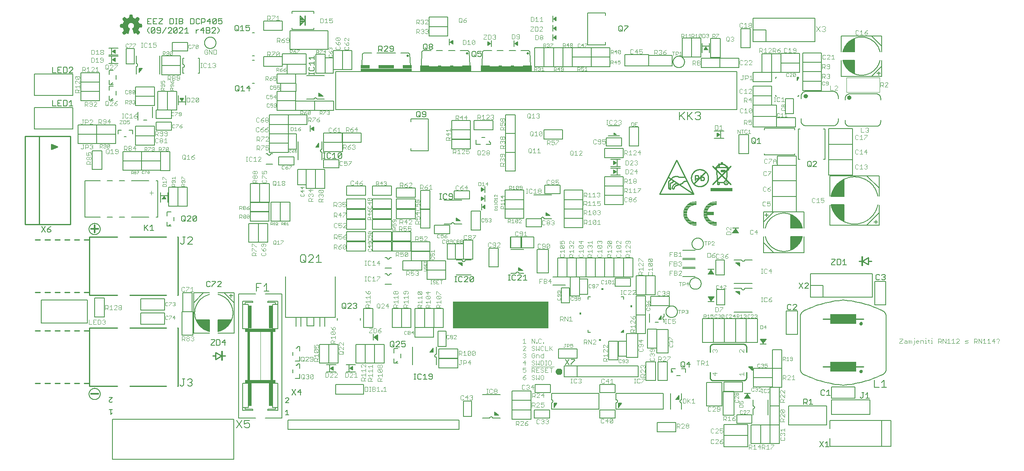
<source format=gto>
G75*
%MOIN*%
%OFA0B0*%
%FSLAX25Y25*%
%IPPOS*%
%LPD*%
%AMOC8*
5,1,8,0,0,1.08239X$1,22.5*
%
%ADD10R,0.01485X0.00015*%
%ADD11R,0.00045X0.00015*%
%ADD12R,0.00105X0.00015*%
%ADD13R,0.00165X0.00015*%
%ADD14R,0.00225X0.00015*%
%ADD15R,0.00285X0.00015*%
%ADD16R,0.00345X0.00015*%
%ADD17R,0.00405X0.00015*%
%ADD18R,0.00435X0.00015*%
%ADD19R,0.00465X0.00015*%
%ADD20R,0.00495X0.00015*%
%ADD21R,0.00540X0.00015*%
%ADD22R,0.00585X0.00015*%
%ADD23R,0.00645X0.00015*%
%ADD24R,0.00150X0.00015*%
%ADD25R,0.00675X0.00015*%
%ADD26R,0.00195X0.00015*%
%ADD27R,0.00705X0.00015*%
%ADD28R,0.00240X0.00015*%
%ADD29R,0.00735X0.00015*%
%ADD30R,0.00270X0.00015*%
%ADD31R,0.00765X0.00015*%
%ADD32R,0.00300X0.00015*%
%ADD33R,0.00810X0.00015*%
%ADD34R,0.00360X0.00015*%
%ADD35R,0.00855X0.00015*%
%ADD36R,0.00435X0.00015*%
%ADD37R,0.00915X0.00015*%
%ADD38R,0.00465X0.00015*%
%ADD39R,0.00945X0.00015*%
%ADD40R,0.00960X0.00015*%
%ADD41R,0.00525X0.00015*%
%ADD42R,0.00990X0.00015*%
%ADD43R,0.00555X0.00015*%
%ADD44R,0.01035X0.00015*%
%ADD45R,0.00600X0.00015*%
%ADD46R,0.01080X0.00015*%
%ADD47R,0.01125X0.00015*%
%ADD48R,0.01170X0.00015*%
%ADD49R,0.00720X0.00015*%
%ADD50R,0.01200X0.00015*%
%ADD51R,0.00750X0.00015*%
%ADD52R,0.01230X0.00015*%
%ADD53R,0.00780X0.00015*%
%ADD54R,0.01260X0.00015*%
%ADD55R,0.00810X0.00015*%
%ADD56R,0.01305X0.00015*%
%ADD57R,0.01365X0.00015*%
%ADD58R,0.00900X0.00015*%
%ADD59R,0.01395X0.00015*%
%ADD60R,0.01440X0.00015*%
%ADD61R,0.01470X0.00015*%
%ADD62R,0.01005X0.00015*%
%ADD63R,0.01500X0.00015*%
%ADD64R,0.01020X0.00015*%
%ADD65R,0.01530X0.00015*%
%ADD66R,0.01065X0.00015*%
%ADD67R,0.01575X0.00015*%
%ADD68R,0.01095X0.00015*%
%ADD69R,0.01635X0.00015*%
%ADD70R,0.01155X0.00015*%
%ADD71R,0.01680X0.00015*%
%ADD72R,0.01200X0.00015*%
%ADD73R,0.01710X0.00015*%
%ADD74R,0.01230X0.00015*%
%ADD75R,0.01725X0.00015*%
%ADD76R,0.01245X0.00015*%
%ADD77R,0.01755X0.00015*%
%ADD78R,0.01275X0.00015*%
%ADD79R,0.01800X0.00015*%
%ADD80R,0.01320X0.00015*%
%ADD81R,0.01860X0.00015*%
%ADD82R,0.01905X0.00015*%
%ADD83R,0.01410X0.00015*%
%ADD84R,0.01935X0.00015*%
%ADD85R,0.01455X0.00015*%
%ADD86R,0.01965X0.00015*%
%ADD87R,0.01485X0.00015*%
%ADD88R,0.01995X0.00015*%
%ADD89R,0.01515X0.00015*%
%ADD90R,0.02040X0.00015*%
%ADD91R,0.01530X0.00015*%
%ADD92R,0.02070X0.00015*%
%ADD93R,0.01575X0.00015*%
%ADD94R,0.02115X0.00015*%
%ADD95R,0.01620X0.00015*%
%ADD96R,0.02160X0.00015*%
%ADD97R,0.01665X0.00015*%
%ADD98R,0.02190X0.00015*%
%ADD99R,0.00075X0.00015*%
%ADD100R,0.01695X0.00015*%
%ADD101R,0.02220X0.00015*%
%ADD102R,0.00105X0.00015*%
%ADD103R,0.02235X0.00015*%
%ADD104R,0.00135X0.00015*%
%ADD105R,0.01755X0.00015*%
%ADD106R,0.02280X0.00015*%
%ADD107R,0.00180X0.00015*%
%ADD108R,0.01785X0.00015*%
%ADD109R,0.02340X0.00015*%
%ADD110R,0.00240X0.00015*%
%ADD111R,0.01830X0.00015*%
%ADD112R,0.02385X0.00015*%
%ADD113R,0.01890X0.00015*%
%ADD114R,0.02415X0.00015*%
%ADD115R,0.00330X0.00015*%
%ADD116R,0.00120X0.00015*%
%ADD117R,0.01920X0.00015*%
%ADD118R,0.02430X0.00015*%
%ADD119R,0.00375X0.00015*%
%ADD120R,0.02460X0.00015*%
%ADD121R,0.00405X0.00015*%
%ADD122R,0.00195X0.00015*%
%ADD123R,0.01965X0.00015*%
%ADD124R,0.02505X0.00015*%
%ADD125R,0.00210X0.00015*%
%ADD126R,0.02010X0.00015*%
%ADD127R,0.02535X0.00015*%
%ADD128R,0.00480X0.00015*%
%ADD129R,0.02580X0.00015*%
%ADD130R,0.00540X0.00015*%
%ADD131R,0.02085X0.00015*%
%ADD132R,0.02625X0.00015*%
%ADD133R,0.02130X0.00015*%
%ADD134R,0.02670X0.00015*%
%ADD135R,0.00630X0.00015*%
%ADD136R,0.02700X0.00015*%
%ADD137R,0.00660X0.00015*%
%ADD138R,0.00450X0.00015*%
%ADD139R,0.02190X0.00015*%
%ADD140R,0.02715X0.00015*%
%ADD141R,0.02205X0.00015*%
%ADD142R,0.02745X0.00015*%
%ADD143R,0.00510X0.00015*%
%ADD144R,0.02235X0.00015*%
%ADD145R,0.02775X0.00015*%
%ADD146R,0.02820X0.00015*%
%ADD147R,0.02310X0.00015*%
%ADD148R,0.02880X0.00015*%
%ADD149R,0.00855X0.00015*%
%ADD150R,0.02355X0.00015*%
%ADD151R,0.02895X0.00015*%
%ADD152R,0.00870X0.00015*%
%ADD153R,0.00660X0.00015*%
%ADD154R,0.02925X0.00015*%
%ADD155R,0.00690X0.00015*%
%ADD156R,0.02970X0.00015*%
%ADD157R,0.03000X0.00015*%
%ADD158R,0.00750X0.00015*%
%ADD159R,0.03045X0.00015*%
%ADD160R,0.01005X0.00015*%
%ADD161R,0.00780X0.00015*%
%ADD162R,0.02505X0.00015*%
%ADD163R,0.03090X0.00015*%
%ADD164R,0.01050X0.00015*%
%ADD165R,0.00825X0.00015*%
%ADD166R,0.02550X0.00015*%
%ADD167R,0.03135X0.00015*%
%ADD168R,0.01095X0.00015*%
%ADD169R,0.00870X0.00015*%
%ADD170R,0.03165X0.00015*%
%ADD171R,0.01125X0.00015*%
%ADD172R,0.02625X0.00015*%
%ADD173R,0.03195X0.00015*%
%ADD174R,0.01140X0.00015*%
%ADD175R,0.00930X0.00015*%
%ADD176R,0.02655X0.00015*%
%ADD177R,0.03210X0.00015*%
%ADD178R,0.00960X0.00015*%
%ADD179R,0.03240X0.00015*%
%ADD180R,0.02700X0.00015*%
%ADD181R,0.03285X0.00015*%
%ADD182R,0.01245X0.00015*%
%ADD183R,0.02745X0.00015*%
%ADD184R,0.03330X0.00015*%
%ADD185R,0.02790X0.00015*%
%ADD186R,0.03360X0.00015*%
%ADD187R,0.01110X0.00015*%
%ADD188R,0.02835X0.00015*%
%ADD189R,0.03390X0.00015*%
%ADD190R,0.01335X0.00015*%
%ADD191R,0.01140X0.00015*%
%ADD192R,0.02865X0.00015*%
%ADD193R,0.03420X0.00015*%
%ADD194R,0.01155X0.00015*%
%ADD195R,0.04905X0.00015*%
%ADD196R,0.04920X0.00015*%
%ADD197R,0.02940X0.00015*%
%ADD198R,0.04950X0.00015*%
%ADD199R,0.02985X0.00015*%
%ADD200R,0.04965X0.00015*%
%ADD201R,0.01275X0.00015*%
%ADD202R,0.03015X0.00015*%
%ADD203R,0.04980X0.00015*%
%ADD204R,0.03045X0.00015*%
%ADD205R,0.05010X0.00015*%
%ADD206R,0.01335X0.00015*%
%ADD207R,0.03075X0.00015*%
%ADD208R,0.01350X0.00015*%
%ADD209R,0.03105X0.00015*%
%ADD210R,0.05040X0.00015*%
%ADD211R,0.01380X0.00015*%
%ADD212R,0.05040X0.00015*%
%ADD213R,0.01410X0.00015*%
%ADD214R,0.03180X0.00015*%
%ADD215R,0.05070X0.00015*%
%ADD216R,0.03225X0.00015*%
%ADD217R,0.03255X0.00015*%
%ADD218R,0.05085X0.00015*%
%ADD219R,0.01515X0.00015*%
%ADD220R,0.03300X0.00015*%
%ADD221R,0.05100X0.00015*%
%ADD222R,0.04935X0.00015*%
%ADD223R,0.05115X0.00015*%
%ADD224R,0.04995X0.00015*%
%ADD225R,0.05130X0.00015*%
%ADD226R,0.05010X0.00015*%
%ADD227R,0.05130X0.00015*%
%ADD228R,0.05010X0.00015*%
%ADD229R,0.05025X0.00015*%
%ADD230R,0.05040X0.00015*%
%ADD231R,0.05055X0.00015*%
%ADD232R,0.05130X0.00015*%
%ADD233R,0.05085X0.00015*%
%ADD234R,0.05115X0.00015*%
%ADD235R,0.05145X0.00015*%
%ADD236R,0.05160X0.00015*%
%ADD237R,0.05130X0.00015*%
%ADD238R,0.05190X0.00015*%
%ADD239R,0.05190X0.00015*%
%ADD240R,0.05205X0.00015*%
%ADD241R,0.05220X0.00015*%
%ADD242R,0.05070X0.00015*%
%ADD243R,0.05085X0.00015*%
%ADD244R,0.05205X0.00015*%
%ADD245R,0.05220X0.00015*%
%ADD246R,0.05055X0.00015*%
%ADD247R,0.05025X0.00015*%
%ADD248R,0.05205X0.00015*%
%ADD249R,0.05025X0.00015*%
%ADD250R,0.05190X0.00015*%
%ADD251R,0.05190X0.00015*%
%ADD252R,0.04995X0.00015*%
%ADD253R,0.05175X0.00015*%
%ADD254R,0.04950X0.00015*%
%ADD255R,0.05145X0.00015*%
%ADD256R,0.05145X0.00015*%
%ADD257R,0.04920X0.00015*%
%ADD258R,0.04905X0.00015*%
%ADD259R,0.04905X0.00015*%
%ADD260R,0.05115X0.00015*%
%ADD261R,0.04890X0.00015*%
%ADD262R,0.04890X0.00015*%
%ADD263R,0.04875X0.00015*%
%ADD264R,0.04845X0.00015*%
%ADD265R,0.04830X0.00015*%
%ADD266R,0.04830X0.00015*%
%ADD267R,0.05070X0.00015*%
%ADD268R,0.04830X0.00015*%
%ADD269R,0.04815X0.00015*%
%ADD270R,0.04800X0.00015*%
%ADD271R,0.04800X0.00015*%
%ADD272R,0.05010X0.00015*%
%ADD273R,0.04785X0.00015*%
%ADD274R,0.04770X0.00015*%
%ADD275R,0.04770X0.00015*%
%ADD276R,0.04755X0.00015*%
%ADD277R,0.04740X0.00015*%
%ADD278R,0.04725X0.00015*%
%ADD279R,0.04725X0.00015*%
%ADD280R,0.04980X0.00015*%
%ADD281R,0.04710X0.00015*%
%ADD282R,0.04725X0.00015*%
%ADD283R,0.04710X0.00015*%
%ADD284R,0.04695X0.00015*%
%ADD285R,0.04680X0.00015*%
%ADD286R,0.04695X0.00015*%
%ADD287R,0.04680X0.00015*%
%ADD288R,0.04905X0.00015*%
%ADD289R,0.04665X0.00015*%
%ADD290R,0.04650X0.00015*%
%ADD291R,0.04635X0.00015*%
%ADD292R,0.04620X0.00015*%
%ADD293R,0.04620X0.00015*%
%ADD294R,0.04890X0.00015*%
%ADD295R,0.04605X0.00015*%
%ADD296R,0.04605X0.00015*%
%ADD297R,0.04590X0.00015*%
%ADD298R,0.04845X0.00015*%
%ADD299R,0.04575X0.00015*%
%ADD300R,0.04590X0.00015*%
%ADD301R,0.04575X0.00015*%
%ADD302R,0.04845X0.00015*%
%ADD303R,0.04560X0.00015*%
%ADD304R,0.04545X0.00015*%
%ADD305R,0.04530X0.00015*%
%ADD306R,0.04515X0.00015*%
%ADD307R,0.04530X0.00015*%
%ADD308R,0.04500X0.00015*%
%ADD309R,0.04515X0.00015*%
%ADD310R,0.04785X0.00015*%
%ADD311R,0.04485X0.00015*%
%ADD312R,0.04755X0.00015*%
%ADD313R,0.04470X0.00015*%
%ADD314R,0.04740X0.00015*%
%ADD315R,0.04485X0.00015*%
%ADD316R,0.04755X0.00015*%
%ADD317R,0.04545X0.00015*%
%ADD318R,0.04695X0.00015*%
%ADD319R,0.04680X0.00015*%
%ADD320R,0.04665X0.00015*%
%ADD321R,0.04725X0.00015*%
%ADD322R,0.04680X0.00015*%
%ADD323R,0.04860X0.00015*%
%ADD324R,0.04740X0.00015*%
%ADD325R,0.04875X0.00015*%
%ADD326R,0.04965X0.00015*%
%ADD327R,0.04860X0.00015*%
%ADD328R,0.04995X0.00015*%
%ADD329R,0.04875X0.00015*%
%ADD330R,0.04980X0.00015*%
%ADD331R,0.05235X0.00015*%
%ADD332R,0.05235X0.00015*%
%ADD333R,0.05250X0.00015*%
%ADD334R,0.05280X0.00015*%
%ADD335R,0.05295X0.00015*%
%ADD336R,0.05325X0.00015*%
%ADD337R,0.05340X0.00015*%
%ADD338R,0.05235X0.00015*%
%ADD339R,0.05355X0.00015*%
%ADD340R,0.05370X0.00015*%
%ADD341R,0.05265X0.00015*%
%ADD342R,0.05370X0.00015*%
%ADD343R,0.05280X0.00015*%
%ADD344R,0.05385X0.00015*%
%ADD345R,0.05295X0.00015*%
%ADD346R,0.05400X0.00015*%
%ADD347R,0.05415X0.00015*%
%ADD348R,0.05310X0.00015*%
%ADD349R,0.05430X0.00015*%
%ADD350R,0.05445X0.00015*%
%ADD351R,0.05460X0.00015*%
%ADD352R,0.05355X0.00015*%
%ADD353R,0.05475X0.00015*%
%ADD354R,0.05505X0.00015*%
%ADD355R,0.05520X0.00015*%
%ADD356R,0.05535X0.00015*%
%ADD357R,0.05550X0.00015*%
%ADD358R,0.05550X0.00015*%
%ADD359R,0.05475X0.00015*%
%ADD360R,0.05490X0.00015*%
%ADD361R,0.05475X0.00015*%
%ADD362R,0.05385X0.00015*%
%ADD363R,0.05370X0.00015*%
%ADD364R,0.05325X0.00015*%
%ADD365R,0.05310X0.00015*%
%ADD366R,0.05265X0.00015*%
%ADD367R,0.05175X0.00015*%
%ADD368R,0.04980X0.00015*%
%ADD369R,0.04965X0.00015*%
%ADD370R,0.04860X0.00015*%
%ADD371R,0.04845X0.00015*%
%ADD372R,0.04815X0.00015*%
%ADD373R,0.04770X0.00015*%
%ADD374R,0.05295X0.00015*%
%ADD375R,0.04635X0.00015*%
%ADD376R,0.05610X0.00015*%
%ADD377R,0.05700X0.00015*%
%ADD378R,0.05760X0.00015*%
%ADD379R,0.05805X0.00015*%
%ADD380R,0.05850X0.00015*%
%ADD381R,0.05895X0.00015*%
%ADD382R,0.06000X0.00015*%
%ADD383R,0.06135X0.00015*%
%ADD384R,0.06225X0.00015*%
%ADD385R,0.06300X0.00015*%
%ADD386R,0.06330X0.00015*%
%ADD387R,0.06375X0.00015*%
%ADD388R,0.06450X0.00015*%
%ADD389R,0.06570X0.00015*%
%ADD390R,0.05565X0.00015*%
%ADD391R,0.06690X0.00015*%
%ADD392R,0.06735X0.00015*%
%ADD393R,0.05790X0.00015*%
%ADD394R,0.06765X0.00015*%
%ADD395R,0.05850X0.00015*%
%ADD396R,0.06780X0.00015*%
%ADD397R,0.05895X0.00015*%
%ADD398R,0.06795X0.00015*%
%ADD399R,0.05955X0.00015*%
%ADD400R,0.06810X0.00015*%
%ADD401R,0.06060X0.00015*%
%ADD402R,0.06195X0.00015*%
%ADD403R,0.06825X0.00015*%
%ADD404R,0.06330X0.00015*%
%ADD405R,0.06840X0.00015*%
%ADD406R,0.06390X0.00015*%
%ADD407R,0.06495X0.00015*%
%ADD408R,0.06840X0.00015*%
%ADD409R,0.06555X0.00015*%
%ADD410R,0.06825X0.00015*%
%ADD411R,0.06645X0.00015*%
%ADD412R,0.06825X0.00015*%
%ADD413R,0.06705X0.00015*%
%ADD414R,0.06705X0.00015*%
%ADD415R,0.06810X0.00015*%
%ADD416R,0.06720X0.00015*%
%ADD417R,0.06795X0.00015*%
%ADD418R,0.06750X0.00015*%
%ADD419R,0.06765X0.00015*%
%ADD420R,0.06795X0.00015*%
%ADD421R,0.06780X0.00015*%
%ADD422R,0.06780X0.00015*%
%ADD423R,0.06750X0.00015*%
%ADD424R,0.06720X0.00015*%
%ADD425R,0.06720X0.00015*%
%ADD426R,0.06705X0.00015*%
%ADD427R,0.06705X0.00015*%
%ADD428R,0.06690X0.00015*%
%ADD429R,0.06675X0.00015*%
%ADD430R,0.06690X0.00015*%
%ADD431R,0.06675X0.00015*%
%ADD432R,0.06675X0.00015*%
%ADD433R,0.06660X0.00015*%
%ADD434R,0.06675X0.00015*%
%ADD435R,0.06660X0.00015*%
%ADD436R,0.06660X0.00015*%
%ADD437R,0.06645X0.00015*%
%ADD438R,0.06630X0.00015*%
%ADD439R,0.06660X0.00015*%
%ADD440R,0.06630X0.00015*%
%ADD441R,0.06645X0.00015*%
%ADD442R,0.06735X0.00015*%
%ADD443R,0.06765X0.00015*%
%ADD444R,0.06780X0.00015*%
%ADD445R,0.06825X0.00015*%
%ADD446R,0.06855X0.00015*%
%ADD447R,0.06855X0.00015*%
%ADD448R,0.06870X0.00015*%
%ADD449R,0.06885X0.00015*%
%ADD450R,0.06525X0.00015*%
%ADD451R,0.06405X0.00015*%
%ADD452R,0.06255X0.00015*%
%ADD453R,0.06165X0.00015*%
%ADD454R,0.06870X0.00015*%
%ADD455R,0.06120X0.00015*%
%ADD456R,0.06885X0.00015*%
%ADD457R,0.06060X0.00015*%
%ADD458R,0.06015X0.00015*%
%ADD459R,0.05910X0.00015*%
%ADD460R,0.05670X0.00015*%
%ADD461R,0.05595X0.00015*%
%ADD462R,0.06585X0.00015*%
%ADD463R,0.05160X0.00015*%
%ADD464R,0.06390X0.00015*%
%ADD465R,0.05025X0.00015*%
%ADD466R,0.06330X0.00015*%
%ADD467R,0.06075X0.00015*%
%ADD468R,0.05820X0.00015*%
%ADD469R,0.05775X0.00015*%
%ADD470R,0.05685X0.00015*%
%ADD471R,0.05460X0.00015*%
%ADD472R,0.04860X0.00015*%
%ADD473R,0.04935X0.00015*%
%ADD474R,0.05160X0.00015*%
%ADD475R,0.05325X0.00015*%
%ADD476R,0.05340X0.00015*%
%ADD477R,0.05355X0.00015*%
%ADD478R,0.05430X0.00015*%
%ADD479R,0.05535X0.00015*%
%ADD480R,0.05595X0.00015*%
%ADD481R,0.05640X0.00015*%
%ADD482R,0.05640X0.00015*%
%ADD483R,0.05670X0.00015*%
%ADD484R,0.05685X0.00015*%
%ADD485R,0.05700X0.00015*%
%ADD486R,0.05715X0.00015*%
%ADD487R,0.05715X0.00015*%
%ADD488R,0.05730X0.00015*%
%ADD489R,0.05745X0.00015*%
%ADD490R,0.05760X0.00015*%
%ADD491R,0.06000X0.00015*%
%ADD492R,0.06105X0.00015*%
%ADD493R,0.06180X0.00015*%
%ADD494R,0.06210X0.00015*%
%ADD495R,0.12690X0.00015*%
%ADD496R,0.12675X0.00015*%
%ADD497R,0.12660X0.00015*%
%ADD498R,0.12660X0.00015*%
%ADD499R,0.12645X0.00015*%
%ADD500R,0.12615X0.00015*%
%ADD501R,0.12600X0.00015*%
%ADD502R,0.12585X0.00015*%
%ADD503R,0.12555X0.00015*%
%ADD504R,0.12540X0.00015*%
%ADD505R,0.12525X0.00015*%
%ADD506R,0.12510X0.00015*%
%ADD507R,0.12510X0.00015*%
%ADD508R,0.12480X0.00015*%
%ADD509R,0.12450X0.00015*%
%ADD510R,0.12435X0.00015*%
%ADD511R,0.12420X0.00015*%
%ADD512R,0.12390X0.00015*%
%ADD513R,0.12375X0.00015*%
%ADD514R,0.12360X0.00015*%
%ADD515R,0.12330X0.00015*%
%ADD516R,0.12300X0.00015*%
%ADD517R,0.12285X0.00015*%
%ADD518R,0.12270X0.00015*%
%ADD519R,0.12255X0.00015*%
%ADD520R,0.12240X0.00015*%
%ADD521R,0.12225X0.00015*%
%ADD522R,0.12195X0.00015*%
%ADD523R,0.12165X0.00015*%
%ADD524R,0.12150X0.00015*%
%ADD525R,0.12135X0.00015*%
%ADD526R,0.12120X0.00015*%
%ADD527R,0.12090X0.00015*%
%ADD528R,0.12075X0.00015*%
%ADD529R,0.12060X0.00015*%
%ADD530R,0.12045X0.00015*%
%ADD531R,0.12015X0.00015*%
%ADD532R,0.12000X0.00015*%
%ADD533R,0.11985X0.00015*%
%ADD534R,0.11955X0.00015*%
%ADD535R,0.11940X0.00015*%
%ADD536R,0.11925X0.00015*%
%ADD537R,0.11910X0.00015*%
%ADD538R,0.11910X0.00015*%
%ADD539R,0.11880X0.00015*%
%ADD540R,0.11850X0.00015*%
%ADD541R,0.11835X0.00015*%
%ADD542R,0.11805X0.00015*%
%ADD543R,0.11775X0.00015*%
%ADD544R,0.11760X0.00015*%
%ADD545R,0.11745X0.00015*%
%ADD546R,0.11730X0.00015*%
%ADD547R,0.11700X0.00015*%
%ADD548R,0.11700X0.00015*%
%ADD549R,0.11685X0.00015*%
%ADD550R,0.11655X0.00015*%
%ADD551R,0.11640X0.00015*%
%ADD552R,0.11625X0.00015*%
%ADD553R,0.11625X0.00015*%
%ADD554R,0.11670X0.00015*%
%ADD555R,0.11715X0.00015*%
%ADD556R,0.11790X0.00015*%
%ADD557R,0.11820X0.00015*%
%ADD558R,0.11820X0.00015*%
%ADD559R,0.11880X0.00015*%
%ADD560R,0.11895X0.00015*%
%ADD561R,0.11970X0.00015*%
%ADD562R,0.12045X0.00015*%
%ADD563R,0.12075X0.00015*%
%ADD564R,0.12105X0.00015*%
%ADD565R,0.12135X0.00015*%
%ADD566R,0.12165X0.00015*%
%ADD567R,0.12180X0.00015*%
%ADD568R,0.12195X0.00015*%
%ADD569R,0.12210X0.00015*%
%ADD570R,0.12225X0.00015*%
%ADD571R,0.12255X0.00015*%
%ADD572R,0.12360X0.00015*%
%ADD573R,0.12390X0.00015*%
%ADD574R,0.12405X0.00015*%
%ADD575R,0.12435X0.00015*%
%ADD576R,0.12480X0.00015*%
%ADD577R,0.12480X0.00015*%
%ADD578R,0.12510X0.00015*%
%ADD579R,0.12570X0.00015*%
%ADD580R,0.12630X0.00015*%
%ADD581R,0.12675X0.00015*%
%ADD582R,0.12705X0.00015*%
%ADD583R,0.12735X0.00015*%
%ADD584R,0.12750X0.00015*%
%ADD585R,0.12780X0.00015*%
%ADD586R,0.12795X0.00015*%
%ADD587R,0.12810X0.00015*%
%ADD588R,0.12840X0.00015*%
%ADD589R,0.12855X0.00015*%
%ADD590R,0.12885X0.00015*%
%ADD591R,0.12900X0.00015*%
%ADD592R,0.12915X0.00015*%
%ADD593R,0.12945X0.00015*%
%ADD594R,0.12960X0.00015*%
%ADD595R,0.12990X0.00015*%
%ADD596R,0.13005X0.00015*%
%ADD597R,0.13020X0.00015*%
%ADD598R,0.13035X0.00015*%
%ADD599R,0.13065X0.00015*%
%ADD600R,0.13080X0.00015*%
%ADD601R,0.13110X0.00015*%
%ADD602R,0.13125X0.00015*%
%ADD603R,0.13155X0.00015*%
%ADD604R,0.13170X0.00015*%
%ADD605R,0.13200X0.00015*%
%ADD606R,0.13230X0.00015*%
%ADD607R,0.13260X0.00015*%
%ADD608R,0.13290X0.00015*%
%ADD609R,0.13320X0.00015*%
%ADD610R,0.13350X0.00015*%
%ADD611R,0.13365X0.00015*%
%ADD612R,0.13395X0.00015*%
%ADD613R,0.13425X0.00015*%
%ADD614R,0.13455X0.00015*%
%ADD615R,0.13470X0.00015*%
%ADD616R,0.13500X0.00015*%
%ADD617R,0.13530X0.00015*%
%ADD618R,0.13560X0.00015*%
%ADD619R,0.13575X0.00015*%
%ADD620R,0.13605X0.00015*%
%ADD621R,0.13635X0.00015*%
%ADD622R,0.13650X0.00015*%
%ADD623R,0.13680X0.00015*%
%ADD624R,0.13695X0.00015*%
%ADD625R,0.13725X0.00015*%
%ADD626R,0.13740X0.00015*%
%ADD627R,0.13770X0.00015*%
%ADD628R,0.13785X0.00015*%
%ADD629R,0.13800X0.00015*%
%ADD630R,0.13830X0.00015*%
%ADD631R,0.13860X0.00015*%
%ADD632R,0.13875X0.00015*%
%ADD633R,0.13905X0.00015*%
%ADD634R,0.13935X0.00015*%
%ADD635R,0.13950X0.00015*%
%ADD636R,0.13980X0.00015*%
%ADD637R,0.14010X0.00015*%
%ADD638R,0.14025X0.00015*%
%ADD639R,0.14055X0.00015*%
%ADD640R,0.14070X0.00015*%
%ADD641R,0.14085X0.00015*%
%ADD642R,0.14115X0.00015*%
%ADD643R,0.14145X0.00015*%
%ADD644R,0.14160X0.00015*%
%ADD645R,0.14190X0.00015*%
%ADD646R,0.14205X0.00015*%
%ADD647R,0.14220X0.00015*%
%ADD648R,0.14235X0.00015*%
%ADD649R,0.14265X0.00015*%
%ADD650R,0.14280X0.00015*%
%ADD651R,0.14295X0.00015*%
%ADD652R,0.14295X0.00015*%
%ADD653R,0.14250X0.00015*%
%ADD654R,0.14205X0.00015*%
%ADD655R,0.14175X0.00015*%
%ADD656R,0.14160X0.00015*%
%ADD657R,0.14130X0.00015*%
%ADD658R,0.14100X0.00015*%
%ADD659R,0.14040X0.00015*%
%ADD660R,0.14010X0.00015*%
%ADD661R,0.03465X0.00015*%
%ADD662R,0.10440X0.00015*%
%ADD663R,0.03420X0.00015*%
%ADD664R,0.10395X0.00015*%
%ADD665R,0.03375X0.00015*%
%ADD666R,0.10335X0.00015*%
%ADD667R,0.03570X0.00015*%
%ADD668R,0.06600X0.00015*%
%ADD669R,0.03525X0.00015*%
%ADD670R,0.03270X0.00015*%
%ADD671R,0.03495X0.00015*%
%ADD672R,0.03210X0.00015*%
%ADD673R,0.06480X0.00015*%
%ADD674R,0.03435X0.00015*%
%ADD675R,0.03165X0.00015*%
%ADD676R,0.03390X0.00015*%
%ADD677R,0.03120X0.00015*%
%ADD678R,0.06315X0.00015*%
%ADD679R,0.03345X0.00015*%
%ADD680R,0.03090X0.00015*%
%ADD681R,0.03075X0.00015*%
%ADD682R,0.06225X0.00015*%
%ADD683R,0.03270X0.00015*%
%ADD684R,0.06180X0.00015*%
%ADD685R,0.02970X0.00015*%
%ADD686R,0.06075X0.00015*%
%ADD687R,0.03195X0.00015*%
%ADD688R,0.02925X0.00015*%
%ADD689R,0.05985X0.00015*%
%ADD690R,0.03135X0.00015*%
%ADD691R,0.02850X0.00015*%
%ADD692R,0.05835X0.00015*%
%ADD693R,0.03030X0.00015*%
%ADD694R,0.02805X0.00015*%
%ADD695R,0.02730X0.00015*%
%ADD696R,0.05625X0.00015*%
%ADD697R,0.02925X0.00015*%
%ADD698R,0.02640X0.00015*%
%ADD699R,0.02595X0.00015*%
%ADD700R,0.02565X0.00015*%
%ADD701R,0.02760X0.00015*%
%ADD702R,0.02520X0.00015*%
%ADD703R,0.02730X0.00015*%
%ADD704R,0.02475X0.00015*%
%ADD705R,0.02685X0.00015*%
%ADD706R,0.02445X0.00015*%
%ADD707R,0.02400X0.00015*%
%ADD708R,0.02370X0.00015*%
%ADD709R,0.02565X0.00015*%
%ADD710R,0.02340X0.00015*%
%ADD711R,0.02325X0.00015*%
%ADD712R,0.02505X0.00015*%
%ADD713R,0.02280X0.00015*%
%ADD714R,0.02460X0.00015*%
%ADD715R,0.04560X0.00015*%
%ADD716R,0.02190X0.00015*%
%ADD717R,0.04440X0.00015*%
%ADD718R,0.02370X0.00015*%
%ADD719R,0.02145X0.00015*%
%ADD720R,0.04365X0.00015*%
%ADD721R,0.04320X0.00015*%
%ADD722R,0.02310X0.00015*%
%ADD723R,0.02100X0.00015*%
%ADD724R,0.04260X0.00015*%
%ADD725R,0.04200X0.00015*%
%ADD726R,0.02265X0.00015*%
%ADD727R,0.02040X0.00015*%
%ADD728R,0.04095X0.00015*%
%ADD729R,0.02220X0.00015*%
%ADD730R,0.03915X0.00015*%
%ADD731R,0.02175X0.00015*%
%ADD732R,0.03765X0.00015*%
%ADD733R,0.03675X0.00015*%
%ADD734R,0.01890X0.00015*%
%ADD735R,0.03615X0.00015*%
%ADD736R,0.02055X0.00015*%
%ADD737R,0.01860X0.00015*%
%ADD738R,0.03555X0.00015*%
%ADD739R,0.01815X0.00015*%
%ADD740R,0.03450X0.00015*%
%ADD741R,0.01725X0.00015*%
%ADD742R,0.03315X0.00015*%
%ADD743R,0.01905X0.00015*%
%ADD744R,0.01680X0.00015*%
%ADD745R,0.01650X0.00015*%
%ADD746R,0.01620X0.00015*%
%ADD747R,0.01590X0.00015*%
%ADD748R,0.01770X0.00015*%
%ADD749R,0.01560X0.00015*%
%ADD750R,0.03240X0.00015*%
%ADD751R,0.01740X0.00015*%
%ADD752R,0.01665X0.00015*%
%ADD753R,0.01455X0.00015*%
%ADD754R,0.01635X0.00015*%
%ADD755R,0.01410X0.00015*%
%ADD756R,0.01395X0.00015*%
%ADD757R,0.01365X0.00015*%
%ADD758R,0.01335X0.00015*%
%ADD759R,0.01290X0.00015*%
%ADD760R,0.03210X0.00015*%
%ADD761R,0.01455X0.00015*%
%ADD762R,0.01185X0.00015*%
%ADD763R,0.01290X0.00015*%
%ADD764R,0.01110X0.00015*%
%ADD765R,0.01260X0.00015*%
%ADD766R,0.03180X0.00015*%
%ADD767R,0.00975X0.00015*%
%ADD768R,0.03150X0.00015*%
%ADD769R,0.00885X0.00015*%
%ADD770R,0.03150X0.00015*%
%ADD771R,0.01050X0.00015*%
%ADD772R,0.00795X0.00015*%
%ADD773R,0.00885X0.00015*%
%ADD774R,0.00690X0.00015*%
%ADD775R,0.00840X0.00015*%
%ADD776R,0.00570X0.00015*%
%ADD777R,0.00525X0.00015*%
%ADD778R,0.03105X0.00015*%
%ADD779R,0.00660X0.00015*%
%ADD780R,0.00615X0.00015*%
%ADD781R,0.00420X0.00015*%
%ADD782R,0.00555X0.00015*%
%ADD783R,0.00390X0.00015*%
%ADD784R,0.00525X0.00015*%
%ADD785R,0.00360X0.00015*%
%ADD786R,0.00495X0.00015*%
%ADD787R,0.03075X0.00015*%
%ADD788R,0.00450X0.00015*%
%ADD789R,0.00225X0.00015*%
%ADD790R,0.00345X0.00015*%
%ADD791R,0.00255X0.00015*%
%ADD792R,0.03060X0.00015*%
%ADD793R,0.00180X0.00015*%
%ADD794R,0.00075X0.00015*%
%ADD795R,0.03000X0.00015*%
%ADD796R,0.02955X0.00015*%
%ADD797R,0.02940X0.00015*%
%ADD798R,0.02940X0.00015*%
%ADD799R,0.02910X0.00015*%
%ADD800R,0.02910X0.00015*%
%ADD801R,0.02865X0.00015*%
%ADD802R,0.02805X0.00015*%
%ADD803R,0.02775X0.00015*%
%ADD804R,0.02760X0.00015*%
%ADD805R,0.02655X0.00015*%
%ADD806R,0.02640X0.00015*%
%ADD807R,0.02610X0.00015*%
%ADD808R,0.02595X0.00015*%
%ADD809R,0.02535X0.00015*%
%ADD810R,0.02475X0.00015*%
%ADD811R,0.02175X0.00015*%
%ADD812R,0.01575X0.00015*%
%ADD813C,0.00500*%
%ADD814R,0.78750X0.22250*%
%ADD815C,0.00800*%
%ADD816C,0.01200*%
%ADD817C,0.01000*%
%ADD818C,0.00400*%
%ADD819C,0.02600*%
%ADD820C,0.00300*%
%ADD821C,0.00600*%
%ADD822R,0.01750X0.09000*%
%ADD823R,0.00600X0.09000*%
%ADD824C,0.00700*%
%ADD825R,0.05512X0.00787*%
%ADD826R,0.18000X0.03000*%
%ADD827R,0.00787X0.05512*%
%ADD828C,0.00200*%
%ADD829R,0.04500X0.02500*%
%ADD830R,0.16000X0.02500*%
%ADD831R,0.02000X0.40000*%
%ADD832R,0.03000X0.19000*%
%ADD833R,0.01181X0.08268*%
%ADD834R,0.21654X0.07874*%
%ADD835C,0.01378*%
%ADD836R,0.06152X0.02953*%
%ADD837C,0.00394*%
%ADD838C,0.02000*%
%ADD839R,0.42000X0.04000*%
%ADD840R,0.07500X0.01000*%
%ADD841R,0.03000X0.01000*%
%ADD842R,0.42000X0.02200*%
%ADD843R,0.07500X0.02800*%
%ADD844R,0.13000X0.02800*%
%ADD845C,0.00100*%
D10*
X0177618Y0990491D03*
D11*
X0174728Y0984781D03*
X0182933Y0985652D03*
X0186113Y0984946D03*
D12*
X0174728Y0984796D03*
D13*
X0174728Y0984811D03*
D14*
X0174728Y0984826D03*
D15*
X0174728Y0984841D03*
X0174818Y0999226D03*
D16*
X0174728Y0984856D03*
X0182978Y0985741D03*
D17*
X0182993Y0985756D03*
X0174728Y0984871D03*
D18*
X0174728Y0984886D03*
D19*
X0174728Y0984902D03*
D20*
X0174728Y0984917D03*
X0186113Y0985081D03*
D21*
X0174736Y0984931D03*
D22*
X0174743Y0984946D03*
X0177758Y0985756D03*
X0183068Y0985846D03*
D23*
X0183083Y0985861D03*
X0186098Y0985141D03*
X0174743Y0984961D03*
D24*
X0182926Y0985681D03*
X0186121Y0984961D03*
D25*
X0186098Y0985156D03*
X0177728Y0985802D03*
X0174743Y0984976D03*
D26*
X0186113Y0984976D03*
D27*
X0183113Y0985906D03*
X0177713Y0985817D03*
X0174743Y0984991D03*
D28*
X0186121Y0984991D03*
D29*
X0174743Y0985006D03*
D30*
X0182956Y0985726D03*
X0186121Y0985006D03*
D31*
X0177698Y0985831D03*
X0174743Y0985021D03*
D32*
X0177856Y0985652D03*
X0186121Y0985021D03*
X0185746Y0999271D03*
D33*
X0174751Y0985036D03*
D34*
X0186121Y0985036D03*
D35*
X0186083Y0985231D03*
X0174758Y0985052D03*
D36*
X0177818Y0985711D03*
X0183008Y0985771D03*
X0186113Y0985052D03*
D37*
X0183173Y0985981D03*
X0177638Y0985906D03*
X0174758Y0985067D03*
X0174848Y0998971D03*
D38*
X0174833Y0999152D03*
X0186113Y0985067D03*
D39*
X0186083Y0985261D03*
X0177623Y0985921D03*
X0174758Y0985081D03*
X0180143Y1001146D03*
X0185723Y0999031D03*
D40*
X0174766Y0985096D03*
D41*
X0186113Y0985096D03*
D42*
X0186076Y0985276D03*
X0183196Y0986026D03*
X0174766Y0985111D03*
X0185716Y0999017D03*
D43*
X0186113Y0985111D03*
D44*
X0174773Y0985126D03*
D45*
X0186106Y0985126D03*
X0174841Y0999106D03*
D46*
X0185716Y0998971D03*
X0183226Y0986056D03*
X0174766Y0985141D03*
D47*
X0174773Y0985156D03*
D48*
X0174781Y0985171D03*
X0177556Y0986011D03*
X0183256Y0986117D03*
X0185701Y0998941D03*
D49*
X0185731Y0999121D03*
X0186091Y0985171D03*
D50*
X0174781Y0985186D03*
D51*
X0186091Y0985186D03*
D52*
X0174781Y0985202D03*
X0174871Y0998852D03*
X0185701Y0998926D03*
D53*
X0185731Y0999091D03*
X0186091Y0985202D03*
D54*
X0174781Y0985217D03*
D55*
X0177676Y0985846D03*
X0186091Y0985217D03*
X0185731Y0999076D03*
D56*
X0183308Y0986176D03*
X0174788Y0985231D03*
D57*
X0174788Y0985246D03*
X0177488Y0986102D03*
X0186053Y0985441D03*
D58*
X0186076Y0985246D03*
X0177646Y0985891D03*
D59*
X0174788Y0985261D03*
D60*
X0174796Y0985276D03*
D61*
X0174796Y0985291D03*
X0183346Y0986267D03*
D62*
X0186068Y0985291D03*
D63*
X0174796Y0985306D03*
X0174886Y0998746D03*
X0185686Y0998821D03*
D64*
X0185716Y0999002D03*
X0174856Y0998941D03*
X0186076Y0985306D03*
D65*
X0174796Y0985321D03*
D66*
X0186068Y0985321D03*
D67*
X0174803Y0985336D03*
D68*
X0186068Y0985336D03*
D69*
X0174803Y0985352D03*
D70*
X0186068Y0985352D03*
D71*
X0174811Y0985367D03*
D72*
X0177556Y0986026D03*
X0183271Y0986131D03*
X0186061Y0985367D03*
D73*
X0174811Y0985381D03*
D74*
X0186061Y0985381D03*
D75*
X0186023Y0985591D03*
X0174818Y0985396D03*
D76*
X0186053Y0985396D03*
D77*
X0174818Y0985411D03*
D78*
X0177518Y0986056D03*
X0186053Y0985411D03*
D79*
X0174811Y0985426D03*
X0185671Y0998702D03*
D80*
X0185701Y0998881D03*
X0186046Y0985426D03*
X0177511Y0986071D03*
D81*
X0174826Y0985441D03*
D82*
X0174833Y0985456D03*
X0174908Y0998581D03*
D83*
X0186046Y0985456D03*
D84*
X0186008Y0985681D03*
X0174833Y0985471D03*
X0174908Y0998567D03*
X0180323Y1001117D03*
D85*
X0183338Y0986252D03*
X0186038Y0985471D03*
D86*
X0174833Y0985486D03*
D87*
X0186038Y0985486D03*
D88*
X0174833Y0985502D03*
X0174908Y0998552D03*
D89*
X0186038Y0985502D03*
D90*
X0186001Y0985726D03*
X0174841Y0985517D03*
X0185656Y0998611D03*
D91*
X0185686Y0998806D03*
X0186031Y0985517D03*
D92*
X0174841Y0985531D03*
X0174916Y0998521D03*
D93*
X0186038Y0985531D03*
D94*
X0174848Y0985546D03*
D95*
X0186031Y0985546D03*
D96*
X0185986Y0985771D03*
X0174856Y0985561D03*
D97*
X0186023Y0985561D03*
D98*
X0174856Y0985576D03*
D99*
X0177908Y0985576D03*
D100*
X0186023Y0985576D03*
D101*
X0174856Y0985591D03*
D102*
X0177908Y0985591D03*
D103*
X0174863Y0985606D03*
X0174923Y0998446D03*
X0180338Y1001071D03*
D104*
X0177908Y0985606D03*
D105*
X0186023Y0985606D03*
D106*
X0185971Y0985831D03*
X0174871Y0985621D03*
D107*
X0177886Y0985621D03*
D108*
X0186023Y0985621D03*
X0174893Y0998641D03*
D109*
X0174871Y0985636D03*
D110*
X0177871Y0985636D03*
D111*
X0186016Y0985636D03*
X0185671Y0998686D03*
D112*
X0185963Y0985876D03*
X0174878Y0985652D03*
D113*
X0186016Y0985652D03*
D114*
X0185963Y0985891D03*
X0174878Y0985667D03*
X0185618Y0998446D03*
D115*
X0174826Y0999211D03*
X0177841Y0985667D03*
D116*
X0182926Y0985667D03*
X0174826Y0999256D03*
D117*
X0186016Y0985667D03*
D118*
X0185956Y0985906D03*
X0174886Y0985681D03*
X0180331Y1000996D03*
D119*
X0177833Y0985681D03*
D120*
X0174886Y0985696D03*
X0185956Y0985921D03*
D121*
X0177833Y0985696D03*
D122*
X0182933Y0985696D03*
D123*
X0186008Y0985696D03*
X0185663Y0998641D03*
D124*
X0174893Y0985711D03*
D125*
X0182941Y0985711D03*
D126*
X0186001Y0985711D03*
X0185656Y0998626D03*
D127*
X0185603Y0998402D03*
X0180323Y1000741D03*
X0180323Y1000756D03*
X0180323Y1000771D03*
X0180323Y1000802D03*
X0174893Y0985726D03*
D128*
X0177811Y0985726D03*
X0183016Y0985802D03*
X0185746Y0999211D03*
D129*
X0185596Y0998371D03*
X0180331Y1000667D03*
X0185941Y0985967D03*
X0174901Y0985741D03*
D130*
X0177781Y0985741D03*
X0183046Y0985831D03*
D131*
X0185993Y0985741D03*
X0185648Y0998581D03*
D132*
X0174908Y0985756D03*
D133*
X0185986Y0985756D03*
X0185641Y0998567D03*
X0174916Y0998491D03*
D134*
X0174976Y0998252D03*
X0180316Y1000456D03*
X0180316Y1000471D03*
X0185926Y0986011D03*
X0174916Y0985771D03*
D135*
X0177751Y0985771D03*
X0174841Y0999091D03*
D136*
X0180316Y1000336D03*
X0174916Y0985786D03*
D137*
X0177736Y0985786D03*
D138*
X0183016Y0985786D03*
D139*
X0185986Y0985786D03*
D140*
X0174923Y0985802D03*
X0180323Y1000231D03*
X0180323Y1000246D03*
X0180323Y1000261D03*
X0180323Y1000276D03*
X0180323Y1000291D03*
D141*
X0185978Y0985802D03*
D142*
X0174923Y0985817D03*
X0180323Y1000156D03*
D143*
X0183031Y0985817D03*
D144*
X0185978Y0985817D03*
D145*
X0174923Y0985831D03*
X0174983Y0998221D03*
X0185573Y0998296D03*
D146*
X0180316Y0999991D03*
X0180316Y1000006D03*
X0174991Y0998191D03*
X0174931Y0985846D03*
D147*
X0185971Y0985846D03*
D148*
X0185911Y0986102D03*
X0174931Y0985861D03*
X0174991Y0998161D03*
X0180316Y0999781D03*
X0180316Y0999796D03*
X0180316Y0999811D03*
X0180316Y0999826D03*
X0180316Y0999841D03*
X0180316Y0999856D03*
X0180316Y0999871D03*
X0185566Y0998252D03*
D149*
X0177653Y0985861D03*
D150*
X0185963Y0985861D03*
D151*
X0185903Y0986117D03*
X0174938Y0985876D03*
D152*
X0177646Y0985876D03*
D153*
X0183091Y0985876D03*
X0174841Y0999076D03*
D154*
X0174938Y0985891D03*
D155*
X0183106Y0985891D03*
D156*
X0174946Y0985906D03*
D157*
X0174946Y0985921D03*
X0180301Y0999421D03*
X0180301Y0999452D03*
X0180301Y0999467D03*
X0185551Y0998206D03*
D158*
X0185731Y0999106D03*
X0174841Y0999046D03*
X0183121Y0985921D03*
D159*
X0174953Y0985936D03*
D160*
X0177608Y0985936D03*
D161*
X0183136Y0985936D03*
D162*
X0185948Y0985936D03*
D163*
X0174961Y0985952D03*
X0180316Y0999181D03*
X0180316Y0999196D03*
X0180316Y0999211D03*
D164*
X0174856Y0998926D03*
X0177586Y0985952D03*
X0183211Y0986041D03*
D165*
X0183158Y0985952D03*
X0174848Y0999017D03*
D166*
X0180331Y1000726D03*
X0185941Y0985952D03*
D167*
X0185873Y0986221D03*
X0174968Y0985967D03*
X0180308Y0999017D03*
X0180308Y0999031D03*
X0180308Y0999046D03*
X0180308Y0999061D03*
X0180308Y0999076D03*
D168*
X0177578Y0985967D03*
D169*
X0183166Y0985967D03*
X0174841Y0999002D03*
D170*
X0180293Y0998956D03*
X0180293Y0998941D03*
X0174968Y0985981D03*
D171*
X0177578Y0985981D03*
X0174863Y0998896D03*
X0185708Y0998956D03*
D172*
X0185588Y0998356D03*
X0180323Y1000561D03*
X0180323Y1000576D03*
X0180323Y1000591D03*
X0174968Y0998281D03*
X0185933Y0985981D03*
D173*
X0174968Y0985996D03*
D174*
X0177571Y0985996D03*
D175*
X0183181Y0985996D03*
D176*
X0185933Y0985996D03*
X0180323Y1000502D03*
X0180323Y1000517D03*
X0180323Y1000531D03*
D177*
X0174976Y0986011D03*
D178*
X0183181Y0986011D03*
D179*
X0174976Y0986026D03*
D180*
X0185926Y0986026D03*
X0180316Y1000306D03*
X0180316Y1000321D03*
X0180316Y1000352D03*
X0180316Y1000367D03*
D181*
X0180308Y0998671D03*
X0174983Y0986041D03*
D182*
X0177533Y0986041D03*
X0183278Y0986146D03*
D183*
X0185918Y0986041D03*
D184*
X0174991Y0986056D03*
X0175036Y0997967D03*
D185*
X0180316Y1000052D03*
X0180316Y1000067D03*
X0185911Y0986056D03*
D186*
X0174991Y0986071D03*
X0180316Y0998641D03*
D187*
X0183241Y0986071D03*
D188*
X0185903Y0986071D03*
X0185573Y0998267D03*
X0180308Y0999961D03*
X0180308Y0999976D03*
D189*
X0174991Y0986086D03*
D190*
X0177503Y0986086D03*
D191*
X0183241Y0986086D03*
D192*
X0185903Y0986086D03*
X0180308Y0999886D03*
D193*
X0174991Y0986102D03*
D194*
X0183248Y0986102D03*
X0174863Y0998881D03*
D195*
X0175898Y0990511D03*
X0176138Y0990241D03*
X0176108Y0987167D03*
X0175718Y0986117D03*
X0184433Y0987856D03*
X0184448Y0987826D03*
X0185048Y0986296D03*
D196*
X0184531Y0987676D03*
X0184516Y0987706D03*
X0184516Y0987721D03*
X0184501Y0987752D03*
X0184456Y0990181D03*
X0184441Y0993946D03*
X0184426Y0993961D03*
X0184411Y0993976D03*
X0175891Y0993617D03*
X0176146Y0990226D03*
X0176161Y0990211D03*
X0176056Y0987091D03*
X0176041Y0987061D03*
X0176026Y0987031D03*
X0175711Y0986131D03*
D197*
X0185896Y0986131D03*
D198*
X0185056Y0986326D03*
X0184546Y0987646D03*
X0184021Y0989041D03*
X0184396Y0994006D03*
X0176236Y0993991D03*
X0176176Y0990181D03*
X0176191Y0990167D03*
X0176686Y0988876D03*
X0176686Y0988861D03*
X0176011Y0987002D03*
X0175711Y0986146D03*
D199*
X0185888Y0986146D03*
X0180308Y0999481D03*
D200*
X0176258Y0994021D03*
X0176243Y0994006D03*
X0175853Y0990526D03*
X0175988Y0986971D03*
X0175988Y0986956D03*
X0175703Y0986161D03*
X0184013Y0989056D03*
X0184553Y0987631D03*
X0184568Y0987617D03*
X0185063Y0986341D03*
X0184373Y0994021D03*
D201*
X0183293Y0986161D03*
D202*
X0185873Y0986161D03*
X0175013Y0998117D03*
D203*
X0175861Y0993602D03*
X0176206Y0990152D03*
X0175981Y0986941D03*
X0175966Y0986911D03*
X0175696Y0986176D03*
X0184576Y0987602D03*
X0184591Y0987571D03*
X0184591Y0987556D03*
X0184606Y0987541D03*
D204*
X0185873Y0986176D03*
X0185543Y0998176D03*
X0180308Y0999331D03*
X0180308Y0999346D03*
X0180308Y0999361D03*
X0175013Y0998102D03*
D205*
X0176281Y0994067D03*
X0175696Y0986206D03*
X0175696Y0986191D03*
X0184681Y0987406D03*
X0184381Y0990091D03*
D206*
X0183308Y0986191D03*
D207*
X0185873Y0986191D03*
D208*
X0183316Y0986206D03*
X0185701Y0998867D03*
D209*
X0180308Y0999091D03*
X0180308Y0999106D03*
X0180308Y0999121D03*
X0180308Y0999152D03*
X0180308Y0999167D03*
X0185873Y0986206D03*
D210*
X0184711Y0987346D03*
X0184696Y0987361D03*
X0175876Y0986761D03*
X0175876Y0986746D03*
X0175861Y0986731D03*
X0175696Y0986221D03*
X0176296Y0994081D03*
X0176311Y0994096D03*
D211*
X0183316Y0986221D03*
D212*
X0175696Y0986236D03*
D213*
X0183331Y0986236D03*
D214*
X0185866Y0986236D03*
D215*
X0175846Y0986702D03*
X0175696Y0986267D03*
X0175696Y0986252D03*
D216*
X0185858Y0986252D03*
X0185528Y0998117D03*
X0180293Y0998776D03*
X0180293Y0998791D03*
X0180293Y0998806D03*
X0180293Y0998821D03*
D217*
X0180293Y0998717D03*
X0175028Y0998011D03*
X0185843Y0986267D03*
D218*
X0175703Y0986281D03*
X0176303Y0990031D03*
D219*
X0183353Y0986281D03*
D220*
X0185836Y0986281D03*
X0185521Y0998071D03*
X0175036Y0997981D03*
D221*
X0176311Y0990017D03*
X0176671Y0989071D03*
X0175816Y0986641D03*
X0175816Y0986626D03*
X0175801Y0986611D03*
X0175801Y0986596D03*
X0175696Y0986311D03*
X0175696Y0986296D03*
X0184021Y0989176D03*
X0184021Y0989191D03*
X0184021Y0989206D03*
X0184021Y0989221D03*
X0184321Y0990002D03*
X0184816Y0987167D03*
X0184816Y0987152D03*
X0184831Y0987121D03*
X0184261Y0994156D03*
D222*
X0184403Y0993991D03*
X0184508Y0993902D03*
X0184448Y0990167D03*
X0184433Y0990152D03*
X0184013Y0989026D03*
X0184523Y0987691D03*
X0184538Y0987661D03*
X0185048Y0986311D03*
X0176048Y0987076D03*
X0176033Y0987046D03*
X0176018Y0987017D03*
X0176168Y0990196D03*
X0180308Y0998371D03*
D223*
X0175703Y0986356D03*
X0175703Y0986341D03*
X0175703Y0986326D03*
D224*
X0176678Y0988921D03*
X0176678Y0988952D03*
X0184613Y0987526D03*
X0184628Y0987511D03*
X0184643Y0987496D03*
X0184643Y0987481D03*
X0185063Y0986356D03*
D225*
X0184861Y0987061D03*
X0184846Y0987076D03*
X0184246Y0994171D03*
X0175711Y0986431D03*
X0175711Y0986417D03*
X0175711Y0986402D03*
X0175711Y0986371D03*
D226*
X0175936Y0986852D03*
X0175951Y0986867D03*
X0176671Y0988967D03*
X0176671Y0988981D03*
X0176236Y0990121D03*
X0184651Y0987467D03*
X0185071Y0986371D03*
D227*
X0175711Y0986386D03*
D228*
X0184021Y0989086D03*
X0185071Y0986386D03*
D229*
X0185078Y0986402D03*
X0184343Y0994067D03*
X0184328Y0994081D03*
X0180308Y0998356D03*
X0176243Y0990106D03*
X0176258Y0990091D03*
X0176258Y0990076D03*
X0176678Y0988996D03*
X0175913Y0986821D03*
D230*
X0175906Y0986806D03*
X0175891Y0986791D03*
X0176671Y0989011D03*
X0176671Y0989026D03*
X0184021Y0989102D03*
X0184021Y0989117D03*
X0184351Y0990046D03*
X0184366Y0990061D03*
X0185071Y0986417D03*
X0184321Y0994096D03*
D231*
X0184313Y0994111D03*
X0184298Y0994126D03*
X0184613Y0993856D03*
X0184733Y0987302D03*
X0184748Y0987271D03*
X0184763Y0987256D03*
X0185078Y0986431D03*
X0176273Y0990061D03*
D232*
X0176341Y0989971D03*
X0176671Y0989102D03*
X0175771Y0986552D03*
X0175741Y0986506D03*
X0175726Y0986476D03*
X0175726Y0986461D03*
X0175726Y0986446D03*
X0176371Y0994156D03*
X0184021Y0989267D03*
X0184021Y0989252D03*
D233*
X0184328Y0990017D03*
X0185018Y0990752D03*
X0184283Y0994141D03*
X0184793Y0987211D03*
X0184793Y0987196D03*
X0184808Y0987181D03*
X0185093Y0986446D03*
X0175823Y0986656D03*
X0175778Y0993571D03*
X0176348Y0994141D03*
D234*
X0176318Y0990002D03*
X0175793Y0986581D03*
X0175778Y0986567D03*
X0184838Y0987091D03*
X0184838Y0987106D03*
X0185093Y0986476D03*
X0185093Y0986461D03*
X0184298Y0989971D03*
D235*
X0184283Y0989956D03*
X0184028Y0989281D03*
X0184883Y0987031D03*
X0184898Y0987002D03*
X0184913Y0986971D03*
X0184928Y0986956D03*
X0185093Y0986491D03*
X0184223Y0994202D03*
X0184208Y0994217D03*
X0180308Y0998341D03*
X0176393Y0994171D03*
X0176348Y0989956D03*
X0175748Y0986521D03*
X0175733Y0986491D03*
D236*
X0176671Y0989117D03*
X0176671Y0989131D03*
X0176416Y0994202D03*
X0184021Y0989296D03*
X0184891Y0987017D03*
X0184936Y0986941D03*
X0185086Y0986521D03*
X0185086Y0986506D03*
D237*
X0184231Y0994186D03*
X0176326Y0989986D03*
X0176671Y0989086D03*
X0175756Y0986536D03*
D238*
X0185086Y0986536D03*
D239*
X0185086Y0986552D03*
X0185086Y0986567D03*
X0176671Y0989161D03*
X0176671Y0989176D03*
X0176371Y0989941D03*
D240*
X0176663Y0989206D03*
X0176663Y0989191D03*
X0184028Y0989326D03*
X0185078Y0990767D03*
X0185078Y0986626D03*
X0185078Y0986611D03*
X0185078Y0986596D03*
X0185078Y0986581D03*
D241*
X0185071Y0986641D03*
X0185071Y0986656D03*
X0185071Y0986671D03*
X0184021Y0989341D03*
X0184171Y0994246D03*
X0176386Y0989926D03*
X0176671Y0989221D03*
D242*
X0176671Y0989056D03*
X0176671Y0989041D03*
X0175786Y0990541D03*
X0176326Y0994126D03*
X0175831Y0986671D03*
X0184021Y0989131D03*
X0184021Y0989146D03*
X0184021Y0989161D03*
X0184336Y0990031D03*
X0184726Y0987317D03*
X0184771Y0987241D03*
X0184786Y0987226D03*
D243*
X0175838Y0986686D03*
D244*
X0185063Y0986686D03*
D245*
X0185056Y0986702D03*
X0185056Y0986717D03*
X0185041Y0986731D03*
X0185041Y0986746D03*
X0185026Y0986761D03*
X0185011Y0986776D03*
X0184996Y0986806D03*
X0184231Y0989911D03*
X0184246Y0989926D03*
X0176461Y0994246D03*
D246*
X0176318Y0994111D03*
X0176288Y0990046D03*
X0175853Y0986717D03*
X0184718Y0987331D03*
D247*
X0184688Y0987376D03*
X0184688Y0987391D03*
X0184673Y0987421D03*
X0184373Y0990076D03*
X0175883Y0986776D03*
D248*
X0184973Y0986852D03*
X0184988Y0986821D03*
X0185003Y0986791D03*
D249*
X0175928Y0986836D03*
D250*
X0184981Y0986836D03*
D251*
X0184966Y0986867D03*
X0184966Y0986881D03*
X0184696Y0993841D03*
X0176446Y0994231D03*
X0175711Y0990556D03*
D252*
X0176273Y0994052D03*
X0175973Y0986926D03*
X0175958Y0986896D03*
X0175958Y0986881D03*
X0184658Y0987452D03*
X0184388Y0990106D03*
X0184403Y0990121D03*
X0184568Y0993871D03*
X0184358Y0994052D03*
D253*
X0184193Y0994231D03*
X0184028Y0989311D03*
X0184943Y0986926D03*
X0184958Y0986911D03*
X0184958Y0986896D03*
X0176663Y0989146D03*
D254*
X0176011Y0986986D03*
X0184936Y0990736D03*
X0184531Y0993886D03*
D255*
X0184913Y0986986D03*
D256*
X0184868Y0987046D03*
D257*
X0184021Y0988996D03*
X0184021Y0989011D03*
X0184471Y0990196D03*
X0176686Y0988846D03*
X0176071Y0987106D03*
X0176221Y0993961D03*
D258*
X0176213Y0993946D03*
X0176693Y0988831D03*
X0176078Y0987121D03*
X0184013Y0988967D03*
X0184013Y0988981D03*
X0184463Y0987811D03*
X0184463Y0987796D03*
X0184478Y0987781D03*
X0184493Y0987767D03*
X0184478Y0990211D03*
X0184493Y0990226D03*
X0184478Y0993917D03*
X0184463Y0993931D03*
D259*
X0176093Y0987136D03*
D260*
X0184028Y0989236D03*
X0184313Y0989986D03*
X0184823Y0987136D03*
D261*
X0184021Y0988952D03*
X0184501Y0990241D03*
X0176101Y0987152D03*
D262*
X0176116Y0987181D03*
X0176116Y0987196D03*
X0176131Y0987226D03*
X0176131Y0990256D03*
X0176191Y0993931D03*
X0184411Y0987902D03*
X0184426Y0987871D03*
X0184441Y0987841D03*
D263*
X0184403Y0987917D03*
X0184403Y0987931D03*
X0176138Y0987241D03*
X0176123Y0987211D03*
X0176123Y0990271D03*
X0176183Y0993917D03*
D264*
X0176153Y0993871D03*
X0176153Y0987256D03*
X0184388Y0987946D03*
D265*
X0184546Y0990302D03*
X0176161Y0987271D03*
X0176146Y0993856D03*
D266*
X0176161Y0987286D03*
D267*
X0184741Y0987286D03*
D268*
X0184381Y0987961D03*
X0184366Y0987991D03*
X0184351Y0988021D03*
X0184336Y0988052D03*
X0184321Y0988067D03*
X0184006Y0988891D03*
X0184876Y0990721D03*
X0176686Y0988756D03*
X0176686Y0988741D03*
X0176191Y0987346D03*
X0176176Y0987317D03*
X0176176Y0987302D03*
X0176086Y0990331D03*
X0175951Y0990481D03*
X0176131Y0993841D03*
X0180316Y0998402D03*
D269*
X0176078Y0990346D03*
X0176228Y0987391D03*
X0176213Y0987376D03*
X0176198Y0987361D03*
X0176183Y0987331D03*
X0183998Y0988861D03*
X0183998Y0988876D03*
X0184283Y0988126D03*
X0184298Y0988111D03*
X0184298Y0988096D03*
X0184313Y0988081D03*
D270*
X0184276Y0988141D03*
X0184276Y0988156D03*
X0184561Y0990331D03*
X0184561Y0990346D03*
X0176686Y0988726D03*
X0176686Y0988711D03*
X0176266Y0987467D03*
X0176251Y0987421D03*
X0176236Y0987406D03*
X0176071Y0990361D03*
X0176056Y0990391D03*
X0175981Y0990467D03*
X0176101Y0993811D03*
X0176116Y0993826D03*
D271*
X0176251Y0987436D03*
X0184261Y0988186D03*
D272*
X0184666Y0987436D03*
D273*
X0184268Y0988171D03*
X0183998Y0988846D03*
X0184568Y0990361D03*
X0184583Y0990376D03*
X0184583Y0990391D03*
X0176693Y0988696D03*
X0176273Y0987496D03*
X0176273Y0987481D03*
X0176258Y0987452D03*
X0176063Y0990376D03*
X0176048Y0990406D03*
X0176078Y0993767D03*
X0176093Y0993781D03*
X0176093Y0993796D03*
D274*
X0176071Y0993752D03*
X0176041Y0990421D03*
X0176701Y0988681D03*
X0176281Y0987511D03*
X0184006Y0988831D03*
X0184591Y0990406D03*
X0180316Y0998417D03*
D275*
X0184246Y0988231D03*
X0176296Y0987526D03*
D276*
X0176303Y0987541D03*
X0176003Y0993646D03*
X0184838Y0990706D03*
D277*
X0176311Y0987556D03*
D278*
X0176318Y0987571D03*
X0176333Y0987602D03*
X0176018Y0993661D03*
X0176033Y0993676D03*
X0184133Y0988411D03*
X0184133Y0988396D03*
D279*
X0176333Y0987586D03*
D280*
X0176266Y0994036D03*
X0184366Y0994036D03*
X0184576Y0987586D03*
D281*
X0184126Y0988426D03*
X0184126Y0988441D03*
X0184111Y0988471D03*
X0176716Y0988621D03*
X0176341Y0987617D03*
D282*
X0176348Y0987631D03*
X0184148Y0988381D03*
X0184613Y0990452D03*
D283*
X0184621Y0990467D03*
X0184636Y0990481D03*
X0184636Y0990496D03*
X0184801Y0990691D03*
X0184006Y0988771D03*
X0184006Y0988756D03*
X0176371Y0987661D03*
X0176356Y0987646D03*
D284*
X0176378Y0987676D03*
X0176393Y0987691D03*
X0184643Y0990511D03*
D285*
X0184651Y0990526D03*
X0184006Y0988726D03*
X0184006Y0988711D03*
X0184006Y0988681D03*
X0184066Y0988546D03*
X0184096Y0988502D03*
X0176716Y0988561D03*
X0176716Y0988576D03*
X0176716Y0988591D03*
X0176431Y0987767D03*
X0176416Y0987752D03*
X0176401Y0987706D03*
D286*
X0176408Y0987721D03*
X0176708Y0988606D03*
X0183998Y0988741D03*
X0184088Y0988517D03*
X0184118Y0988456D03*
X0180323Y0998431D03*
D287*
X0176416Y0987736D03*
D288*
X0184508Y0987736D03*
D289*
X0184073Y0988531D03*
X0184058Y0988561D03*
X0184043Y0988576D03*
X0184013Y0988652D03*
X0184013Y0988667D03*
X0183998Y0988696D03*
X0184658Y0990541D03*
X0184673Y0990556D03*
X0176438Y0987796D03*
X0176438Y0987781D03*
D290*
X0176446Y0987811D03*
X0176716Y0988531D03*
X0176716Y0988546D03*
X0184681Y0990571D03*
X0184696Y0990602D03*
X0184711Y0990617D03*
X0184726Y0990631D03*
X0184741Y0990646D03*
X0184756Y0990661D03*
D291*
X0176468Y0987841D03*
X0176453Y0987826D03*
D292*
X0176476Y0987856D03*
X0176476Y0987871D03*
X0176491Y0987902D03*
X0176716Y0988517D03*
D293*
X0176491Y0987886D03*
D294*
X0184426Y0987886D03*
D295*
X0176498Y0987917D03*
D296*
X0176513Y0987931D03*
X0176528Y0987946D03*
D297*
X0176536Y0987961D03*
X0176551Y0987976D03*
X0176551Y0987991D03*
D298*
X0176693Y0988771D03*
X0176093Y0990317D03*
X0175943Y0993631D03*
X0184358Y0988006D03*
X0184373Y0987976D03*
D299*
X0176558Y0988006D03*
D300*
X0176566Y0988021D03*
X0176716Y0988502D03*
D301*
X0176723Y0988486D03*
X0176573Y0988036D03*
D302*
X0184343Y0988036D03*
D303*
X0176596Y0988067D03*
X0176581Y0988052D03*
D304*
X0176603Y0988081D03*
D305*
X0176611Y0988096D03*
X0176611Y0988111D03*
D306*
X0176618Y0988126D03*
X0176633Y0988156D03*
X0176723Y0988411D03*
X0176723Y0988426D03*
D307*
X0176731Y0988441D03*
X0176626Y0988141D03*
D308*
X0176641Y0988171D03*
X0176656Y0988202D03*
X0176671Y0988217D03*
X0176731Y0988381D03*
X0176731Y0988396D03*
D309*
X0176648Y0988186D03*
D310*
X0176003Y0990452D03*
X0184253Y0988217D03*
X0184253Y0988202D03*
D311*
X0176723Y0988321D03*
X0176723Y0988352D03*
X0176723Y0988367D03*
X0176708Y0988291D03*
X0176708Y0988276D03*
X0176693Y0988246D03*
X0176678Y0988231D03*
D312*
X0176048Y0993706D03*
X0176063Y0993721D03*
X0184598Y0990421D03*
X0183998Y0988817D03*
X0184163Y0988352D03*
X0184193Y0988306D03*
X0184208Y0988276D03*
X0184223Y0988261D03*
X0184223Y0988246D03*
D313*
X0176716Y0988306D03*
X0176701Y0988261D03*
D314*
X0176701Y0988652D03*
X0176701Y0988667D03*
X0176041Y0993691D03*
X0184006Y0988802D03*
X0184156Y0988367D03*
X0184186Y0988321D03*
X0184201Y0988291D03*
D315*
X0176723Y0988336D03*
D316*
X0184178Y0988336D03*
D317*
X0176723Y0988456D03*
X0176723Y0988471D03*
D318*
X0184103Y0988486D03*
D319*
X0184036Y0988591D03*
D320*
X0184028Y0988606D03*
X0184028Y0988621D03*
X0184778Y0990676D03*
D321*
X0176708Y0988636D03*
D322*
X0184021Y0988636D03*
D323*
X0176686Y0988786D03*
X0176116Y0990286D03*
D324*
X0184006Y0988786D03*
X0184606Y0990436D03*
D325*
X0184013Y0988921D03*
X0176693Y0988817D03*
X0176693Y0988802D03*
D326*
X0176678Y0988891D03*
X0176678Y0988906D03*
D327*
X0176101Y0990302D03*
X0175936Y0990496D03*
X0184006Y0988906D03*
X0184516Y0990256D03*
D328*
X0176678Y0988936D03*
D329*
X0184013Y0988936D03*
X0180308Y0998386D03*
D330*
X0184021Y0989071D03*
D331*
X0176663Y0989236D03*
D332*
X0176663Y0989252D03*
X0180308Y0998326D03*
D333*
X0175666Y0990571D03*
X0176401Y0989911D03*
X0176656Y0989267D03*
X0184021Y0989371D03*
X0184216Y0989896D03*
D334*
X0184141Y0994276D03*
X0176506Y0994276D03*
X0176431Y0989881D03*
X0176656Y0989296D03*
X0176656Y0989281D03*
D335*
X0176648Y0989311D03*
X0176438Y0989867D03*
X0184118Y0994291D03*
X0180308Y0998311D03*
D336*
X0176528Y0994321D03*
X0176648Y0989341D03*
X0176648Y0989326D03*
X0184028Y0989491D03*
X0184028Y0989506D03*
X0184808Y0993811D03*
D337*
X0184021Y0989521D03*
X0176656Y0989356D03*
D338*
X0184028Y0989356D03*
D339*
X0184028Y0989552D03*
X0185183Y0990811D03*
X0176648Y0989371D03*
X0175598Y0990602D03*
X0180308Y0998296D03*
D340*
X0176656Y0989386D03*
D341*
X0184028Y0989386D03*
D342*
X0184126Y0989821D03*
X0176656Y0989402D03*
X0176506Y0989821D03*
D343*
X0184021Y0989417D03*
X0184021Y0989402D03*
D344*
X0184028Y0989567D03*
X0184058Y0994352D03*
X0180308Y0998281D03*
X0175568Y0990617D03*
X0176663Y0989431D03*
X0176663Y0989417D03*
D345*
X0176513Y0994291D03*
X0184178Y0989852D03*
X0184028Y0989446D03*
X0184028Y0989431D03*
D346*
X0184036Y0989581D03*
X0184081Y0989776D03*
X0176656Y0989446D03*
X0176551Y0989776D03*
X0176536Y0989791D03*
X0176521Y0989806D03*
X0176581Y0994352D03*
D347*
X0175568Y0993526D03*
X0176663Y0989476D03*
X0176663Y0989461D03*
X0184028Y0989596D03*
X0184073Y0989761D03*
X0184868Y0993781D03*
X0184043Y0994367D03*
D348*
X0184021Y0989476D03*
X0184021Y0989461D03*
X0176521Y0994306D03*
X0175636Y0993541D03*
D349*
X0176566Y0989761D03*
X0176656Y0989506D03*
X0176656Y0989491D03*
D350*
X0176648Y0989521D03*
X0184028Y0989611D03*
X0184028Y0989626D03*
X0184058Y0989746D03*
X0185228Y0990826D03*
X0184028Y0994381D03*
X0180308Y0998267D03*
D351*
X0176656Y0989536D03*
D352*
X0176483Y0989836D03*
X0184028Y0989536D03*
D353*
X0184028Y0989641D03*
X0184028Y0989656D03*
X0184028Y0989671D03*
X0184028Y0989702D03*
X0184043Y0989731D03*
X0176648Y0989567D03*
X0176648Y0989552D03*
D354*
X0176648Y0989581D03*
X0176648Y0989596D03*
X0176618Y0989731D03*
X0175523Y0993511D03*
X0176648Y0994411D03*
D355*
X0176626Y0989717D03*
X0176641Y0989626D03*
X0176641Y0989611D03*
X0183961Y0994426D03*
X0180316Y0998252D03*
D356*
X0176633Y0989702D03*
X0176648Y0989656D03*
X0176648Y0989641D03*
D357*
X0176641Y0989671D03*
X0175486Y0993496D03*
D358*
X0176641Y0989686D03*
D359*
X0184028Y0989686D03*
D360*
X0184036Y0989717D03*
D361*
X0183983Y0994411D03*
X0176633Y0994396D03*
X0176618Y0994381D03*
X0175523Y0990631D03*
X0176588Y0989746D03*
D362*
X0184103Y0989791D03*
D363*
X0184111Y0989806D03*
X0184846Y0993796D03*
D364*
X0184148Y0989836D03*
D365*
X0185146Y0990796D03*
X0184111Y0994306D03*
X0176461Y0989852D03*
D366*
X0176423Y0989896D03*
X0176483Y0994261D03*
X0184148Y0994261D03*
X0184763Y0993826D03*
X0185123Y0990781D03*
X0184208Y0989881D03*
X0184193Y0989867D03*
D367*
X0184268Y0989941D03*
X0176423Y0994217D03*
D368*
X0176221Y0990136D03*
D369*
X0184418Y0990136D03*
D370*
X0184531Y0990271D03*
X0176176Y0993902D03*
D371*
X0184538Y0990286D03*
D372*
X0184553Y0990317D03*
D373*
X0176026Y0990436D03*
X0176071Y0993736D03*
D374*
X0175628Y0990586D03*
D375*
X0184688Y0990586D03*
D376*
X0175441Y0990646D03*
D377*
X0175381Y0990661D03*
X0185386Y0990856D03*
D378*
X0180316Y0998206D03*
X0175351Y0993452D03*
X0175336Y0990676D03*
D379*
X0175298Y0990691D03*
X0180308Y0998191D03*
D380*
X0185161Y0993691D03*
X0175276Y0990706D03*
D381*
X0175238Y0990721D03*
X0180308Y0998161D03*
X0185198Y0993676D03*
D382*
X0175186Y0990736D03*
D383*
X0175103Y0990752D03*
X0180308Y0998117D03*
D384*
X0175058Y0990767D03*
D385*
X0175021Y0990781D03*
X0183511Y0994576D03*
X0185461Y0993602D03*
D386*
X0174991Y0990796D03*
D387*
X0174968Y0990811D03*
D388*
X0174916Y0990826D03*
X0185821Y0990991D03*
X0185566Y0993556D03*
D389*
X0180301Y0997996D03*
X0174841Y0990841D03*
D390*
X0183923Y0994441D03*
X0184958Y0993752D03*
X0185303Y0990841D03*
D391*
X0180316Y0997967D03*
X0174526Y0992641D03*
X0174526Y0992626D03*
X0174526Y0992611D03*
X0174526Y0992596D03*
X0174526Y0992581D03*
X0174526Y0992567D03*
X0174511Y0992476D03*
X0174511Y0992461D03*
X0174511Y0992446D03*
X0174511Y0991696D03*
X0174511Y0991681D03*
X0174511Y0991667D03*
X0174511Y0991652D03*
X0174511Y0991621D03*
X0174511Y0991606D03*
X0174511Y0991591D03*
X0174511Y0991576D03*
X0174511Y0991561D03*
X0174781Y0990856D03*
D392*
X0174743Y0990871D03*
X0174533Y0991367D03*
X0174533Y0991381D03*
X0174533Y0991396D03*
X0174548Y0992761D03*
X0174548Y0992776D03*
X0174758Y0993271D03*
X0186068Y0992867D03*
X0186083Y0992821D03*
X0186098Y0991321D03*
X0186098Y0991306D03*
X0186038Y0991111D03*
X0186023Y0991096D03*
D393*
X0185446Y0990871D03*
D394*
X0174713Y0990886D03*
X0174563Y0992836D03*
D395*
X0185476Y0990886D03*
D396*
X0186061Y0991156D03*
X0186061Y0991171D03*
X0186076Y0991202D03*
X0186076Y0991217D03*
X0186076Y0991231D03*
X0186001Y0993106D03*
X0185776Y0993496D03*
X0174706Y0993241D03*
X0174706Y0990902D03*
D397*
X0185513Y0990902D03*
D398*
X0174683Y0990917D03*
X0174608Y0993061D03*
D399*
X0185243Y0993661D03*
X0185543Y0990917D03*
D400*
X0174676Y0990931D03*
X0174661Y0990946D03*
X0174616Y0993076D03*
X0174661Y0993167D03*
X0174676Y0993211D03*
X0174691Y0993226D03*
D401*
X0185596Y0990931D03*
D402*
X0185678Y0990946D03*
X0185378Y0993631D03*
D403*
X0174668Y0993196D03*
X0174668Y0993181D03*
X0174653Y0993152D03*
X0174638Y0993121D03*
X0174638Y0993106D03*
X0174623Y0993091D03*
X0174653Y0990961D03*
D404*
X0185746Y0990961D03*
D405*
X0174646Y0990976D03*
X0174631Y0990991D03*
X0174631Y0991006D03*
D406*
X0185791Y0990976D03*
D407*
X0185858Y0991006D03*
D408*
X0185956Y0993256D03*
X0185821Y0993467D03*
X0174616Y0991021D03*
D409*
X0185903Y0991021D03*
D410*
X0174608Y0991036D03*
D411*
X0185963Y0991036D03*
X0186158Y0992236D03*
X0186143Y0992386D03*
D412*
X0185978Y0993181D03*
X0185978Y0993196D03*
X0185963Y0993226D03*
X0185963Y0993241D03*
X0174608Y0991052D03*
X0174593Y0991067D03*
D413*
X0185993Y0991052D03*
X0186113Y0991381D03*
X0186113Y0991396D03*
X0186113Y0991411D03*
X0186128Y0991456D03*
X0186128Y0991471D03*
X0186128Y0991502D03*
X0186128Y0991517D03*
X0186128Y0991531D03*
X0186113Y0992671D03*
X0186113Y0992702D03*
X0186113Y0992717D03*
D414*
X0186098Y0992746D03*
X0186098Y0992761D03*
X0186098Y0992776D03*
X0186008Y0991067D03*
X0174518Y0991471D03*
X0174518Y0991502D03*
X0174518Y0991517D03*
X0174518Y0991531D03*
X0174518Y0991546D03*
X0174533Y0992656D03*
X0174533Y0992671D03*
X0174533Y0992702D03*
X0174533Y0992717D03*
D415*
X0174601Y0993046D03*
X0174586Y0991111D03*
X0174586Y0991096D03*
X0174586Y0991081D03*
X0185806Y0993481D03*
X0185971Y0993211D03*
X0185986Y0993167D03*
X0185986Y0993152D03*
D416*
X0186091Y0992806D03*
X0186091Y0992791D03*
X0186106Y0991367D03*
X0186106Y0991352D03*
X0186016Y0991081D03*
X0174526Y0991411D03*
X0174526Y0991426D03*
X0174526Y0991441D03*
X0174526Y0991456D03*
X0174541Y0992731D03*
X0174541Y0992746D03*
D417*
X0174593Y0993017D03*
X0174593Y0993031D03*
X0174578Y0991171D03*
X0174578Y0991156D03*
X0174578Y0991141D03*
X0174578Y0991126D03*
X0185993Y0993121D03*
D418*
X0186031Y0993046D03*
X0186031Y0993031D03*
X0186031Y0993017D03*
X0186046Y0993002D03*
X0186046Y0992971D03*
X0186046Y0992956D03*
X0186046Y0992941D03*
X0186061Y0992926D03*
X0186061Y0992911D03*
X0186061Y0992896D03*
X0186061Y0992881D03*
X0186076Y0992852D03*
X0185746Y0993511D03*
X0186091Y0991291D03*
X0186091Y0991276D03*
X0186046Y0991126D03*
X0174556Y0991306D03*
X0174541Y0991352D03*
X0174556Y0992791D03*
X0174556Y0992806D03*
X0174571Y0992852D03*
X0174736Y0993256D03*
D419*
X0174563Y0992821D03*
X0174548Y0991321D03*
X0174563Y0991291D03*
X0174563Y0991276D03*
X0174563Y0991261D03*
X0186053Y0991141D03*
X0186083Y0991246D03*
X0186083Y0991261D03*
X0186023Y0993061D03*
X0186023Y0993076D03*
X0186008Y0993091D03*
D420*
X0185993Y0993136D03*
X0174578Y0991186D03*
D421*
X0186076Y0991186D03*
D422*
X0174571Y0991202D03*
X0174571Y0991217D03*
X0174571Y0991231D03*
X0174571Y0991246D03*
X0174586Y0992941D03*
X0174586Y0992956D03*
X0174586Y0992971D03*
X0174586Y0993002D03*
D423*
X0174541Y0991336D03*
X0186046Y0992986D03*
D424*
X0186106Y0991336D03*
X0174781Y0993286D03*
D425*
X0186121Y0991441D03*
X0186121Y0991426D03*
D426*
X0174518Y0991486D03*
X0174533Y0992686D03*
D427*
X0186113Y0992686D03*
X0186128Y0991486D03*
D428*
X0186136Y0991546D03*
X0186136Y0991561D03*
X0186136Y0991576D03*
X0186136Y0991591D03*
X0186136Y0991606D03*
X0186121Y0992596D03*
X0186121Y0992611D03*
X0186121Y0992626D03*
X0186121Y0992641D03*
X0186121Y0992656D03*
X0186106Y0992731D03*
D429*
X0186128Y0992581D03*
X0186128Y0992567D03*
X0186128Y0992552D03*
X0186128Y0992521D03*
X0186128Y0992506D03*
X0186143Y0991711D03*
X0186143Y0991696D03*
X0186143Y0991681D03*
X0186143Y0991667D03*
X0186143Y0991652D03*
X0186143Y0991621D03*
X0185708Y0993526D03*
D430*
X0174511Y0991636D03*
D431*
X0186143Y0991636D03*
X0186128Y0992536D03*
D432*
X0174803Y0993302D03*
X0174518Y0992552D03*
X0174518Y0992521D03*
X0174518Y0992506D03*
X0174518Y0992491D03*
X0174503Y0992431D03*
X0174503Y0992417D03*
X0174503Y0992402D03*
X0174503Y0992371D03*
X0174503Y0992356D03*
X0174503Y0992341D03*
X0174503Y0992326D03*
X0174503Y0991802D03*
X0174503Y0991771D03*
X0174503Y0991756D03*
X0174503Y0991741D03*
X0174503Y0991726D03*
X0174503Y0991711D03*
D433*
X0186151Y0991726D03*
X0186151Y0991741D03*
X0186151Y0991756D03*
X0186151Y0991771D03*
X0186151Y0991802D03*
X0186151Y0992311D03*
X0186151Y0992326D03*
X0186151Y0992341D03*
X0186136Y0992402D03*
X0186136Y0992417D03*
X0186136Y0992431D03*
X0186136Y0992446D03*
X0186136Y0992461D03*
X0186136Y0992476D03*
X0186136Y0992491D03*
D434*
X0174518Y0992536D03*
X0174503Y0992386D03*
X0174503Y0991786D03*
D435*
X0186151Y0991786D03*
D436*
X0174496Y0991817D03*
X0174496Y0991831D03*
X0174496Y0991846D03*
X0174496Y0991861D03*
X0174496Y0991876D03*
X0174496Y0991891D03*
X0174481Y0991906D03*
X0174481Y0991921D03*
X0174481Y0991952D03*
X0174481Y0991967D03*
X0174481Y0991981D03*
X0174481Y0991996D03*
X0174496Y0992221D03*
X0174496Y0992252D03*
X0174496Y0992267D03*
X0174496Y0992281D03*
X0174496Y0992296D03*
X0174496Y0992311D03*
D437*
X0174473Y0992041D03*
X0174473Y0992026D03*
X0174473Y0992011D03*
X0186143Y0992356D03*
X0186143Y0992371D03*
X0186158Y0992296D03*
X0186158Y0992281D03*
X0186158Y0992267D03*
X0186158Y0992252D03*
X0186158Y0992221D03*
X0186158Y0992206D03*
X0186158Y0991906D03*
X0186158Y0991891D03*
X0186158Y0991876D03*
X0186158Y0991861D03*
X0186158Y0991846D03*
X0186158Y0991831D03*
X0186158Y0991817D03*
D438*
X0186166Y0991921D03*
X0186166Y0991952D03*
X0186166Y0991967D03*
X0186166Y0991981D03*
X0186166Y0991996D03*
X0186166Y0992011D03*
X0186166Y0992026D03*
X0186166Y0992041D03*
X0186166Y0992056D03*
X0186166Y0992071D03*
X0186166Y0992102D03*
X0186166Y0992117D03*
X0186166Y0992131D03*
X0186166Y0992146D03*
X0186166Y0992161D03*
X0186166Y0992176D03*
X0186166Y0992191D03*
X0174841Y0993317D03*
X0174481Y0992117D03*
X0174481Y0992102D03*
X0174481Y0992071D03*
X0174481Y0992056D03*
D439*
X0174481Y0991936D03*
X0174496Y0992236D03*
D440*
X0174481Y0992086D03*
X0186166Y0992086D03*
X0186166Y0991936D03*
D441*
X0174488Y0992131D03*
X0174488Y0992146D03*
X0174488Y0992161D03*
X0174488Y0992176D03*
X0174488Y0992191D03*
X0174488Y0992206D03*
D442*
X0186083Y0992836D03*
D443*
X0174578Y0992867D03*
X0174578Y0992881D03*
X0174578Y0992896D03*
X0174578Y0992911D03*
X0174578Y0992926D03*
D444*
X0174586Y0992986D03*
D445*
X0174653Y0993136D03*
D446*
X0185843Y0993452D03*
X0185948Y0993271D03*
D447*
X0185948Y0993286D03*
X0185858Y0993436D03*
D448*
X0185881Y0993421D03*
X0185926Y0993331D03*
X0185941Y0993302D03*
D449*
X0185933Y0993317D03*
X0185918Y0993346D03*
X0185918Y0993361D03*
D450*
X0180308Y0998011D03*
X0174893Y0993331D03*
D451*
X0174968Y0993346D03*
X0180308Y0998041D03*
D452*
X0180308Y0998071D03*
X0185423Y0993617D03*
X0175043Y0993361D03*
D453*
X0175088Y0993376D03*
D454*
X0185896Y0993406D03*
X0185911Y0993376D03*
D455*
X0175126Y0993391D03*
D456*
X0185903Y0993391D03*
D457*
X0175156Y0993406D03*
D458*
X0175193Y0993421D03*
D459*
X0175261Y0993436D03*
D460*
X0175411Y0993467D03*
D461*
X0175463Y0993481D03*
D462*
X0185648Y0993541D03*
D463*
X0175726Y0993556D03*
D464*
X0185521Y0993571D03*
D465*
X0175823Y0993586D03*
D466*
X0185491Y0993586D03*
D467*
X0185303Y0993646D03*
D468*
X0185131Y0993706D03*
X0183766Y0994531D03*
X0176866Y0994531D03*
D469*
X0185093Y0993721D03*
D470*
X0185033Y0993736D03*
D471*
X0184906Y0993767D03*
X0184006Y0994396D03*
D472*
X0176161Y0993886D03*
D473*
X0176228Y0993976D03*
D474*
X0176401Y0994186D03*
D475*
X0184103Y0994321D03*
D476*
X0176551Y0994336D03*
D477*
X0184088Y0994336D03*
D478*
X0176596Y0994367D03*
D479*
X0176678Y0994426D03*
D480*
X0176708Y0994441D03*
D481*
X0176746Y0994456D03*
D482*
X0183871Y0994456D03*
D483*
X0176776Y0994471D03*
D484*
X0183848Y0994471D03*
D485*
X0176791Y0994486D03*
D486*
X0183833Y0994486D03*
D487*
X0180308Y0998221D03*
X0176813Y0994502D03*
D488*
X0183811Y0994502D03*
D489*
X0176828Y0994517D03*
D490*
X0183796Y0994517D03*
D491*
X0183676Y0994546D03*
X0176956Y0994546D03*
D492*
X0177023Y0994561D03*
D493*
X0183571Y0994561D03*
D494*
X0177076Y0994576D03*
D495*
X0180316Y0994591D03*
D496*
X0180308Y0994606D03*
D497*
X0180316Y0994621D03*
X0180286Y0996421D03*
D498*
X0180316Y0994636D03*
D499*
X0180308Y0994652D03*
D500*
X0180308Y0994667D03*
X0180278Y0996391D03*
D501*
X0180286Y0996376D03*
X0180301Y0994681D03*
D502*
X0180308Y0994696D03*
X0180278Y0996361D03*
D503*
X0180308Y0994726D03*
X0180308Y0994711D03*
D504*
X0180316Y0994741D03*
X0180286Y0996331D03*
D505*
X0180308Y0994756D03*
D506*
X0180316Y0994771D03*
X0180316Y0994802D03*
D507*
X0180316Y0994786D03*
D508*
X0180316Y0994817D03*
X0180316Y0994831D03*
X0180316Y0994846D03*
D509*
X0180316Y0994861D03*
X0180286Y0996271D03*
D510*
X0180308Y0994876D03*
D511*
X0180316Y0994891D03*
D512*
X0180316Y0994906D03*
D513*
X0180308Y0994921D03*
X0180278Y0996211D03*
D514*
X0180316Y0994936D03*
D515*
X0180316Y0994952D03*
X0180316Y0994967D03*
X0180286Y0996181D03*
D516*
X0180286Y0996167D03*
X0180316Y0995011D03*
X0180316Y0994996D03*
X0180316Y0994981D03*
D517*
X0180308Y0995026D03*
X0180278Y0996152D03*
D518*
X0180316Y0995041D03*
D519*
X0180308Y0995056D03*
D520*
X0180316Y0995071D03*
D521*
X0180308Y0995086D03*
D522*
X0180308Y0995102D03*
X0180308Y0995117D03*
D523*
X0180308Y0995131D03*
D524*
X0180316Y0995146D03*
D525*
X0180308Y0995161D03*
D526*
X0180316Y0995176D03*
X0180316Y0995191D03*
D527*
X0180316Y0995206D03*
X0180316Y0995221D03*
D528*
X0180308Y0995236D03*
D529*
X0180316Y0995252D03*
D530*
X0180308Y0995267D03*
X0180278Y0996002D03*
D531*
X0180278Y0995971D03*
X0180308Y0995281D03*
D532*
X0180301Y0995296D03*
X0180271Y0995956D03*
D533*
X0180278Y0995941D03*
X0180308Y0995311D03*
D534*
X0180308Y0995326D03*
X0180278Y0995911D03*
D535*
X0180316Y0995341D03*
D536*
X0180308Y0995356D03*
X0180278Y0995896D03*
D537*
X0180316Y0995371D03*
D538*
X0180316Y0995386D03*
D539*
X0180316Y0995402D03*
X0180316Y0995417D03*
D540*
X0180316Y0995431D03*
X0180271Y0995852D03*
D541*
X0180308Y0995446D03*
D542*
X0180308Y0995461D03*
D543*
X0180308Y0995476D03*
D544*
X0180316Y0995491D03*
X0180271Y0995776D03*
D545*
X0180278Y0995761D03*
X0180308Y0995506D03*
D546*
X0180316Y0995521D03*
D547*
X0180316Y0995536D03*
D548*
X0180316Y0995552D03*
D549*
X0180308Y0995567D03*
X0180308Y0995581D03*
D550*
X0180308Y0995596D03*
X0180308Y0995611D03*
X0180278Y0995717D03*
D551*
X0180271Y0995702D03*
X0180286Y0995656D03*
X0180286Y0995641D03*
X0180301Y0995626D03*
D552*
X0180278Y0995671D03*
D553*
X0180278Y0995686D03*
D554*
X0180271Y0995731D03*
D555*
X0180278Y0995746D03*
D556*
X0180271Y0995791D03*
X0180271Y0995806D03*
D557*
X0180271Y0995821D03*
D558*
X0180271Y0995836D03*
D559*
X0180271Y0995867D03*
D560*
X0180278Y0995881D03*
D561*
X0180271Y0995926D03*
D562*
X0180278Y0995986D03*
D563*
X0180278Y0996017D03*
D564*
X0180278Y0996031D03*
D565*
X0180278Y0996046D03*
D566*
X0180278Y0996061D03*
D567*
X0180271Y0996076D03*
D568*
X0180278Y0996091D03*
D569*
X0180271Y0996106D03*
D570*
X0180278Y0996121D03*
D571*
X0180278Y0996136D03*
D572*
X0180286Y0996196D03*
D573*
X0180286Y0996226D03*
D574*
X0180278Y0996241D03*
D575*
X0180278Y0996256D03*
D576*
X0180286Y0996286D03*
D577*
X0180286Y0996302D03*
D578*
X0180286Y0996317D03*
D579*
X0180286Y0996346D03*
D580*
X0180286Y0996406D03*
D581*
X0180293Y0996436D03*
D582*
X0180293Y0996452D03*
D583*
X0180293Y0996467D03*
D584*
X0180286Y0996481D03*
D585*
X0180286Y0996496D03*
D586*
X0180278Y0996511D03*
D587*
X0180286Y0996526D03*
D588*
X0180286Y0996541D03*
D589*
X0180293Y0996556D03*
D590*
X0180293Y0996571D03*
D591*
X0180301Y0996586D03*
D592*
X0180293Y0996602D03*
D593*
X0180293Y0996617D03*
D594*
X0180286Y0996631D03*
D595*
X0180286Y0996646D03*
D596*
X0180293Y0996661D03*
D597*
X0180286Y0996676D03*
D598*
X0180293Y0996691D03*
D599*
X0180293Y0996706D03*
D600*
X0180301Y0996721D03*
D601*
X0180301Y0996736D03*
D602*
X0180293Y0996752D03*
D603*
X0180293Y0996767D03*
D604*
X0180286Y0996781D03*
D605*
X0180286Y0996796D03*
X0180286Y0996811D03*
D606*
X0180286Y0996826D03*
D607*
X0180301Y0996841D03*
D608*
X0180301Y0996856D03*
X0180301Y0996871D03*
D609*
X0180301Y0996886D03*
D610*
X0180301Y0996902D03*
D611*
X0180293Y0996917D03*
D612*
X0180293Y0996931D03*
X0180293Y0996946D03*
D613*
X0180293Y0996961D03*
D614*
X0180293Y0996976D03*
D615*
X0180301Y0996991D03*
D616*
X0180301Y0997006D03*
X0180301Y0997021D03*
D617*
X0180301Y0997036D03*
D618*
X0180301Y0997052D03*
D619*
X0180293Y0997067D03*
D620*
X0180293Y0997081D03*
X0180293Y0997096D03*
D621*
X0180293Y0997111D03*
D622*
X0180301Y0997126D03*
D623*
X0180301Y0997141D03*
D624*
X0180308Y0997156D03*
D625*
X0180308Y0997171D03*
D626*
X0180301Y0997186D03*
D627*
X0180301Y0997202D03*
D628*
X0180293Y0997217D03*
D629*
X0180301Y0997231D03*
D630*
X0180301Y0997246D03*
D631*
X0180301Y0997261D03*
D632*
X0180308Y0997276D03*
D633*
X0180308Y0997291D03*
X0180308Y0997306D03*
D634*
X0180308Y0997321D03*
D635*
X0180301Y0997336D03*
D636*
X0180301Y0997352D03*
D637*
X0180301Y0997367D03*
D638*
X0180308Y0997381D03*
D639*
X0180308Y0997396D03*
X0180323Y0997876D03*
D640*
X0180316Y0997411D03*
D641*
X0180308Y0997426D03*
X0180323Y0997861D03*
D642*
X0180308Y0997456D03*
X0180308Y0997441D03*
D643*
X0180308Y0997471D03*
D644*
X0180301Y0997486D03*
D645*
X0180301Y0997502D03*
D646*
X0180308Y0997517D03*
D647*
X0180301Y0997531D03*
X0180316Y0997771D03*
D648*
X0180308Y0997546D03*
D649*
X0180308Y0997561D03*
X0180323Y0997741D03*
D650*
X0180316Y0997726D03*
X0180316Y0997711D03*
X0180316Y0997621D03*
X0180316Y0997606D03*
X0180316Y0997591D03*
X0180316Y0997576D03*
D651*
X0180323Y0997636D03*
D652*
X0180323Y0997652D03*
X0180323Y0997667D03*
X0180323Y0997681D03*
X0180323Y0997696D03*
D653*
X0180316Y0997756D03*
D654*
X0180323Y0997786D03*
D655*
X0180323Y0997802D03*
D656*
X0180316Y0997817D03*
D657*
X0180316Y0997831D03*
D658*
X0180316Y0997846D03*
D659*
X0180316Y0997891D03*
D660*
X0180316Y0997906D03*
D661*
X0185498Y0998011D03*
X0175058Y0997921D03*
D662*
X0182086Y0997921D03*
D663*
X0175051Y0997936D03*
D664*
X0182093Y0997936D03*
D665*
X0175043Y0997952D03*
D666*
X0182108Y0997952D03*
D667*
X0185476Y0997967D03*
D668*
X0180301Y0997981D03*
D669*
X0185498Y0997981D03*
D670*
X0185521Y0998102D03*
X0180301Y0998702D03*
X0175036Y0997996D03*
D671*
X0185498Y0997996D03*
D672*
X0175036Y0998026D03*
D673*
X0180301Y0998026D03*
D674*
X0185498Y0998026D03*
D675*
X0175028Y0998041D03*
D676*
X0185506Y0998041D03*
D677*
X0175021Y0998056D03*
D678*
X0180308Y0998056D03*
D679*
X0185513Y0998056D03*
D680*
X0185536Y0998161D03*
X0175021Y0998071D03*
D681*
X0175013Y0998086D03*
X0180308Y0999286D03*
D682*
X0180308Y0998086D03*
D683*
X0180301Y0998686D03*
X0185521Y0998086D03*
D684*
X0180301Y0998102D03*
D685*
X0180301Y0999496D03*
X0180301Y0999511D03*
X0180301Y0999526D03*
X0185551Y0998221D03*
X0175006Y0998131D03*
D686*
X0180308Y0998131D03*
D687*
X0180293Y0998852D03*
X0180293Y0998867D03*
X0180293Y0998881D03*
X0180293Y0998896D03*
X0180293Y0998911D03*
X0185528Y0998131D03*
D688*
X0180308Y0999617D03*
X0180308Y0999631D03*
X0180308Y0999646D03*
X0174998Y0998146D03*
D689*
X0180308Y0998146D03*
D690*
X0185528Y0998146D03*
D691*
X0180316Y0999917D03*
X0180316Y0999931D03*
X0180316Y0999946D03*
X0174991Y0998176D03*
D692*
X0180308Y0998176D03*
D693*
X0180301Y0999376D03*
X0180301Y0999391D03*
X0180301Y0999406D03*
X0185551Y0998191D03*
D694*
X0185573Y0998281D03*
X0180308Y1000021D03*
X0174983Y0998206D03*
D695*
X0174976Y0998236D03*
X0180316Y1000186D03*
D696*
X0180308Y0998236D03*
D697*
X0185558Y0998236D03*
D698*
X0174976Y0998267D03*
D699*
X0174968Y0998296D03*
X0180323Y1000621D03*
X0180323Y1000652D03*
D700*
X0180323Y1000681D03*
X0180323Y1000696D03*
X0180323Y1000711D03*
X0174968Y0998311D03*
D701*
X0185581Y0998311D03*
D702*
X0180331Y1000817D03*
X0174961Y0998326D03*
D703*
X0180316Y1000171D03*
X0180316Y1000202D03*
X0180316Y1000217D03*
X0185581Y0998326D03*
D704*
X0180323Y1000952D03*
X0174953Y0998341D03*
D705*
X0180323Y1000381D03*
X0180323Y1000396D03*
X0180323Y1000411D03*
X0180323Y1000426D03*
X0180323Y1000441D03*
X0185588Y0998341D03*
D706*
X0174953Y0998356D03*
D707*
X0174946Y0998371D03*
X0180331Y1001011D03*
D708*
X0174946Y0998386D03*
D709*
X0185603Y0998386D03*
D710*
X0185626Y0998476D03*
X0174946Y0998402D03*
D711*
X0174938Y0998417D03*
X0180323Y1001041D03*
D712*
X0180323Y1000921D03*
X0180323Y1000906D03*
X0180323Y1000891D03*
X0180323Y1000876D03*
X0180323Y1000861D03*
X0180323Y1000846D03*
X0180323Y1000831D03*
X0185603Y0998417D03*
D713*
X0185626Y0998506D03*
X0180331Y1001056D03*
X0174931Y0998431D03*
D714*
X0180331Y1000967D03*
X0180331Y1000981D03*
X0185611Y0998431D03*
D715*
X0180316Y0998446D03*
D716*
X0174931Y0998461D03*
D717*
X0180316Y0998461D03*
D718*
X0180331Y1001026D03*
X0185626Y0998461D03*
D719*
X0174923Y0998476D03*
D720*
X0180308Y0998476D03*
D721*
X0180316Y0998491D03*
D722*
X0185626Y0998491D03*
D723*
X0180346Y1001102D03*
X0174916Y0998506D03*
D724*
X0180316Y0998506D03*
D725*
X0180316Y0998521D03*
D726*
X0185633Y0998521D03*
D727*
X0174916Y0998536D03*
D728*
X0180308Y0998536D03*
D729*
X0185641Y0998536D03*
D730*
X0180323Y0998552D03*
D731*
X0185648Y0998552D03*
D732*
X0180323Y0998567D03*
D733*
X0180323Y0998581D03*
D734*
X0174901Y0998596D03*
D735*
X0180323Y0998596D03*
D736*
X0185648Y0998596D03*
D737*
X0185671Y0998671D03*
X0174901Y0998611D03*
D738*
X0180323Y0998611D03*
D739*
X0174893Y0998626D03*
D740*
X0180316Y0998626D03*
D741*
X0174893Y0998656D03*
D742*
X0180308Y0998656D03*
D743*
X0185663Y0998656D03*
D744*
X0174886Y0998671D03*
D745*
X0174886Y0998686D03*
D746*
X0174886Y0998702D03*
D747*
X0174886Y0998717D03*
X0185686Y0998776D03*
D748*
X0185671Y0998717D03*
D749*
X0185686Y0998791D03*
X0174886Y0998731D03*
D750*
X0180301Y0998731D03*
X0180301Y0998746D03*
X0180301Y0998761D03*
D751*
X0185671Y0998731D03*
D752*
X0185678Y0998746D03*
D753*
X0174878Y0998761D03*
D754*
X0185678Y0998761D03*
D755*
X0174871Y0998776D03*
D756*
X0174878Y0998791D03*
X0185693Y0998852D03*
D757*
X0174878Y0998806D03*
D758*
X0174878Y0998821D03*
D759*
X0174871Y0998836D03*
D760*
X0180286Y0998836D03*
D761*
X0185693Y0998836D03*
D762*
X0174863Y0998867D03*
D763*
X0185701Y0998896D03*
D764*
X0174856Y0998911D03*
D765*
X0185701Y0998911D03*
D766*
X0180301Y0998926D03*
D767*
X0174848Y0998956D03*
D768*
X0180301Y0998971D03*
X0180301Y0999002D03*
D769*
X0174848Y0998986D03*
D770*
X0180301Y0998986D03*
D771*
X0185716Y0998986D03*
D772*
X0174848Y0999031D03*
D773*
X0185723Y0999046D03*
D774*
X0174841Y0999061D03*
D775*
X0185731Y0999061D03*
D776*
X0174841Y0999121D03*
D777*
X0174833Y0999136D03*
D778*
X0180308Y0999136D03*
D779*
X0185731Y0999136D03*
D780*
X0185738Y0999152D03*
D781*
X0174826Y0999167D03*
D782*
X0185738Y0999167D03*
D783*
X0185746Y0999241D03*
X0174826Y0999181D03*
D784*
X0185738Y0999181D03*
D785*
X0174826Y0999196D03*
D786*
X0185738Y0999196D03*
D787*
X0180308Y0999226D03*
X0180308Y0999241D03*
X0180308Y0999256D03*
X0180308Y0999271D03*
X0180308Y0999302D03*
D788*
X0185746Y0999226D03*
D789*
X0185753Y0999302D03*
X0174818Y0999241D03*
D790*
X0185753Y0999256D03*
D791*
X0185753Y0999286D03*
D792*
X0180301Y0999317D03*
D793*
X0185761Y0999317D03*
D794*
X0185783Y0999331D03*
D795*
X0180301Y0999436D03*
D796*
X0180308Y0999541D03*
X0180308Y0999556D03*
X0180308Y0999571D03*
D797*
X0180316Y0999586D03*
D798*
X0180316Y0999602D03*
D799*
X0180316Y0999661D03*
X0180316Y0999676D03*
X0180316Y0999691D03*
X0180316Y0999706D03*
X0180316Y0999721D03*
X0180316Y0999752D03*
X0180316Y0999767D03*
D800*
X0180316Y0999736D03*
D801*
X0180308Y0999902D03*
D802*
X0180308Y1000036D03*
D803*
X0180308Y1000081D03*
D804*
X0180316Y1000096D03*
X0180316Y1000111D03*
X0180316Y1000126D03*
X0180316Y1000141D03*
D805*
X0180323Y1000486D03*
D806*
X0180316Y1000546D03*
D807*
X0180331Y1000606D03*
D808*
X0180323Y1000636D03*
D809*
X0180323Y1000786D03*
D810*
X0180323Y1000936D03*
D811*
X0180338Y1001086D03*
D812*
X0180248Y1001131D03*
D813*
X0193959Y0998288D02*
X0193959Y0993784D01*
X0196962Y0993784D01*
X0198563Y0993784D02*
X0201566Y0993784D01*
X0203167Y0993784D02*
X0206170Y0993784D01*
X0203167Y0993784D02*
X0203167Y0994535D01*
X0206170Y0997537D01*
X0206170Y0998288D01*
X0203167Y0998288D01*
X0201566Y0998288D02*
X0198563Y0998288D01*
X0198563Y0993784D01*
X0198563Y0996036D02*
X0200065Y0996036D01*
X0196962Y0998288D02*
X0193959Y0998288D01*
X0193959Y0996036D02*
X0195461Y0996036D01*
X0195461Y0990788D02*
X0193959Y0989287D01*
X0193959Y0987786D01*
X0195461Y0986284D01*
X0197029Y0987035D02*
X0200031Y0990037D01*
X0200031Y0987035D01*
X0199281Y0986284D01*
X0197779Y0986284D01*
X0197029Y0987035D01*
X0197029Y0990037D01*
X0197779Y0990788D01*
X0199281Y0990788D01*
X0200031Y0990037D01*
X0201633Y0990037D02*
X0201633Y0989287D01*
X0202383Y0988536D01*
X0204635Y0988536D01*
X0204635Y0987035D02*
X0204635Y0990037D01*
X0203884Y0990788D01*
X0202383Y0990788D01*
X0201633Y0990037D01*
X0201633Y0987035D02*
X0202383Y0986284D01*
X0203884Y0986284D01*
X0204635Y0987035D01*
X0206236Y0986284D02*
X0209239Y0990788D01*
X0210840Y0990037D02*
X0211591Y0990788D01*
X0213092Y0990788D01*
X0213843Y0990037D01*
X0213843Y0989287D01*
X0210840Y0986284D01*
X0213843Y0986284D01*
X0215444Y0987035D02*
X0218447Y0990037D01*
X0218447Y0987035D01*
X0217696Y0986284D01*
X0216195Y0986284D01*
X0215444Y0987035D01*
X0215444Y0990037D01*
X0216195Y0990788D01*
X0217696Y0990788D01*
X0218447Y0990037D01*
X0220048Y0990037D02*
X0220799Y0990788D01*
X0222300Y0990788D01*
X0223051Y0990037D01*
X0223051Y0989287D01*
X0220048Y0986284D01*
X0223051Y0986284D01*
X0224652Y0986284D02*
X0227655Y0986284D01*
X0226153Y0986284D02*
X0226153Y0990788D01*
X0224652Y0989287D01*
X0222300Y0993784D02*
X0220048Y0993784D01*
X0220048Y0998288D01*
X0222300Y0998288D01*
X0223051Y0997537D01*
X0223051Y0996787D01*
X0222300Y0996036D01*
X0220048Y0996036D01*
X0222300Y0996036D02*
X0223051Y0995286D01*
X0223051Y0994535D01*
X0222300Y0993784D01*
X0218480Y0993784D02*
X0216979Y0993784D01*
X0217730Y0993784D02*
X0217730Y0998288D01*
X0218480Y0998288D02*
X0216979Y0998288D01*
X0215378Y0997537D02*
X0214627Y0998288D01*
X0212375Y0998288D01*
X0212375Y0993784D01*
X0214627Y0993784D01*
X0215378Y0994535D01*
X0215378Y0997537D01*
X0229256Y0998288D02*
X0231508Y0998288D01*
X0232259Y0997537D01*
X0232259Y0994535D01*
X0231508Y0993784D01*
X0229256Y0993784D01*
X0229256Y0998288D01*
X0233860Y0997537D02*
X0233860Y0994535D01*
X0234611Y0993784D01*
X0236112Y0993784D01*
X0236863Y0994535D01*
X0238464Y0995286D02*
X0240716Y0995286D01*
X0241466Y0996036D01*
X0241466Y0997537D01*
X0240716Y0998288D01*
X0238464Y0998288D01*
X0238464Y0993784D01*
X0239949Y0990788D02*
X0237697Y0988536D01*
X0240699Y0988536D01*
X0242301Y0988536D02*
X0244552Y0988536D01*
X0245303Y0987786D01*
X0245303Y0987035D01*
X0244552Y0986284D01*
X0242301Y0986284D01*
X0242301Y0990788D01*
X0244552Y0990788D01*
X0245303Y0990037D01*
X0245303Y0989287D01*
X0244552Y0988536D01*
X0246904Y0990037D02*
X0247655Y0990788D01*
X0249156Y0990788D01*
X0249907Y0990037D01*
X0249907Y0989287D01*
X0246904Y0986284D01*
X0249907Y0986284D01*
X0251508Y0986284D02*
X0253010Y0987786D01*
X0253010Y0989287D01*
X0251508Y0990788D01*
X0253026Y0993784D02*
X0252276Y0994535D01*
X0253026Y0993784D02*
X0254528Y0993784D01*
X0255278Y0994535D01*
X0255278Y0996036D01*
X0254528Y0996787D01*
X0253777Y0996787D01*
X0252276Y0996036D01*
X0252276Y0998288D01*
X0255278Y0998288D01*
X0250674Y0997537D02*
X0247672Y0994535D01*
X0248422Y0993784D01*
X0249924Y0993784D01*
X0250674Y0994535D01*
X0250674Y0997537D01*
X0249924Y0998288D01*
X0248422Y0998288D01*
X0247672Y0997537D01*
X0247672Y0994535D01*
X0246070Y0996036D02*
X0243068Y0996036D01*
X0245320Y0998288D01*
X0245320Y0993784D01*
X0239949Y0990788D02*
X0239949Y0986284D01*
X0236112Y0989287D02*
X0235361Y0989287D01*
X0233860Y0987786D01*
X0233860Y0989287D02*
X0233860Y0986284D01*
X0226892Y0978420D02*
X0226892Y0971680D01*
X0214294Y0971680D01*
X0214294Y0978420D01*
X0226892Y0978420D01*
X0221111Y0967420D02*
X0221111Y0959680D01*
X0205575Y0959680D01*
X0205575Y0967420D01*
X0221111Y0967420D01*
X0221111Y0959670D02*
X0221111Y0951930D01*
X0205575Y0951930D01*
X0205575Y0959670D01*
X0221111Y0959670D01*
X0217913Y0938268D02*
X0210173Y0938268D01*
X0210173Y0922732D01*
X0217913Y0922732D01*
X0217913Y0938268D01*
X0210163Y0938268D02*
X0210163Y0922732D01*
X0202423Y0922732D01*
X0202423Y0938268D01*
X0210163Y0938268D01*
X0199611Y0941920D02*
X0199611Y0934180D01*
X0184075Y0934180D01*
X0184075Y0941920D01*
X0199611Y0941920D01*
X0199611Y0934170D02*
X0199611Y0926430D01*
X0184075Y0926430D01*
X0184075Y0934170D01*
X0199611Y0934170D01*
X0200994Y0922720D02*
X0200994Y0915980D01*
X0213592Y0915980D01*
X0213592Y0922720D01*
X0200994Y0922720D01*
X0201044Y0912820D02*
X0201044Y0906080D01*
X0213642Y0906080D01*
X0213642Y0912820D01*
X0201044Y0912820D01*
X0199611Y0909420D02*
X0199611Y0901680D01*
X0184075Y0901680D01*
X0184075Y0909420D01*
X0199611Y0909420D01*
X0199611Y0901670D02*
X0199611Y0893930D01*
X0184075Y0893930D01*
X0184075Y0901670D01*
X0199611Y0901670D01*
X0204636Y0888670D02*
X0189100Y0888670D01*
X0189100Y0880930D01*
X0204636Y0880930D01*
X0204636Y0888670D01*
X0204498Y0888568D02*
X0212238Y0888568D01*
X0212238Y0873032D01*
X0204498Y0873032D01*
X0204498Y0888568D01*
X0204636Y0880920D02*
X0189100Y0880920D01*
X0189100Y0873180D01*
X0204636Y0873180D01*
X0204636Y0880920D01*
X0189136Y0880920D02*
X0189136Y0873180D01*
X0173600Y0873180D01*
X0173600Y0880920D01*
X0189136Y0880920D01*
X0189136Y0880930D02*
X0173600Y0880930D01*
X0173600Y0888670D01*
X0189136Y0888670D01*
X0189136Y0880930D01*
X0211273Y0859068D02*
X0219013Y0859068D01*
X0219013Y0843532D01*
X0211273Y0843532D01*
X0211273Y0859068D01*
X0219023Y0859068D02*
X0226763Y0859068D01*
X0226763Y0843532D01*
X0219023Y0843532D01*
X0219023Y0859068D01*
X0222794Y0835554D02*
X0224295Y0835554D01*
X0225046Y0834803D01*
X0225046Y0831801D01*
X0224295Y0831050D01*
X0222794Y0831050D01*
X0222043Y0831801D01*
X0222043Y0834803D01*
X0222794Y0835554D01*
X0223544Y0832551D02*
X0225046Y0831050D01*
X0226647Y0831050D02*
X0229650Y0834053D01*
X0229650Y0834803D01*
X0228899Y0835554D01*
X0227398Y0835554D01*
X0226647Y0834803D01*
X0226647Y0831050D02*
X0229650Y0831050D01*
X0231251Y0831801D02*
X0234254Y0834803D01*
X0234254Y0831801D01*
X0233503Y0831050D01*
X0232002Y0831050D01*
X0231251Y0831801D01*
X0231251Y0834803D01*
X0232002Y0835554D01*
X0233503Y0835554D01*
X0234254Y0834803D01*
X0199042Y0823550D02*
X0196039Y0823550D01*
X0197541Y0823550D02*
X0197541Y0828054D01*
X0196039Y0826553D01*
X0194438Y0828054D02*
X0191435Y0825051D01*
X0192186Y0825802D02*
X0194438Y0823550D01*
X0191435Y0823550D02*
X0191435Y0828054D01*
X0156213Y0873807D02*
X0148473Y0873807D01*
X0148473Y0889343D01*
X0156213Y0889343D01*
X0156213Y0873807D01*
X0152111Y0895180D02*
X0136575Y0895180D01*
X0136575Y0902920D01*
X0152111Y0902920D01*
X0152111Y0895180D01*
X0152075Y0895180D02*
X0152075Y0902920D01*
X0167611Y0902920D01*
X0167611Y0895180D01*
X0152075Y0895180D01*
X0152075Y0902930D02*
X0152075Y0910670D01*
X0167611Y0910670D01*
X0167611Y0902930D01*
X0152075Y0902930D01*
X0152111Y0902930D02*
X0136575Y0902930D01*
X0136575Y0910670D01*
X0152111Y0910670D01*
X0152111Y0902930D01*
X0132348Y0926296D02*
X0129346Y0926296D01*
X0130847Y0926296D02*
X0130847Y0930800D01*
X0129346Y0929299D01*
X0127745Y0930049D02*
X0126994Y0930800D01*
X0124742Y0930800D01*
X0124742Y0926296D01*
X0126994Y0926296D01*
X0127745Y0927047D01*
X0127745Y0930049D01*
X0123141Y0930800D02*
X0120138Y0930800D01*
X0120138Y0926296D01*
X0123141Y0926296D01*
X0121639Y0928548D02*
X0120138Y0928548D01*
X0118537Y0926296D02*
X0115534Y0926296D01*
X0115534Y0930800D01*
X0115534Y0953605D02*
X0118537Y0953605D01*
X0120138Y0953605D02*
X0123141Y0953605D01*
X0124742Y0953605D02*
X0126994Y0953605D01*
X0127745Y0954356D01*
X0127745Y0957358D01*
X0126994Y0958109D01*
X0124742Y0958109D01*
X0124742Y0953605D01*
X0121639Y0955857D02*
X0120138Y0955857D01*
X0120138Y0958109D02*
X0120138Y0953605D01*
X0120138Y0958109D02*
X0123141Y0958109D01*
X0129346Y0957358D02*
X0130097Y0958109D01*
X0131598Y0958109D01*
X0132348Y0957358D01*
X0132348Y0956608D01*
X0129346Y0953605D01*
X0132348Y0953605D01*
X0138825Y0953670D02*
X0138825Y0945930D01*
X0154361Y0945930D01*
X0154361Y0953670D01*
X0138825Y0953670D01*
X0138825Y0945920D02*
X0138825Y0938180D01*
X0154361Y0938180D01*
X0154361Y0945920D01*
X0138825Y0945920D01*
X0138825Y0938170D02*
X0154361Y0938170D01*
X0154361Y0930430D01*
X0138825Y0930430D01*
X0138825Y0938170D01*
X0115534Y0953605D02*
X0115534Y0958109D01*
X0176223Y0961001D02*
X0176223Y0973599D01*
X0182963Y0973599D01*
X0182963Y0961001D01*
X0176223Y0961001D01*
X0233860Y0997537D02*
X0234611Y0998288D01*
X0236112Y0998288D01*
X0236863Y0997537D01*
X0240869Y0978300D02*
X0240871Y0978437D01*
X0240877Y0978575D01*
X0240887Y0978712D01*
X0240901Y0978848D01*
X0240919Y0978985D01*
X0240941Y0979120D01*
X0240967Y0979255D01*
X0240996Y0979389D01*
X0241030Y0979523D01*
X0241067Y0979655D01*
X0241109Y0979786D01*
X0241154Y0979916D01*
X0241203Y0980044D01*
X0241255Y0980171D01*
X0241312Y0980296D01*
X0241371Y0980420D01*
X0241435Y0980542D01*
X0241502Y0980662D01*
X0241572Y0980780D01*
X0241646Y0980896D01*
X0241723Y0981010D01*
X0241804Y0981121D01*
X0241887Y0981230D01*
X0241974Y0981337D01*
X0242064Y0981440D01*
X0242157Y0981542D01*
X0242253Y0981640D01*
X0242351Y0981736D01*
X0242453Y0981829D01*
X0242556Y0981919D01*
X0242663Y0982006D01*
X0242772Y0982089D01*
X0242883Y0982170D01*
X0242997Y0982247D01*
X0243113Y0982321D01*
X0243231Y0982391D01*
X0243351Y0982458D01*
X0243473Y0982522D01*
X0243597Y0982581D01*
X0243722Y0982638D01*
X0243849Y0982690D01*
X0243977Y0982739D01*
X0244107Y0982784D01*
X0244238Y0982826D01*
X0244370Y0982863D01*
X0244504Y0982897D01*
X0244638Y0982926D01*
X0244773Y0982952D01*
X0244908Y0982974D01*
X0245045Y0982992D01*
X0245181Y0983006D01*
X0245318Y0983016D01*
X0245456Y0983022D01*
X0245593Y0983024D01*
X0245730Y0983022D01*
X0245868Y0983016D01*
X0246005Y0983006D01*
X0246141Y0982992D01*
X0246278Y0982974D01*
X0246413Y0982952D01*
X0246548Y0982926D01*
X0246682Y0982897D01*
X0246816Y0982863D01*
X0246948Y0982826D01*
X0247079Y0982784D01*
X0247209Y0982739D01*
X0247337Y0982690D01*
X0247464Y0982638D01*
X0247589Y0982581D01*
X0247713Y0982522D01*
X0247835Y0982458D01*
X0247955Y0982391D01*
X0248073Y0982321D01*
X0248189Y0982247D01*
X0248303Y0982170D01*
X0248414Y0982089D01*
X0248523Y0982006D01*
X0248630Y0981919D01*
X0248733Y0981829D01*
X0248835Y0981736D01*
X0248933Y0981640D01*
X0249029Y0981542D01*
X0249122Y0981440D01*
X0249212Y0981337D01*
X0249299Y0981230D01*
X0249382Y0981121D01*
X0249463Y0981010D01*
X0249540Y0980896D01*
X0249614Y0980780D01*
X0249684Y0980662D01*
X0249751Y0980542D01*
X0249815Y0980420D01*
X0249874Y0980296D01*
X0249931Y0980171D01*
X0249983Y0980044D01*
X0250032Y0979916D01*
X0250077Y0979786D01*
X0250119Y0979655D01*
X0250156Y0979523D01*
X0250190Y0979389D01*
X0250219Y0979255D01*
X0250245Y0979120D01*
X0250267Y0978985D01*
X0250285Y0978848D01*
X0250299Y0978712D01*
X0250309Y0978575D01*
X0250315Y0978437D01*
X0250317Y0978300D01*
X0250315Y0978163D01*
X0250309Y0978025D01*
X0250299Y0977888D01*
X0250285Y0977752D01*
X0250267Y0977615D01*
X0250245Y0977480D01*
X0250219Y0977345D01*
X0250190Y0977211D01*
X0250156Y0977077D01*
X0250119Y0976945D01*
X0250077Y0976814D01*
X0250032Y0976684D01*
X0249983Y0976556D01*
X0249931Y0976429D01*
X0249874Y0976304D01*
X0249815Y0976180D01*
X0249751Y0976058D01*
X0249684Y0975938D01*
X0249614Y0975820D01*
X0249540Y0975704D01*
X0249463Y0975590D01*
X0249382Y0975479D01*
X0249299Y0975370D01*
X0249212Y0975263D01*
X0249122Y0975160D01*
X0249029Y0975058D01*
X0248933Y0974960D01*
X0248835Y0974864D01*
X0248733Y0974771D01*
X0248630Y0974681D01*
X0248523Y0974594D01*
X0248414Y0974511D01*
X0248303Y0974430D01*
X0248189Y0974353D01*
X0248073Y0974279D01*
X0247955Y0974209D01*
X0247835Y0974142D01*
X0247713Y0974078D01*
X0247589Y0974019D01*
X0247464Y0973962D01*
X0247337Y0973910D01*
X0247209Y0973861D01*
X0247079Y0973816D01*
X0246948Y0973774D01*
X0246816Y0973737D01*
X0246682Y0973703D01*
X0246548Y0973674D01*
X0246413Y0973648D01*
X0246278Y0973626D01*
X0246141Y0973608D01*
X0246005Y0973594D01*
X0245868Y0973584D01*
X0245730Y0973578D01*
X0245593Y0973576D01*
X0245456Y0973578D01*
X0245318Y0973584D01*
X0245181Y0973594D01*
X0245045Y0973608D01*
X0244908Y0973626D01*
X0244773Y0973648D01*
X0244638Y0973674D01*
X0244504Y0973703D01*
X0244370Y0973737D01*
X0244238Y0973774D01*
X0244107Y0973816D01*
X0243977Y0973861D01*
X0243849Y0973910D01*
X0243722Y0973962D01*
X0243597Y0974019D01*
X0243473Y0974078D01*
X0243351Y0974142D01*
X0243231Y0974209D01*
X0243113Y0974279D01*
X0242997Y0974353D01*
X0242883Y0974430D01*
X0242772Y0974511D01*
X0242663Y0974594D01*
X0242556Y0974681D01*
X0242453Y0974771D01*
X0242351Y0974864D01*
X0242253Y0974960D01*
X0242157Y0975058D01*
X0242064Y0975160D01*
X0241974Y0975263D01*
X0241887Y0975370D01*
X0241804Y0975479D01*
X0241723Y0975590D01*
X0241646Y0975704D01*
X0241572Y0975820D01*
X0241502Y0975938D01*
X0241435Y0976058D01*
X0241371Y0976180D01*
X0241312Y0976304D01*
X0241255Y0976429D01*
X0241203Y0976556D01*
X0241154Y0976684D01*
X0241109Y0976814D01*
X0241067Y0976945D01*
X0241030Y0977077D01*
X0240996Y0977211D01*
X0240967Y0977345D01*
X0240941Y0977480D01*
X0240919Y0977615D01*
X0240901Y0977752D01*
X0240887Y0977888D01*
X0240877Y0978025D01*
X0240871Y0978163D01*
X0240869Y0978300D01*
X0265843Y0988901D02*
X0266594Y0988150D01*
X0268095Y0988150D01*
X0268846Y0988901D01*
X0268846Y0991903D01*
X0268095Y0992654D01*
X0266594Y0992654D01*
X0265843Y0991903D01*
X0265843Y0988901D01*
X0267344Y0989651D02*
X0268846Y0988150D01*
X0270447Y0988150D02*
X0273450Y0988150D01*
X0271948Y0988150D02*
X0271948Y0992654D01*
X0270447Y0991153D01*
X0275051Y0990402D02*
X0276552Y0991153D01*
X0277303Y0991153D01*
X0278054Y0990402D01*
X0278054Y0988901D01*
X0277303Y0988150D01*
X0275802Y0988150D01*
X0275051Y0988901D01*
X0275051Y0990402D02*
X0275051Y0992654D01*
X0278054Y0992654D01*
X0289525Y0996196D02*
X0289525Y0988456D01*
X0305061Y0988456D01*
X0305061Y0996196D01*
X0289525Y0996196D01*
X0311227Y0988357D02*
X0311227Y0972743D01*
X0342510Y0972743D01*
X0342510Y0988357D01*
X0311227Y0988357D01*
X0312993Y0989150D02*
X0312993Y0990650D01*
X0312993Y0989150D02*
X0330993Y0989150D01*
X0330993Y0990650D01*
X0330993Y1002650D02*
X0330993Y1004150D01*
X0312993Y1004150D01*
X0312993Y1002650D01*
X0305107Y0969144D02*
X0324579Y0969144D01*
X0324579Y0960404D01*
X0305107Y0960404D01*
X0305107Y0969144D01*
X0305061Y0966746D02*
X0305061Y0959006D01*
X0289525Y0959006D01*
X0289525Y0966746D01*
X0305061Y0966746D01*
X0309025Y0960420D02*
X0309025Y0952680D01*
X0324561Y0952680D01*
X0324561Y0960420D01*
X0309025Y0960420D01*
X0316136Y0952670D02*
X0316136Y0944930D01*
X0300600Y0944930D01*
X0300600Y0952670D01*
X0316136Y0952670D01*
X0316167Y0944920D02*
X0316167Y0938180D01*
X0303569Y0938180D01*
X0303569Y0944920D01*
X0316167Y0944920D01*
X0316136Y0938170D02*
X0316136Y0930430D01*
X0300600Y0930430D01*
X0300600Y0938170D01*
X0316136Y0938170D01*
X0316136Y0930420D02*
X0316136Y0922680D01*
X0300600Y0922680D01*
X0300600Y0930420D01*
X0316136Y0930420D01*
X0316150Y0930370D02*
X0331686Y0930370D01*
X0331686Y0922630D01*
X0316150Y0922630D01*
X0316150Y0930370D01*
X0331700Y0930370D02*
X0331700Y0922630D01*
X0347236Y0922630D01*
X0347236Y0930370D01*
X0331700Y0930370D01*
X0325436Y0918720D02*
X0309900Y0918720D01*
X0309900Y0910980D01*
X0325436Y0910980D01*
X0325436Y0918720D01*
X0316763Y0903124D02*
X0316763Y0890526D01*
X0310023Y0890526D01*
X0310023Y0903124D01*
X0316763Y0903124D01*
X0309936Y0903230D02*
X0309936Y0910970D01*
X0294400Y0910970D01*
X0294400Y0903230D01*
X0309936Y0903230D01*
X0309911Y0903195D02*
X0309911Y0895455D01*
X0294375Y0895455D01*
X0294375Y0903195D01*
X0309911Y0903195D01*
X0309911Y0895470D02*
X0309911Y0887730D01*
X0294375Y0887730D01*
X0294375Y0895470D01*
X0309911Y0895470D01*
X0314642Y0884370D02*
X0302044Y0884370D01*
X0302044Y0877630D01*
X0314642Y0877630D01*
X0314642Y0884370D01*
X0317798Y0873849D02*
X0324538Y0873849D01*
X0324538Y0861251D01*
X0317798Y0861251D01*
X0317798Y0873849D01*
X0324548Y0873868D02*
X0324548Y0858332D01*
X0332288Y0858332D01*
X0332288Y0873868D01*
X0324548Y0873868D01*
X0332323Y0873893D02*
X0340063Y0873893D01*
X0340063Y0858357D01*
X0332323Y0858357D01*
X0332323Y0873893D01*
X0338919Y0875230D02*
X0338919Y0881970D01*
X0351517Y0881970D01*
X0351517Y0875230D01*
X0338919Y0875230D01*
X0338793Y0883025D02*
X0340294Y0883025D01*
X0339544Y0883025D02*
X0339544Y0887529D01*
X0340294Y0887529D02*
X0338793Y0887529D01*
X0338975Y0888530D02*
X0338975Y0896270D01*
X0354511Y0896270D01*
X0354511Y0888530D01*
X0338975Y0888530D01*
X0341862Y0886778D02*
X0341862Y0883776D01*
X0342613Y0883025D01*
X0344114Y0883025D01*
X0344865Y0883776D01*
X0346466Y0883025D02*
X0349469Y0883025D01*
X0347968Y0883025D02*
X0347968Y0887529D01*
X0346466Y0886028D01*
X0344865Y0886778D02*
X0344114Y0887529D01*
X0342613Y0887529D01*
X0341862Y0886778D01*
X0351070Y0886778D02*
X0351821Y0887529D01*
X0353322Y0887529D01*
X0354073Y0886778D01*
X0351070Y0883776D01*
X0351821Y0883025D01*
X0353322Y0883025D01*
X0354073Y0883776D01*
X0354073Y0886778D01*
X0351070Y0886778D02*
X0351070Y0883776D01*
X0354475Y0896230D02*
X0354475Y0903970D01*
X0370011Y0903970D01*
X0370011Y0896230D01*
X0354475Y0896230D01*
X0354511Y0896280D02*
X0354511Y0904020D01*
X0338975Y0904020D01*
X0338975Y0896280D01*
X0354511Y0896280D01*
X0358101Y0860170D02*
X0358101Y0852430D01*
X0373636Y0852430D01*
X0373636Y0860170D01*
X0358101Y0860170D01*
X0358100Y0849420D02*
X0373636Y0849420D01*
X0373636Y0841680D01*
X0358100Y0841680D01*
X0358100Y0849420D01*
X0358100Y0840920D02*
X0373636Y0840920D01*
X0373636Y0833180D01*
X0358100Y0833180D01*
X0358100Y0840920D01*
X0358100Y0832420D02*
X0358100Y0824680D01*
X0373636Y0824680D01*
X0373636Y0832420D01*
X0358100Y0832420D01*
X0358100Y0822670D02*
X0373636Y0822670D01*
X0373636Y0814930D01*
X0358100Y0814930D01*
X0358100Y0822670D01*
X0358101Y0814170D02*
X0358101Y0806430D01*
X0373636Y0806430D01*
X0373636Y0814170D01*
X0358101Y0814170D01*
X0379350Y0814170D02*
X0379350Y0806430D01*
X0394886Y0806430D01*
X0394886Y0814170D01*
X0379350Y0814170D01*
X0379350Y0814930D02*
X0379350Y0822670D01*
X0394886Y0822670D01*
X0394886Y0814930D01*
X0379350Y0814930D01*
X0379350Y0824680D02*
X0379350Y0832420D01*
X0394886Y0832420D01*
X0394886Y0824680D01*
X0379350Y0824680D01*
X0379350Y0833180D02*
X0379350Y0840920D01*
X0394886Y0840920D01*
X0394886Y0833180D01*
X0379350Y0833180D01*
X0379350Y0841680D02*
X0379350Y0849420D01*
X0394886Y0849420D01*
X0394886Y0841680D01*
X0379350Y0841680D01*
X0379351Y0852430D02*
X0379351Y0860170D01*
X0394886Y0860170D01*
X0394886Y0852430D01*
X0379351Y0852430D01*
X0399100Y0850930D02*
X0399100Y0858670D01*
X0414636Y0858670D01*
X0414636Y0850930D01*
X0399100Y0850930D01*
X0399100Y0849420D02*
X0399100Y0841680D01*
X0414636Y0841680D01*
X0414636Y0849420D01*
X0399100Y0849420D01*
X0399100Y0840920D02*
X0414636Y0840920D01*
X0414636Y0833180D01*
X0399100Y0833180D01*
X0399100Y0840920D01*
X0395550Y0822620D02*
X0411086Y0822620D01*
X0411086Y0814880D01*
X0395550Y0814880D01*
X0395550Y0822620D01*
X0395600Y0814170D02*
X0395600Y0806430D01*
X0411136Y0806430D01*
X0411136Y0814170D01*
X0395600Y0814170D01*
X0395043Y0801200D02*
X0393543Y0801200D01*
X0393541Y0801131D01*
X0393535Y0801063D01*
X0393525Y0800995D01*
X0393512Y0800928D01*
X0393494Y0800862D01*
X0393473Y0800797D01*
X0393448Y0800733D01*
X0393420Y0800671D01*
X0393388Y0800610D01*
X0393353Y0800551D01*
X0393314Y0800495D01*
X0393272Y0800440D01*
X0393227Y0800389D01*
X0393179Y0800339D01*
X0393129Y0800293D01*
X0393076Y0800250D01*
X0393020Y0800209D01*
X0392963Y0800172D01*
X0392903Y0800139D01*
X0392841Y0800108D01*
X0392778Y0800082D01*
X0392714Y0800059D01*
X0392648Y0800039D01*
X0392581Y0800024D01*
X0392514Y0800012D01*
X0392446Y0800004D01*
X0392377Y0800000D01*
X0392309Y0800000D01*
X0392240Y0800004D01*
X0392172Y0800012D01*
X0392105Y0800024D01*
X0392038Y0800039D01*
X0391972Y0800059D01*
X0391908Y0800082D01*
X0391845Y0800108D01*
X0391783Y0800139D01*
X0391723Y0800172D01*
X0391666Y0800209D01*
X0391610Y0800250D01*
X0391557Y0800293D01*
X0391507Y0800339D01*
X0391459Y0800389D01*
X0391414Y0800440D01*
X0391372Y0800495D01*
X0391333Y0800551D01*
X0391298Y0800610D01*
X0391266Y0800671D01*
X0391238Y0800733D01*
X0391213Y0800797D01*
X0391192Y0800862D01*
X0391174Y0800928D01*
X0391161Y0800995D01*
X0391151Y0801063D01*
X0391145Y0801131D01*
X0391143Y0801200D01*
X0389643Y0801200D01*
X0389643Y0792600D02*
X0395043Y0792600D01*
X0395093Y0787850D02*
X0393593Y0787850D01*
X0393591Y0787781D01*
X0393585Y0787713D01*
X0393575Y0787645D01*
X0393562Y0787578D01*
X0393544Y0787512D01*
X0393523Y0787447D01*
X0393498Y0787383D01*
X0393470Y0787321D01*
X0393438Y0787260D01*
X0393403Y0787201D01*
X0393364Y0787145D01*
X0393322Y0787090D01*
X0393277Y0787039D01*
X0393229Y0786989D01*
X0393179Y0786943D01*
X0393126Y0786900D01*
X0393070Y0786859D01*
X0393013Y0786822D01*
X0392953Y0786789D01*
X0392891Y0786758D01*
X0392828Y0786732D01*
X0392764Y0786709D01*
X0392698Y0786689D01*
X0392631Y0786674D01*
X0392564Y0786662D01*
X0392496Y0786654D01*
X0392427Y0786650D01*
X0392359Y0786650D01*
X0392290Y0786654D01*
X0392222Y0786662D01*
X0392155Y0786674D01*
X0392088Y0786689D01*
X0392022Y0786709D01*
X0391958Y0786732D01*
X0391895Y0786758D01*
X0391833Y0786789D01*
X0391773Y0786822D01*
X0391716Y0786859D01*
X0391660Y0786900D01*
X0391607Y0786943D01*
X0391557Y0786989D01*
X0391509Y0787039D01*
X0391464Y0787090D01*
X0391422Y0787145D01*
X0391383Y0787201D01*
X0391348Y0787260D01*
X0391316Y0787321D01*
X0391288Y0787383D01*
X0391263Y0787447D01*
X0391242Y0787512D01*
X0391224Y0787578D01*
X0391211Y0787645D01*
X0391201Y0787713D01*
X0391195Y0787781D01*
X0391193Y0787850D01*
X0389693Y0787850D01*
X0389693Y0779250D02*
X0395093Y0779250D01*
X0404325Y0790855D02*
X0404325Y0798595D01*
X0419861Y0798595D01*
X0419861Y0790855D01*
X0404325Y0790855D01*
X0411175Y0798630D02*
X0411175Y0806370D01*
X0426711Y0806370D01*
X0426711Y0798630D01*
X0411175Y0798630D01*
X0411175Y0806380D02*
X0411175Y0814120D01*
X0426711Y0814120D01*
X0426711Y0806380D01*
X0411175Y0806380D01*
X0418998Y0825532D02*
X0418998Y0841068D01*
X0426738Y0841068D01*
X0426738Y0825532D01*
X0418998Y0825532D01*
X0430319Y0827720D02*
X0430319Y0820980D01*
X0442917Y0820980D01*
X0442917Y0827720D01*
X0430319Y0827720D01*
X0426738Y0841032D02*
X0418998Y0841032D01*
X0418998Y0856568D01*
X0426738Y0856568D01*
X0426738Y0841032D01*
X0434718Y0849250D02*
X0436219Y0849250D01*
X0435469Y0849250D02*
X0435469Y0853754D01*
X0436219Y0853754D02*
X0434718Y0853754D01*
X0437787Y0853003D02*
X0437787Y0850001D01*
X0438538Y0849250D01*
X0440039Y0849250D01*
X0440790Y0850001D01*
X0442391Y0850001D02*
X0443142Y0849250D01*
X0444643Y0849250D01*
X0445394Y0850001D01*
X0445394Y0853003D01*
X0444643Y0853754D01*
X0443142Y0853754D01*
X0442391Y0853003D01*
X0442391Y0852253D01*
X0443142Y0851502D01*
X0445394Y0851502D01*
X0446569Y0849430D02*
X0446569Y0856170D01*
X0459167Y0856170D01*
X0459167Y0849430D01*
X0446569Y0849430D01*
X0440790Y0853003D02*
X0440039Y0853754D01*
X0438538Y0853754D01*
X0437787Y0853003D01*
X0460673Y0839518D02*
X0460673Y0823982D01*
X0468413Y0823982D01*
X0468413Y0839518D01*
X0460673Y0839518D01*
X0462063Y0815468D02*
X0454323Y0815468D01*
X0454323Y0799932D01*
X0462063Y0799932D01*
X0462063Y0815468D01*
X0454313Y0812499D02*
X0447573Y0812499D01*
X0447573Y0799901D01*
X0454313Y0799901D01*
X0454313Y0812499D01*
X0447563Y0812499D02*
X0447563Y0799901D01*
X0440823Y0799901D01*
X0440823Y0812499D01*
X0447563Y0812499D01*
X0439811Y0798620D02*
X0439811Y0790880D01*
X0424275Y0790880D01*
X0424275Y0798620D01*
X0439811Y0798620D01*
X0439811Y0790920D02*
X0424275Y0790920D01*
X0424275Y0783180D01*
X0439811Y0783180D01*
X0439811Y0790920D01*
X0447393Y0785704D02*
X0448894Y0785704D01*
X0448144Y0785704D02*
X0448144Y0781200D01*
X0448894Y0781200D02*
X0447393Y0781200D01*
X0450462Y0781951D02*
X0450462Y0784953D01*
X0451213Y0785704D01*
X0452714Y0785704D01*
X0453465Y0784953D01*
X0455066Y0784953D02*
X0455817Y0785704D01*
X0457318Y0785704D01*
X0458069Y0784953D01*
X0458069Y0784203D01*
X0455066Y0781200D01*
X0458069Y0781200D01*
X0459670Y0781951D02*
X0462673Y0784953D01*
X0462673Y0781951D01*
X0461922Y0781200D01*
X0460421Y0781200D01*
X0459670Y0781951D01*
X0459670Y0784953D01*
X0460421Y0785704D01*
X0461922Y0785704D01*
X0462673Y0784953D01*
X0453465Y0781951D02*
X0452714Y0781200D01*
X0451213Y0781200D01*
X0450462Y0781951D01*
X0437663Y0759068D02*
X0437663Y0743532D01*
X0429923Y0743532D01*
X0429923Y0759068D01*
X0437663Y0759068D01*
X0429913Y0759068D02*
X0429913Y0743532D01*
X0422173Y0743532D01*
X0422173Y0759068D01*
X0429913Y0759068D01*
X0422163Y0759068D02*
X0422163Y0743532D01*
X0414423Y0743532D01*
X0414423Y0759068D01*
X0422163Y0759068D01*
X0411063Y0759068D02*
X0411063Y0743532D01*
X0403323Y0743532D01*
X0403323Y0759068D01*
X0411063Y0759068D01*
X0403313Y0759068D02*
X0403313Y0743532D01*
X0395573Y0743532D01*
X0395573Y0759068D01*
X0403313Y0759068D01*
X0414275Y0743420D02*
X0414275Y0735680D01*
X0429811Y0735680D01*
X0429811Y0743420D01*
X0414275Y0743420D01*
X0406354Y0732104D02*
X0403351Y0732104D01*
X0403351Y0729852D01*
X0404852Y0730603D01*
X0405603Y0730603D01*
X0406354Y0729852D01*
X0406354Y0728351D01*
X0405603Y0727600D01*
X0404102Y0727600D01*
X0403351Y0728351D01*
X0401750Y0727600D02*
X0398747Y0727600D01*
X0401750Y0730603D01*
X0401750Y0731353D01*
X0400999Y0732104D01*
X0399498Y0732104D01*
X0398747Y0731353D01*
X0397146Y0731353D02*
X0397146Y0728351D01*
X0396395Y0727600D01*
X0394894Y0727600D01*
X0394143Y0728351D01*
X0394143Y0731353D01*
X0394894Y0732104D01*
X0396395Y0732104D01*
X0397146Y0731353D01*
X0395644Y0729101D02*
X0397146Y0727600D01*
X0388863Y0729618D02*
X0388863Y0714082D01*
X0381123Y0714082D01*
X0381123Y0729618D01*
X0388863Y0729618D01*
X0381113Y0729618D02*
X0381113Y0714082D01*
X0373373Y0714082D01*
X0373373Y0729618D01*
X0381113Y0729618D01*
X0373363Y0729618D02*
X0373363Y0714082D01*
X0365623Y0714082D01*
X0365623Y0729618D01*
X0373363Y0729618D01*
X0372073Y0743532D02*
X0372073Y0759068D01*
X0379813Y0759068D01*
X0379813Y0743532D01*
X0372073Y0743532D01*
X0365703Y0759200D02*
X0364202Y0759200D01*
X0363451Y0759951D01*
X0361850Y0759200D02*
X0358847Y0759200D01*
X0361850Y0762203D01*
X0361850Y0762953D01*
X0361099Y0763704D01*
X0359598Y0763704D01*
X0358847Y0762953D01*
X0357246Y0762953D02*
X0357246Y0759951D01*
X0356495Y0759200D01*
X0354994Y0759200D01*
X0354243Y0759951D01*
X0354243Y0762953D01*
X0354994Y0763704D01*
X0356495Y0763704D01*
X0357246Y0762953D01*
X0355744Y0760701D02*
X0357246Y0759200D01*
X0363451Y0762953D02*
X0364202Y0763704D01*
X0365703Y0763704D01*
X0366454Y0762953D01*
X0366454Y0762203D01*
X0365703Y0761452D01*
X0366454Y0760701D01*
X0366454Y0759951D01*
X0365703Y0759200D01*
X0365703Y0761452D02*
X0364952Y0761452D01*
X0351113Y0729618D02*
X0343373Y0729618D01*
X0343373Y0714082D01*
X0351113Y0714082D01*
X0351113Y0729618D01*
X0343363Y0729618D02*
X0343363Y0714082D01*
X0335623Y0714082D01*
X0335623Y0729618D01*
X0343363Y0729618D01*
X0348835Y0696420D02*
X0371851Y0696420D01*
X0371851Y0688680D01*
X0348835Y0688680D01*
X0348835Y0696420D01*
X0320595Y0690265D02*
X0317593Y0690265D01*
X0319845Y0692516D01*
X0319845Y0688013D01*
X0315991Y0688013D02*
X0312989Y0692516D01*
X0315991Y0692516D02*
X0312989Y0688013D01*
X0310358Y0684849D02*
X0309691Y0685516D01*
X0308356Y0685516D01*
X0307689Y0684849D01*
X0310358Y0684849D02*
X0310358Y0684182D01*
X0307689Y0681513D01*
X0310358Y0681513D01*
X0309023Y0675516D02*
X0309023Y0671513D01*
X0307689Y0671513D02*
X0310358Y0671513D01*
X0307689Y0674182D02*
X0309023Y0675516D01*
X0257635Y0728896D02*
X0257635Y0733400D01*
X0255383Y0731148D01*
X0258385Y0731148D01*
X0253782Y0729647D02*
X0253782Y0732650D01*
X0253031Y0733400D01*
X0250779Y0733400D01*
X0250779Y0728896D01*
X0253031Y0728896D01*
X0253782Y0729647D01*
X0249178Y0728896D02*
X0246175Y0728896D01*
X0246175Y0729647D01*
X0249178Y0732650D01*
X0249178Y0733400D01*
X0246175Y0733400D01*
X0245043Y0740300D02*
X0242984Y0740939D01*
X0241031Y0741854D01*
X0239221Y0743027D01*
X0237589Y0744437D01*
X0236165Y0746056D01*
X0234975Y0747855D01*
X0234043Y0749800D01*
X0245043Y0749800D01*
X0245043Y0740300D01*
X0245043Y0740733D02*
X0243648Y0740733D01*
X0242360Y0741231D02*
X0245043Y0741231D01*
X0245043Y0741730D02*
X0241296Y0741730D01*
X0240453Y0742228D02*
X0245043Y0742228D01*
X0245043Y0742727D02*
X0239684Y0742727D01*
X0238992Y0743225D02*
X0245043Y0743225D01*
X0245043Y0743724D02*
X0238414Y0743724D01*
X0237837Y0744222D02*
X0245043Y0744222D01*
X0245043Y0744721D02*
X0237339Y0744721D01*
X0236901Y0745220D02*
X0245043Y0745220D01*
X0245043Y0745718D02*
X0236462Y0745718D01*
X0236059Y0746217D02*
X0245043Y0746217D01*
X0245043Y0746715D02*
X0235729Y0746715D01*
X0235400Y0747214D02*
X0245043Y0747214D01*
X0245043Y0747712D02*
X0235070Y0747712D01*
X0234805Y0748211D02*
X0245043Y0748211D01*
X0245043Y0748709D02*
X0234566Y0748709D01*
X0234327Y0749208D02*
X0245043Y0749208D01*
X0245043Y0749706D02*
X0234088Y0749706D01*
X0231213Y0756536D02*
X0231213Y0737064D01*
X0222473Y0737064D01*
X0222473Y0756536D01*
X0231213Y0756536D01*
X0230713Y0756532D02*
X0222973Y0756532D01*
X0222973Y0772068D01*
X0230713Y0772068D01*
X0230713Y0756532D01*
X0245043Y0770800D02*
X0244672Y0770713D01*
X0244304Y0770617D01*
X0243938Y0770513D01*
X0243574Y0770399D01*
X0243214Y0770277D01*
X0242857Y0770145D01*
X0242502Y0770005D01*
X0242152Y0769857D01*
X0241805Y0769700D01*
X0241462Y0769535D01*
X0241123Y0769361D01*
X0240789Y0769179D01*
X0240459Y0768989D01*
X0240133Y0768791D01*
X0239813Y0768585D01*
X0239498Y0768371D01*
X0239188Y0768150D01*
X0238884Y0767921D01*
X0238585Y0767685D01*
X0238292Y0767442D01*
X0238005Y0767192D01*
X0237725Y0766934D01*
X0237450Y0766670D01*
X0237182Y0766400D01*
X0236921Y0766123D01*
X0236667Y0765839D01*
X0236420Y0765550D01*
X0236179Y0765254D01*
X0235947Y0764953D01*
X0235721Y0764646D01*
X0235503Y0764334D01*
X0235293Y0764017D01*
X0235090Y0763694D01*
X0234896Y0763367D01*
X0234709Y0763035D01*
X0234531Y0762698D01*
X0234361Y0762358D01*
X0234199Y0762013D01*
X0234046Y0761665D01*
X0233901Y0761312D01*
X0233765Y0760957D01*
X0233637Y0760598D01*
X0233519Y0760236D01*
X0233409Y0759872D01*
X0233308Y0759505D01*
X0233216Y0759135D01*
X0233133Y0758763D01*
X0233059Y0758390D01*
X0232995Y0758015D01*
X0232939Y0757638D01*
X0232893Y0757260D01*
X0232856Y0756881D01*
X0232828Y0756501D01*
X0232809Y0756121D01*
X0232800Y0755740D01*
X0232800Y0755360D01*
X0232809Y0754979D01*
X0232828Y0754599D01*
X0232856Y0754219D01*
X0232893Y0753840D01*
X0232939Y0753462D01*
X0232995Y0753085D01*
X0233059Y0752710D01*
X0233133Y0752337D01*
X0233216Y0751965D01*
X0233308Y0751595D01*
X0233409Y0751228D01*
X0233519Y0750864D01*
X0233637Y0750502D01*
X0233765Y0750143D01*
X0233901Y0749788D01*
X0234046Y0749435D01*
X0234199Y0749087D01*
X0234361Y0748742D01*
X0234531Y0748402D01*
X0234709Y0748065D01*
X0234896Y0747733D01*
X0235090Y0747406D01*
X0235293Y0747083D01*
X0235503Y0746766D01*
X0235721Y0746454D01*
X0235947Y0746147D01*
X0236179Y0745846D01*
X0236420Y0745550D01*
X0236667Y0745261D01*
X0236921Y0744977D01*
X0237182Y0744700D01*
X0237450Y0744430D01*
X0237725Y0744166D01*
X0238005Y0743908D01*
X0238292Y0743658D01*
X0238585Y0743415D01*
X0238884Y0743179D01*
X0239188Y0742950D01*
X0239498Y0742729D01*
X0239813Y0742515D01*
X0240133Y0742309D01*
X0240459Y0742111D01*
X0240789Y0741921D01*
X0241123Y0741739D01*
X0241462Y0741565D01*
X0241805Y0741400D01*
X0242152Y0741243D01*
X0242502Y0741095D01*
X0242857Y0740955D01*
X0243214Y0740823D01*
X0243574Y0740701D01*
X0243938Y0740587D01*
X0244304Y0740483D01*
X0244672Y0740387D01*
X0245043Y0740300D01*
X0252043Y0740300D02*
X0252043Y0749800D01*
X0263043Y0749800D01*
X0262111Y0747855D01*
X0260922Y0746056D01*
X0259497Y0744437D01*
X0257865Y0743027D01*
X0256056Y0741854D01*
X0254103Y0740939D01*
X0252043Y0740300D01*
X0252043Y0740733D02*
X0253438Y0740733D01*
X0254726Y0741231D02*
X0252043Y0741231D01*
X0252043Y0741730D02*
X0255791Y0741730D01*
X0256633Y0742228D02*
X0252043Y0742228D01*
X0252043Y0742727D02*
X0257402Y0742727D01*
X0258095Y0743225D02*
X0252043Y0743225D01*
X0252043Y0743724D02*
X0258672Y0743724D01*
X0259249Y0744222D02*
X0252043Y0744222D01*
X0252043Y0744721D02*
X0259747Y0744721D01*
X0260186Y0745220D02*
X0252043Y0745220D01*
X0252043Y0745718D02*
X0260624Y0745718D01*
X0261027Y0746217D02*
X0252043Y0746217D01*
X0252043Y0746715D02*
X0261357Y0746715D01*
X0261687Y0747214D02*
X0252043Y0747214D01*
X0252043Y0747712D02*
X0262016Y0747712D01*
X0262281Y0748211D02*
X0252043Y0748211D01*
X0252043Y0748709D02*
X0262520Y0748709D01*
X0262759Y0749208D02*
X0252043Y0749208D01*
X0252043Y0749706D02*
X0262998Y0749706D01*
X0252043Y0740300D02*
X0252414Y0740387D01*
X0252782Y0740483D01*
X0253148Y0740587D01*
X0253512Y0740701D01*
X0253872Y0740823D01*
X0254229Y0740955D01*
X0254584Y0741095D01*
X0254934Y0741243D01*
X0255281Y0741400D01*
X0255624Y0741565D01*
X0255963Y0741739D01*
X0256297Y0741921D01*
X0256627Y0742111D01*
X0256953Y0742309D01*
X0257273Y0742515D01*
X0257588Y0742729D01*
X0257898Y0742950D01*
X0258202Y0743179D01*
X0258501Y0743415D01*
X0258794Y0743658D01*
X0259081Y0743908D01*
X0259361Y0744166D01*
X0259636Y0744430D01*
X0259904Y0744700D01*
X0260165Y0744977D01*
X0260419Y0745261D01*
X0260666Y0745550D01*
X0260907Y0745846D01*
X0261139Y0746147D01*
X0261365Y0746454D01*
X0261583Y0746766D01*
X0261793Y0747083D01*
X0261996Y0747406D01*
X0262190Y0747733D01*
X0262377Y0748065D01*
X0262555Y0748402D01*
X0262725Y0748742D01*
X0262887Y0749087D01*
X0263040Y0749435D01*
X0263185Y0749788D01*
X0263321Y0750143D01*
X0263449Y0750502D01*
X0263567Y0750864D01*
X0263677Y0751228D01*
X0263778Y0751595D01*
X0263870Y0751965D01*
X0263953Y0752337D01*
X0264027Y0752710D01*
X0264091Y0753085D01*
X0264147Y0753462D01*
X0264193Y0753840D01*
X0264230Y0754219D01*
X0264258Y0754599D01*
X0264277Y0754979D01*
X0264286Y0755360D01*
X0264286Y0755740D01*
X0264277Y0756121D01*
X0264258Y0756501D01*
X0264230Y0756881D01*
X0264193Y0757260D01*
X0264147Y0757638D01*
X0264091Y0758015D01*
X0264027Y0758390D01*
X0263953Y0758763D01*
X0263870Y0759135D01*
X0263778Y0759505D01*
X0263677Y0759872D01*
X0263567Y0760236D01*
X0263449Y0760598D01*
X0263321Y0760957D01*
X0263185Y0761312D01*
X0263040Y0761665D01*
X0262887Y0762013D01*
X0262725Y0762358D01*
X0262555Y0762698D01*
X0262377Y0763035D01*
X0262190Y0763367D01*
X0261996Y0763694D01*
X0261793Y0764017D01*
X0261583Y0764334D01*
X0261365Y0764646D01*
X0261139Y0764953D01*
X0260907Y0765254D01*
X0260666Y0765550D01*
X0260419Y0765839D01*
X0260165Y0766123D01*
X0259904Y0766400D01*
X0259636Y0766670D01*
X0259361Y0766934D01*
X0259081Y0767192D01*
X0258794Y0767442D01*
X0258501Y0767685D01*
X0258202Y0767921D01*
X0257898Y0768150D01*
X0257588Y0768371D01*
X0257273Y0768585D01*
X0256953Y0768791D01*
X0256627Y0768989D01*
X0256297Y0769179D01*
X0255963Y0769361D01*
X0255624Y0769535D01*
X0255281Y0769700D01*
X0254934Y0769857D01*
X0254584Y0770005D01*
X0254229Y0770145D01*
X0253872Y0770277D01*
X0253512Y0770399D01*
X0253148Y0770513D01*
X0252782Y0770617D01*
X0252414Y0770713D01*
X0252043Y0770800D01*
X0251751Y0777200D02*
X0254754Y0780203D01*
X0254754Y0780953D01*
X0254003Y0781704D01*
X0252502Y0781704D01*
X0251751Y0780953D01*
X0250150Y0780953D02*
X0247147Y0777951D01*
X0247147Y0777200D01*
X0245546Y0777951D02*
X0244795Y0777200D01*
X0243294Y0777200D01*
X0242543Y0777951D01*
X0242543Y0780953D01*
X0243294Y0781704D01*
X0244795Y0781704D01*
X0245546Y0780953D01*
X0247147Y0781704D02*
X0250150Y0781704D01*
X0250150Y0780953D01*
X0251751Y0777200D02*
X0254754Y0777200D01*
X0277423Y0813782D02*
X0277423Y0829318D01*
X0285163Y0829318D01*
X0285163Y0813782D01*
X0277423Y0813782D01*
X0285173Y0813782D02*
X0292913Y0813782D01*
X0292913Y0829318D01*
X0285173Y0829318D01*
X0285173Y0813782D01*
X0278525Y0831305D02*
X0278525Y0839045D01*
X0294061Y0839045D01*
X0294061Y0831305D01*
X0278525Y0831305D01*
X0278525Y0839055D02*
X0278525Y0846795D01*
X0294061Y0846795D01*
X0294061Y0839055D01*
X0278525Y0839055D01*
X0278673Y0846682D02*
X0278673Y0862218D01*
X0286413Y0862218D01*
X0286413Y0846682D01*
X0278673Y0846682D01*
X0286423Y0846682D02*
X0286423Y0862218D01*
X0294163Y0862218D01*
X0294163Y0846682D01*
X0286423Y0846682D01*
X0295673Y0846718D02*
X0303413Y0846718D01*
X0303413Y0831182D01*
X0295673Y0831182D01*
X0295673Y0846718D01*
X0303423Y0846718D02*
X0311163Y0846718D01*
X0311163Y0831182D01*
X0303423Y0831182D01*
X0303423Y0846718D01*
X0296893Y0878250D02*
X0291493Y0878250D01*
X0291493Y0886850D02*
X0292993Y0886850D01*
X0292995Y0886781D01*
X0293001Y0886713D01*
X0293011Y0886645D01*
X0293024Y0886578D01*
X0293042Y0886512D01*
X0293063Y0886447D01*
X0293088Y0886383D01*
X0293116Y0886321D01*
X0293148Y0886260D01*
X0293183Y0886201D01*
X0293222Y0886145D01*
X0293264Y0886090D01*
X0293309Y0886039D01*
X0293357Y0885989D01*
X0293407Y0885943D01*
X0293460Y0885900D01*
X0293516Y0885859D01*
X0293573Y0885822D01*
X0293633Y0885789D01*
X0293695Y0885758D01*
X0293758Y0885732D01*
X0293822Y0885709D01*
X0293888Y0885689D01*
X0293955Y0885674D01*
X0294022Y0885662D01*
X0294090Y0885654D01*
X0294159Y0885650D01*
X0294227Y0885650D01*
X0294296Y0885654D01*
X0294364Y0885662D01*
X0294431Y0885674D01*
X0294498Y0885689D01*
X0294564Y0885709D01*
X0294628Y0885732D01*
X0294691Y0885758D01*
X0294753Y0885789D01*
X0294813Y0885822D01*
X0294870Y0885859D01*
X0294926Y0885900D01*
X0294979Y0885943D01*
X0295029Y0885989D01*
X0295077Y0886039D01*
X0295122Y0886090D01*
X0295164Y0886145D01*
X0295203Y0886201D01*
X0295238Y0886260D01*
X0295270Y0886321D01*
X0295298Y0886383D01*
X0295323Y0886447D01*
X0295344Y0886512D01*
X0295362Y0886578D01*
X0295375Y0886645D01*
X0295385Y0886713D01*
X0295391Y0886781D01*
X0295393Y0886850D01*
X0296893Y0886850D01*
X0294400Y0910980D02*
X0294400Y0918720D01*
X0309936Y0918720D01*
X0309936Y0910980D01*
X0294400Y0910980D01*
X0277803Y0938500D02*
X0277803Y0943004D01*
X0275551Y0940752D01*
X0278554Y0940752D01*
X0273950Y0938500D02*
X0270947Y0938500D01*
X0272448Y0938500D02*
X0272448Y0943004D01*
X0270947Y0941503D01*
X0269346Y0942253D02*
X0269346Y0939251D01*
X0268595Y0938500D01*
X0267094Y0938500D01*
X0266343Y0939251D01*
X0266343Y0942253D01*
X0267094Y0943004D01*
X0268595Y0943004D01*
X0269346Y0942253D01*
X0267844Y0940001D02*
X0269346Y0938500D01*
X0326839Y0952225D02*
X0326839Y0953726D01*
X0326839Y0952976D02*
X0331343Y0952976D01*
X0331343Y0953726D02*
X0331343Y0952225D01*
X0332498Y0953282D02*
X0332498Y0968818D01*
X0340238Y0968818D01*
X0340238Y0953282D01*
X0332498Y0953282D01*
X0330593Y0955294D02*
X0331343Y0956045D01*
X0331343Y0957546D01*
X0330593Y0958297D01*
X0331343Y0959898D02*
X0331343Y0962901D01*
X0331343Y0961399D02*
X0326839Y0961399D01*
X0328341Y0959898D01*
X0327590Y0958297D02*
X0326839Y0957546D01*
X0326839Y0956045D01*
X0327590Y0955294D01*
X0330593Y0955294D01*
X0331343Y0964502D02*
X0331343Y0967505D01*
X0331343Y0966003D02*
X0326839Y0966003D01*
X0328341Y0964502D01*
X0340223Y0965874D02*
X0340223Y0953276D01*
X0346963Y0953276D01*
X0346963Y0965874D01*
X0340223Y0965874D01*
X0346973Y0971843D02*
X0346973Y0956307D01*
X0354713Y0956307D01*
X0354713Y0971843D01*
X0346973Y0971843D01*
X0354723Y0971843D02*
X0354723Y0956307D01*
X0362463Y0956307D01*
X0362463Y0971843D01*
X0354723Y0971843D01*
X0384318Y0972576D02*
X0386570Y0972576D01*
X0387320Y0973326D01*
X0387320Y0974828D01*
X0386570Y0975578D01*
X0384318Y0975578D01*
X0384318Y0971074D01*
X0385819Y0972576D02*
X0387320Y0971074D01*
X0388922Y0971074D02*
X0391924Y0974077D01*
X0391924Y0974828D01*
X0391173Y0975578D01*
X0389672Y0975578D01*
X0388922Y0974828D01*
X0388922Y0971074D02*
X0391924Y0971074D01*
X0393525Y0971825D02*
X0394276Y0971074D01*
X0395777Y0971074D01*
X0396528Y0971825D01*
X0396528Y0974828D01*
X0395777Y0975578D01*
X0394276Y0975578D01*
X0393525Y0974828D01*
X0393525Y0974077D01*
X0394276Y0973326D01*
X0396528Y0973326D01*
X0421269Y0973542D02*
X0422019Y0972792D01*
X0423521Y0972792D01*
X0424271Y0973542D01*
X0424271Y0976545D01*
X0423521Y0977296D01*
X0422019Y0977296D01*
X0421269Y0976545D01*
X0421269Y0973542D01*
X0422770Y0974293D02*
X0424271Y0972792D01*
X0425873Y0973542D02*
X0425873Y0974293D01*
X0426623Y0975044D01*
X0428125Y0975044D01*
X0428875Y0974293D01*
X0428875Y0973542D01*
X0428125Y0972792D01*
X0426623Y0972792D01*
X0425873Y0973542D01*
X0426623Y0975044D02*
X0425873Y0975794D01*
X0425873Y0976545D01*
X0426623Y0977296D01*
X0428125Y0977296D01*
X0428875Y0976545D01*
X0428875Y0975794D01*
X0428125Y0975044D01*
X0425825Y0983955D02*
X0425825Y0991695D01*
X0441361Y0991695D01*
X0441361Y0983955D01*
X0425825Y0983955D01*
X0425825Y0991680D02*
X0425825Y0999420D01*
X0441361Y0999420D01*
X0441361Y0991680D01*
X0425825Y0991680D01*
X0461483Y0970587D02*
X0462234Y0971338D01*
X0463735Y0971338D01*
X0464486Y0970587D01*
X0464486Y0967585D01*
X0463735Y0966834D01*
X0462234Y0966834D01*
X0461483Y0967585D01*
X0461483Y0970587D01*
X0462984Y0968336D02*
X0464486Y0966834D01*
X0466087Y0967585D02*
X0466838Y0966834D01*
X0468339Y0966834D01*
X0469089Y0967585D01*
X0469089Y0969086D01*
X0468339Y0969837D01*
X0467588Y0969837D01*
X0466087Y0969086D01*
X0466087Y0971338D01*
X0469089Y0971338D01*
X0512998Y0974068D02*
X0512998Y0958532D01*
X0520738Y0958532D01*
X0520738Y0974068D01*
X0512998Y0974068D01*
X0520748Y0974068D02*
X0528488Y0974068D01*
X0528488Y0958532D01*
X0520748Y0958532D01*
X0520748Y0974068D01*
X0528498Y0974068D02*
X0536238Y0974068D01*
X0536238Y0958532D01*
X0528498Y0958532D01*
X0528498Y0974068D01*
X0536248Y0974068D02*
X0543988Y0974068D01*
X0543988Y0958532D01*
X0536248Y0958532D01*
X0536248Y0974068D01*
X0544100Y0974170D02*
X0544100Y0966430D01*
X0559636Y0966430D01*
X0559636Y0974170D01*
X0544100Y0974170D01*
X0544100Y0966420D02*
X0544100Y0958680D01*
X0559636Y0958680D01*
X0559636Y0966420D01*
X0544100Y0966420D01*
X0559600Y0966420D02*
X0559600Y0958680D01*
X0575136Y0958680D01*
X0575136Y0966420D01*
X0559600Y0966420D01*
X0559600Y0966430D02*
X0559600Y0974170D01*
X0575136Y0974170D01*
X0575136Y0966430D01*
X0559600Y0966430D01*
X0582219Y0988551D02*
X0582969Y0987800D01*
X0584471Y0987800D01*
X0585221Y0988551D01*
X0585221Y0991553D01*
X0584471Y0992304D01*
X0582969Y0992304D01*
X0582219Y0991553D01*
X0582219Y0988551D01*
X0583720Y0989301D02*
X0585221Y0987800D01*
X0586823Y0987800D02*
X0586823Y0988551D01*
X0589825Y0991553D01*
X0589825Y0992304D01*
X0586823Y0992304D01*
X0587407Y0968395D02*
X0587407Y0959155D01*
X0606879Y0959155D01*
X0606879Y0968395D01*
X0587407Y0968395D01*
X0606882Y0967920D02*
X0606882Y0959180D01*
X0626354Y0959180D01*
X0626354Y0967920D01*
X0606882Y0967920D01*
X0627069Y0962600D02*
X0627071Y0962737D01*
X0627077Y0962875D01*
X0627087Y0963012D01*
X0627101Y0963148D01*
X0627119Y0963285D01*
X0627141Y0963420D01*
X0627167Y0963555D01*
X0627196Y0963689D01*
X0627230Y0963823D01*
X0627267Y0963955D01*
X0627309Y0964086D01*
X0627354Y0964216D01*
X0627403Y0964344D01*
X0627455Y0964471D01*
X0627512Y0964596D01*
X0627571Y0964720D01*
X0627635Y0964842D01*
X0627702Y0964962D01*
X0627772Y0965080D01*
X0627846Y0965196D01*
X0627923Y0965310D01*
X0628004Y0965421D01*
X0628087Y0965530D01*
X0628174Y0965637D01*
X0628264Y0965740D01*
X0628357Y0965842D01*
X0628453Y0965940D01*
X0628551Y0966036D01*
X0628653Y0966129D01*
X0628756Y0966219D01*
X0628863Y0966306D01*
X0628972Y0966389D01*
X0629083Y0966470D01*
X0629197Y0966547D01*
X0629313Y0966621D01*
X0629431Y0966691D01*
X0629551Y0966758D01*
X0629673Y0966822D01*
X0629797Y0966881D01*
X0629922Y0966938D01*
X0630049Y0966990D01*
X0630177Y0967039D01*
X0630307Y0967084D01*
X0630438Y0967126D01*
X0630570Y0967163D01*
X0630704Y0967197D01*
X0630838Y0967226D01*
X0630973Y0967252D01*
X0631108Y0967274D01*
X0631245Y0967292D01*
X0631381Y0967306D01*
X0631518Y0967316D01*
X0631656Y0967322D01*
X0631793Y0967324D01*
X0631930Y0967322D01*
X0632068Y0967316D01*
X0632205Y0967306D01*
X0632341Y0967292D01*
X0632478Y0967274D01*
X0632613Y0967252D01*
X0632748Y0967226D01*
X0632882Y0967197D01*
X0633016Y0967163D01*
X0633148Y0967126D01*
X0633279Y0967084D01*
X0633409Y0967039D01*
X0633537Y0966990D01*
X0633664Y0966938D01*
X0633789Y0966881D01*
X0633913Y0966822D01*
X0634035Y0966758D01*
X0634155Y0966691D01*
X0634273Y0966621D01*
X0634389Y0966547D01*
X0634503Y0966470D01*
X0634614Y0966389D01*
X0634723Y0966306D01*
X0634830Y0966219D01*
X0634933Y0966129D01*
X0635035Y0966036D01*
X0635133Y0965940D01*
X0635229Y0965842D01*
X0635322Y0965740D01*
X0635412Y0965637D01*
X0635499Y0965530D01*
X0635582Y0965421D01*
X0635663Y0965310D01*
X0635740Y0965196D01*
X0635814Y0965080D01*
X0635884Y0964962D01*
X0635951Y0964842D01*
X0636015Y0964720D01*
X0636074Y0964596D01*
X0636131Y0964471D01*
X0636183Y0964344D01*
X0636232Y0964216D01*
X0636277Y0964086D01*
X0636319Y0963955D01*
X0636356Y0963823D01*
X0636390Y0963689D01*
X0636419Y0963555D01*
X0636445Y0963420D01*
X0636467Y0963285D01*
X0636485Y0963148D01*
X0636499Y0963012D01*
X0636509Y0962875D01*
X0636515Y0962737D01*
X0636517Y0962600D01*
X0636515Y0962463D01*
X0636509Y0962325D01*
X0636499Y0962188D01*
X0636485Y0962052D01*
X0636467Y0961915D01*
X0636445Y0961780D01*
X0636419Y0961645D01*
X0636390Y0961511D01*
X0636356Y0961377D01*
X0636319Y0961245D01*
X0636277Y0961114D01*
X0636232Y0960984D01*
X0636183Y0960856D01*
X0636131Y0960729D01*
X0636074Y0960604D01*
X0636015Y0960480D01*
X0635951Y0960358D01*
X0635884Y0960238D01*
X0635814Y0960120D01*
X0635740Y0960004D01*
X0635663Y0959890D01*
X0635582Y0959779D01*
X0635499Y0959670D01*
X0635412Y0959563D01*
X0635322Y0959460D01*
X0635229Y0959358D01*
X0635133Y0959260D01*
X0635035Y0959164D01*
X0634933Y0959071D01*
X0634830Y0958981D01*
X0634723Y0958894D01*
X0634614Y0958811D01*
X0634503Y0958730D01*
X0634389Y0958653D01*
X0634273Y0958579D01*
X0634155Y0958509D01*
X0634035Y0958442D01*
X0633913Y0958378D01*
X0633789Y0958319D01*
X0633664Y0958262D01*
X0633537Y0958210D01*
X0633409Y0958161D01*
X0633279Y0958116D01*
X0633148Y0958074D01*
X0633016Y0958037D01*
X0632882Y0958003D01*
X0632748Y0957974D01*
X0632613Y0957948D01*
X0632478Y0957926D01*
X0632341Y0957908D01*
X0632205Y0957894D01*
X0632068Y0957884D01*
X0631930Y0957878D01*
X0631793Y0957876D01*
X0631656Y0957878D01*
X0631518Y0957884D01*
X0631381Y0957894D01*
X0631245Y0957908D01*
X0631108Y0957926D01*
X0630973Y0957948D01*
X0630838Y0957974D01*
X0630704Y0958003D01*
X0630570Y0958037D01*
X0630438Y0958074D01*
X0630307Y0958116D01*
X0630177Y0958161D01*
X0630049Y0958210D01*
X0629922Y0958262D01*
X0629797Y0958319D01*
X0629673Y0958378D01*
X0629551Y0958442D01*
X0629431Y0958509D01*
X0629313Y0958579D01*
X0629197Y0958653D01*
X0629083Y0958730D01*
X0628972Y0958811D01*
X0628863Y0958894D01*
X0628756Y0958981D01*
X0628653Y0959071D01*
X0628551Y0959164D01*
X0628453Y0959260D01*
X0628357Y0959358D01*
X0628264Y0959460D01*
X0628174Y0959563D01*
X0628087Y0959670D01*
X0628004Y0959779D01*
X0627923Y0959890D01*
X0627846Y0960004D01*
X0627772Y0960120D01*
X0627702Y0960238D01*
X0627635Y0960358D01*
X0627571Y0960480D01*
X0627512Y0960604D01*
X0627455Y0960729D01*
X0627403Y0960856D01*
X0627354Y0960984D01*
X0627309Y0961114D01*
X0627267Y0961245D01*
X0627230Y0961377D01*
X0627196Y0961511D01*
X0627167Y0961645D01*
X0627141Y0961780D01*
X0627119Y0961915D01*
X0627101Y0962052D01*
X0627087Y0962188D01*
X0627077Y0962325D01*
X0627071Y0962463D01*
X0627069Y0962600D01*
X0634623Y0966532D02*
X0634623Y0982068D01*
X0642363Y0982068D01*
X0642363Y0966532D01*
X0634623Y0966532D01*
X0642373Y0966532D02*
X0642373Y0982068D01*
X0650113Y0982068D01*
X0650113Y0966532D01*
X0642373Y0966532D01*
X0650225Y0965670D02*
X0650225Y0957930D01*
X0665761Y0957930D01*
X0665761Y0965670D01*
X0650225Y0965670D01*
X0658123Y0966282D02*
X0658123Y0981818D01*
X0665863Y0981818D01*
X0665863Y0966282D01*
X0658123Y0966282D01*
X0665775Y0965670D02*
X0665775Y0957930D01*
X0681311Y0957930D01*
X0681311Y0965670D01*
X0665775Y0965670D01*
X0682973Y0974282D02*
X0690713Y0974282D01*
X0690713Y0989818D01*
X0682973Y0989818D01*
X0682973Y0974282D01*
X0700473Y0969318D02*
X0700473Y0953782D01*
X0708213Y0953782D01*
X0708213Y0969318D01*
X0700473Y0969318D01*
X0708223Y0969318D02*
X0708223Y0953782D01*
X0715963Y0953782D01*
X0715963Y0969318D01*
X0708223Y0969318D01*
X0715825Y0969420D02*
X0715825Y0961680D01*
X0731361Y0961680D01*
X0731361Y0969420D01*
X0715825Y0969420D01*
X0715825Y0961670D02*
X0715825Y0953930D01*
X0731361Y0953930D01*
X0731361Y0961670D01*
X0715825Y0961670D01*
X0708361Y0953920D02*
X0708361Y0946180D01*
X0692825Y0946180D01*
X0692825Y0953920D01*
X0708361Y0953920D01*
X0708361Y0942420D02*
X0692825Y0942420D01*
X0692825Y0934680D01*
X0708361Y0934680D01*
X0708361Y0942420D01*
X0708361Y0934670D02*
X0692825Y0934670D01*
X0692825Y0926930D01*
X0708361Y0926930D01*
X0708361Y0934670D01*
X0712329Y0926920D02*
X0692857Y0926920D01*
X0692857Y0917680D01*
X0712329Y0917680D01*
X0712329Y0926920D01*
X0719723Y0932349D02*
X0719723Y0919751D01*
X0726463Y0919751D01*
X0726463Y0932349D01*
X0719723Y0932349D01*
X0735070Y0934230D02*
X0735090Y0934565D01*
X0735190Y0934885D01*
X0735364Y0935172D01*
X0735601Y0935409D01*
X0735888Y0935583D01*
X0736208Y0935683D01*
X0736543Y0935703D01*
X0736873Y0935643D01*
X0737179Y0935505D01*
X0737444Y0935298D01*
X0737651Y0935034D01*
X0737788Y0934728D01*
X0737849Y0934398D01*
X0737828Y0934063D01*
X0737729Y0933743D01*
X0737555Y0933455D01*
X0737318Y0933218D01*
X0737031Y0933044D01*
X0736710Y0932945D01*
X0736375Y0932924D01*
X0736045Y0932985D01*
X0735739Y0933123D01*
X0735475Y0933330D01*
X0735268Y0933594D01*
X0735130Y0933900D01*
X0735070Y0934230D01*
X0735084Y0934155D02*
X0737834Y0934155D01*
X0737802Y0934654D02*
X0735118Y0934654D01*
X0735352Y0935152D02*
X0737558Y0935152D01*
X0736829Y0935651D02*
X0736105Y0935651D01*
X0735240Y0933657D02*
X0737677Y0933657D01*
X0737219Y0933158D02*
X0735694Y0933158D01*
X0733825Y0938930D02*
X0733825Y0946670D01*
X0749361Y0946670D01*
X0749361Y0938930D01*
X0733825Y0938930D01*
X0733825Y0946680D02*
X0733825Y0954420D01*
X0749361Y0954420D01*
X0749361Y0946680D01*
X0733825Y0946680D01*
X0733825Y0954430D02*
X0733825Y0962170D01*
X0749361Y0962170D01*
X0749361Y0954430D01*
X0733825Y0954430D01*
X0733825Y0962180D02*
X0733825Y0969920D01*
X0749361Y0969920D01*
X0749361Y0962180D01*
X0733825Y0962180D01*
X0767093Y0963800D02*
X0767732Y0961740D01*
X0768647Y0959787D01*
X0769821Y0957978D01*
X0771230Y0956346D01*
X0772850Y0954922D01*
X0774649Y0953732D01*
X0776593Y0952800D01*
X0776593Y0963800D01*
X0767093Y0963800D01*
X0767165Y0963567D02*
X0776593Y0963567D01*
X0776593Y0963069D02*
X0767320Y0963069D01*
X0767475Y0962570D02*
X0776593Y0962570D01*
X0776593Y0962072D02*
X0767630Y0962072D01*
X0767811Y0961573D02*
X0776593Y0961573D01*
X0776593Y0961075D02*
X0768044Y0961075D01*
X0768278Y0960576D02*
X0776593Y0960576D01*
X0776593Y0960078D02*
X0768511Y0960078D01*
X0768782Y0959579D02*
X0776593Y0959579D01*
X0776593Y0959081D02*
X0769105Y0959081D01*
X0769429Y0958582D02*
X0776593Y0958582D01*
X0776593Y0958084D02*
X0769752Y0958084D01*
X0770160Y0957585D02*
X0776593Y0957585D01*
X0776593Y0957087D02*
X0770590Y0957087D01*
X0771021Y0956588D02*
X0776593Y0956588D01*
X0776593Y0956090D02*
X0771521Y0956090D01*
X0772088Y0955591D02*
X0776593Y0955591D01*
X0776593Y0955093D02*
X0772655Y0955093D01*
X0773345Y0954594D02*
X0776593Y0954594D01*
X0776593Y0954096D02*
X0774099Y0954096D01*
X0774930Y0953597D02*
X0776593Y0953597D01*
X0776593Y0953099D02*
X0775970Y0953099D01*
X0767093Y0963800D02*
X0767180Y0963429D01*
X0767276Y0963061D01*
X0767380Y0962695D01*
X0767494Y0962331D01*
X0767616Y0961971D01*
X0767748Y0961614D01*
X0767888Y0961259D01*
X0768036Y0960909D01*
X0768193Y0960562D01*
X0768358Y0960219D01*
X0768532Y0959880D01*
X0768714Y0959546D01*
X0768904Y0959216D01*
X0769102Y0958890D01*
X0769308Y0958570D01*
X0769522Y0958255D01*
X0769743Y0957945D01*
X0769972Y0957641D01*
X0770208Y0957342D01*
X0770451Y0957049D01*
X0770701Y0956762D01*
X0770959Y0956482D01*
X0771223Y0956207D01*
X0771493Y0955939D01*
X0771770Y0955678D01*
X0772054Y0955424D01*
X0772343Y0955177D01*
X0772639Y0954936D01*
X0772940Y0954704D01*
X0773247Y0954478D01*
X0773559Y0954260D01*
X0773876Y0954050D01*
X0774199Y0953847D01*
X0774526Y0953653D01*
X0774858Y0953466D01*
X0775195Y0953288D01*
X0775535Y0953118D01*
X0775880Y0952956D01*
X0776228Y0952803D01*
X0776581Y0952658D01*
X0776936Y0952522D01*
X0777295Y0952394D01*
X0777657Y0952276D01*
X0778021Y0952166D01*
X0778388Y0952065D01*
X0778758Y0951973D01*
X0779130Y0951890D01*
X0779503Y0951816D01*
X0779878Y0951752D01*
X0780255Y0951696D01*
X0780633Y0951650D01*
X0781012Y0951613D01*
X0781392Y0951585D01*
X0781772Y0951566D01*
X0782153Y0951557D01*
X0782533Y0951557D01*
X0782914Y0951566D01*
X0783294Y0951585D01*
X0783674Y0951613D01*
X0784053Y0951650D01*
X0784431Y0951696D01*
X0784808Y0951752D01*
X0785183Y0951816D01*
X0785556Y0951890D01*
X0785928Y0951973D01*
X0786298Y0952065D01*
X0786665Y0952166D01*
X0787029Y0952276D01*
X0787391Y0952394D01*
X0787750Y0952522D01*
X0788105Y0952658D01*
X0788458Y0952803D01*
X0788806Y0952956D01*
X0789151Y0953118D01*
X0789491Y0953288D01*
X0789828Y0953466D01*
X0790160Y0953653D01*
X0790487Y0953847D01*
X0790810Y0954050D01*
X0791127Y0954260D01*
X0791439Y0954478D01*
X0791746Y0954704D01*
X0792047Y0954936D01*
X0792343Y0955177D01*
X0792632Y0955424D01*
X0792916Y0955678D01*
X0793193Y0955939D01*
X0793463Y0956207D01*
X0793727Y0956482D01*
X0793985Y0956762D01*
X0794235Y0957049D01*
X0794478Y0957342D01*
X0794714Y0957641D01*
X0794943Y0957945D01*
X0795164Y0958255D01*
X0795378Y0958570D01*
X0795584Y0958890D01*
X0795782Y0959216D01*
X0795972Y0959546D01*
X0796154Y0959880D01*
X0796328Y0960219D01*
X0796493Y0960562D01*
X0796650Y0960909D01*
X0796798Y0961259D01*
X0796938Y0961614D01*
X0797070Y0961971D01*
X0797192Y0962331D01*
X0797306Y0962695D01*
X0797410Y0963061D01*
X0797506Y0963429D01*
X0797593Y0963800D01*
X0797593Y0970800D02*
X0797506Y0971171D01*
X0797410Y0971539D01*
X0797306Y0971905D01*
X0797192Y0972269D01*
X0797070Y0972629D01*
X0796938Y0972986D01*
X0796798Y0973341D01*
X0796650Y0973691D01*
X0796493Y0974038D01*
X0796328Y0974381D01*
X0796154Y0974720D01*
X0795972Y0975054D01*
X0795782Y0975384D01*
X0795584Y0975710D01*
X0795378Y0976030D01*
X0795164Y0976345D01*
X0794943Y0976655D01*
X0794714Y0976959D01*
X0794478Y0977258D01*
X0794235Y0977551D01*
X0793985Y0977838D01*
X0793727Y0978118D01*
X0793463Y0978393D01*
X0793193Y0978661D01*
X0792916Y0978922D01*
X0792632Y0979176D01*
X0792343Y0979423D01*
X0792047Y0979664D01*
X0791746Y0979896D01*
X0791439Y0980122D01*
X0791127Y0980340D01*
X0790810Y0980550D01*
X0790487Y0980753D01*
X0790160Y0980947D01*
X0789828Y0981134D01*
X0789491Y0981312D01*
X0789151Y0981482D01*
X0788806Y0981644D01*
X0788458Y0981797D01*
X0788105Y0981942D01*
X0787750Y0982078D01*
X0787391Y0982206D01*
X0787029Y0982324D01*
X0786665Y0982434D01*
X0786298Y0982535D01*
X0785928Y0982627D01*
X0785556Y0982710D01*
X0785183Y0982784D01*
X0784808Y0982848D01*
X0784431Y0982904D01*
X0784053Y0982950D01*
X0783674Y0982987D01*
X0783294Y0983015D01*
X0782914Y0983034D01*
X0782533Y0983043D01*
X0782153Y0983043D01*
X0781772Y0983034D01*
X0781392Y0983015D01*
X0781012Y0982987D01*
X0780633Y0982950D01*
X0780255Y0982904D01*
X0779878Y0982848D01*
X0779503Y0982784D01*
X0779130Y0982710D01*
X0778758Y0982627D01*
X0778388Y0982535D01*
X0778021Y0982434D01*
X0777657Y0982324D01*
X0777295Y0982206D01*
X0776936Y0982078D01*
X0776581Y0981942D01*
X0776228Y0981797D01*
X0775880Y0981644D01*
X0775535Y0981482D01*
X0775195Y0981312D01*
X0774858Y0981134D01*
X0774526Y0980947D01*
X0774199Y0980753D01*
X0773876Y0980550D01*
X0773559Y0980340D01*
X0773247Y0980122D01*
X0772940Y0979896D01*
X0772639Y0979664D01*
X0772343Y0979423D01*
X0772054Y0979176D01*
X0771770Y0978922D01*
X0771493Y0978661D01*
X0771223Y0978393D01*
X0770959Y0978118D01*
X0770701Y0977838D01*
X0770451Y0977551D01*
X0770208Y0977258D01*
X0769972Y0976959D01*
X0769743Y0976655D01*
X0769522Y0976345D01*
X0769308Y0976030D01*
X0769102Y0975710D01*
X0768904Y0975384D01*
X0768714Y0975054D01*
X0768532Y0974720D01*
X0768358Y0974381D01*
X0768193Y0974038D01*
X0768036Y0973691D01*
X0767888Y0973341D01*
X0767748Y0972986D01*
X0767616Y0972629D01*
X0767494Y0972269D01*
X0767380Y0971905D01*
X0767276Y0971539D01*
X0767180Y0971171D01*
X0767093Y0970800D01*
X0767732Y0972860D01*
X0768647Y0974813D01*
X0769821Y0976622D01*
X0771230Y0978254D01*
X0772850Y0979678D01*
X0774649Y0980868D01*
X0776593Y0981800D01*
X0776593Y0970800D01*
X0767093Y0970800D01*
X0767169Y0971045D02*
X0776593Y0971045D01*
X0776593Y0971544D02*
X0767324Y0971544D01*
X0767479Y0972042D02*
X0776593Y0972042D01*
X0776593Y0972541D02*
X0767633Y0972541D01*
X0767817Y0973039D02*
X0776593Y0973039D01*
X0776593Y0973538D02*
X0768050Y0973538D01*
X0768284Y0974036D02*
X0776593Y0974036D01*
X0776593Y0974535D02*
X0768517Y0974535D01*
X0768790Y0975033D02*
X0776593Y0975033D01*
X0776593Y0975532D02*
X0769114Y0975532D01*
X0769437Y0976030D02*
X0776593Y0976030D01*
X0776593Y0976529D02*
X0769760Y0976529D01*
X0770170Y0977027D02*
X0776593Y0977027D01*
X0776593Y0977526D02*
X0770601Y0977526D01*
X0771032Y0978024D02*
X0776593Y0978024D01*
X0776593Y0978523D02*
X0771536Y0978523D01*
X0772102Y0979021D02*
X0776593Y0979021D01*
X0776593Y0979520D02*
X0772669Y0979520D01*
X0773364Y0980018D02*
X0776593Y0980018D01*
X0776593Y0980517D02*
X0774118Y0980517D01*
X0774957Y0981015D02*
X0776593Y0981015D01*
X0776593Y0981514D02*
X0775996Y0981514D01*
X0772293Y0934453D02*
X0772623Y0934393D01*
X0772929Y0934255D01*
X0773194Y0934048D01*
X0773401Y0933784D01*
X0773538Y0933478D01*
X0773599Y0933148D01*
X0773578Y0932813D01*
X0773479Y0932493D01*
X0773305Y0932205D01*
X0773068Y0931968D01*
X0772781Y0931794D01*
X0772460Y0931695D01*
X0772125Y0931674D01*
X0771795Y0931735D01*
X0771489Y0931873D01*
X0771225Y0932080D01*
X0771018Y0932344D01*
X0770880Y0932650D01*
X0770820Y0932980D01*
X0770840Y0933315D01*
X0770940Y0933635D01*
X0771114Y0933922D01*
X0771351Y0934159D01*
X0771638Y0934333D01*
X0771958Y0934433D01*
X0772293Y0934453D01*
X0773057Y0934155D02*
X0771347Y0934155D01*
X0770953Y0933657D02*
X0773458Y0933657D01*
X0773597Y0933158D02*
X0770831Y0933158D01*
X0770879Y0932660D02*
X0773531Y0932660D01*
X0773261Y0932161D02*
X0771161Y0932161D01*
X0774829Y0907389D02*
X0755357Y0907389D01*
X0755357Y0894711D01*
X0774829Y0894711D01*
X0774829Y0907389D01*
X0774829Y0894639D02*
X0774829Y0881961D01*
X0755357Y0881961D01*
X0755357Y0894639D01*
X0774829Y0894639D01*
X0774829Y0881889D02*
X0774829Y0869211D01*
X0755357Y0869211D01*
X0755357Y0881889D01*
X0774829Y0881889D01*
X0767943Y0865800D02*
X0765928Y0864695D01*
X0764060Y0863356D01*
X0762365Y0861803D01*
X0760868Y0860059D01*
X0759591Y0858148D01*
X0758552Y0856098D01*
X0757765Y0853938D01*
X0757243Y0851700D01*
X0767943Y0851700D01*
X0767943Y0865800D01*
X0767943Y0865361D02*
X0767142Y0865361D01*
X0767943Y0864862D02*
X0766233Y0864862D01*
X0765466Y0864364D02*
X0767943Y0864364D01*
X0767943Y0863865D02*
X0764770Y0863865D01*
X0764074Y0863367D02*
X0767943Y0863367D01*
X0767943Y0862868D02*
X0763527Y0862868D01*
X0762983Y0862370D02*
X0767943Y0862370D01*
X0767943Y0861871D02*
X0762439Y0861871D01*
X0761995Y0861373D02*
X0767943Y0861373D01*
X0767943Y0860874D02*
X0761567Y0860874D01*
X0761140Y0860376D02*
X0767943Y0860376D01*
X0767943Y0859877D02*
X0760746Y0859877D01*
X0760413Y0859379D02*
X0767943Y0859379D01*
X0767943Y0858880D02*
X0760080Y0858880D01*
X0759747Y0858382D02*
X0767943Y0858382D01*
X0767943Y0857883D02*
X0759457Y0857883D01*
X0759204Y0857385D02*
X0767943Y0857385D01*
X0767943Y0856886D02*
X0758951Y0856886D01*
X0758698Y0856388D02*
X0767943Y0856388D01*
X0767943Y0855889D02*
X0758476Y0855889D01*
X0758294Y0855391D02*
X0767943Y0855391D01*
X0767943Y0854892D02*
X0758113Y0854892D01*
X0757931Y0854393D02*
X0767943Y0854393D01*
X0767943Y0853895D02*
X0757755Y0853895D01*
X0757639Y0853396D02*
X0767943Y0853396D01*
X0767943Y0852898D02*
X0757523Y0852898D01*
X0757406Y0852399D02*
X0767943Y0852399D01*
X0767943Y0851901D02*
X0757290Y0851901D01*
X0757243Y0844900D02*
X0757765Y0842662D01*
X0758552Y0840502D01*
X0759591Y0838452D01*
X0760868Y0836541D01*
X0762365Y0834797D01*
X0764060Y0833244D01*
X0765928Y0831905D01*
X0767943Y0830800D01*
X0767943Y0844900D01*
X0757243Y0844900D01*
X0757354Y0844423D02*
X0767943Y0844423D01*
X0767943Y0843925D02*
X0757471Y0843925D01*
X0757587Y0843426D02*
X0767943Y0843426D01*
X0767943Y0842928D02*
X0757703Y0842928D01*
X0757850Y0842429D02*
X0767943Y0842429D01*
X0767943Y0841931D02*
X0758031Y0841931D01*
X0758213Y0841432D02*
X0767943Y0841432D01*
X0767943Y0840934D02*
X0758394Y0840934D01*
X0758586Y0840435D02*
X0767943Y0840435D01*
X0767943Y0839937D02*
X0758838Y0839937D01*
X0759091Y0839438D02*
X0767943Y0839438D01*
X0767943Y0838940D02*
X0759344Y0838940D01*
X0759598Y0838441D02*
X0767943Y0838441D01*
X0767943Y0837943D02*
X0759931Y0837943D01*
X0760264Y0837444D02*
X0767943Y0837444D01*
X0767943Y0836946D02*
X0760598Y0836946D01*
X0760949Y0836447D02*
X0767943Y0836447D01*
X0767943Y0835949D02*
X0761376Y0835949D01*
X0761804Y0835450D02*
X0767943Y0835450D01*
X0767943Y0834952D02*
X0762232Y0834952D01*
X0762740Y0834453D02*
X0767943Y0834453D01*
X0767943Y0833955D02*
X0763284Y0833955D01*
X0763828Y0833456D02*
X0767943Y0833456D01*
X0767943Y0832958D02*
X0764459Y0832958D01*
X0765155Y0832459D02*
X0767943Y0832459D01*
X0767943Y0831960D02*
X0765851Y0831960D01*
X0766736Y0831462D02*
X0767943Y0831462D01*
X0767943Y0830963D02*
X0767645Y0830963D01*
X0768484Y0799800D02*
X0768484Y0795296D01*
X0766983Y0795296D02*
X0769985Y0795296D01*
X0766983Y0798299D02*
X0768484Y0799800D01*
X0765382Y0799050D02*
X0764631Y0799800D01*
X0762379Y0799800D01*
X0762379Y0795296D01*
X0764631Y0795296D01*
X0765382Y0796047D01*
X0765382Y0799050D01*
X0760778Y0799050D02*
X0757775Y0796047D01*
X0757775Y0795296D01*
X0760778Y0795296D01*
X0760778Y0799050D02*
X0760778Y0799800D01*
X0757775Y0799800D01*
X0799626Y0704672D02*
X0797722Y0703785D01*
X0795797Y0702942D01*
X0793854Y0702144D01*
X0791892Y0701391D01*
X0789914Y0700684D01*
X0787919Y0700023D01*
X0785910Y0699409D01*
X0783887Y0698841D01*
X0781852Y0698320D01*
X0779805Y0697846D01*
X0777748Y0697420D01*
X0775681Y0697042D01*
X0773606Y0696712D01*
X0771524Y0696430D01*
X0769436Y0696196D01*
X0767343Y0696011D01*
X0757607Y0694420D02*
X0757607Y0685180D01*
X0777079Y0685180D01*
X0777079Y0694420D01*
X0757607Y0694420D01*
X0755241Y0692054D02*
X0755241Y0687550D01*
X0756742Y0687550D02*
X0753739Y0687550D01*
X0752138Y0688301D02*
X0751387Y0687550D01*
X0749886Y0687550D01*
X0749135Y0688301D01*
X0749135Y0691303D01*
X0749886Y0692054D01*
X0751387Y0692054D01*
X0752138Y0691303D01*
X0753739Y0690553D02*
X0755241Y0692054D01*
X0740698Y0684554D02*
X0740698Y0680050D01*
X0739197Y0680050D02*
X0742200Y0680050D01*
X0739197Y0683053D02*
X0740698Y0684554D01*
X0737596Y0683803D02*
X0737596Y0682302D01*
X0736845Y0681551D01*
X0734593Y0681551D01*
X0734593Y0680050D02*
X0734593Y0684554D01*
X0736845Y0684554D01*
X0737596Y0683803D01*
X0736094Y0681551D02*
X0737596Y0680050D01*
X0722451Y0678857D02*
X0753735Y0678857D01*
X0753735Y0663243D01*
X0722451Y0663243D01*
X0722451Y0678857D01*
X0714713Y0678818D02*
X0714713Y0663282D01*
X0706973Y0663282D01*
X0706973Y0678818D01*
X0714713Y0678818D01*
X0714713Y0678782D02*
X0706973Y0678782D01*
X0706973Y0694318D01*
X0714713Y0694318D01*
X0714713Y0678782D01*
X0714713Y0663318D02*
X0706973Y0663318D01*
X0706973Y0647782D01*
X0714713Y0647782D01*
X0714713Y0663318D01*
X0706963Y0663318D02*
X0706963Y0647782D01*
X0699223Y0647782D01*
X0699223Y0663318D01*
X0706963Y0663318D01*
X0699213Y0663318D02*
X0699213Y0647782D01*
X0691473Y0647782D01*
X0691473Y0663318D01*
X0699213Y0663318D01*
X0692142Y0664680D02*
X0692142Y0671420D01*
X0679544Y0671420D01*
X0679544Y0664680D01*
X0692142Y0664680D01*
X0688579Y0663670D02*
X0688579Y0654430D01*
X0669107Y0654430D01*
X0669107Y0663670D01*
X0688579Y0663670D01*
X0688579Y0654420D02*
X0688579Y0645180D01*
X0669107Y0645180D01*
X0669107Y0654420D01*
X0688579Y0654420D01*
X0677213Y0671314D02*
X0668473Y0671314D01*
X0668473Y0690786D01*
X0677213Y0690786D01*
X0677213Y0671314D01*
X0667182Y0678814D02*
X0654505Y0678814D01*
X0654505Y0698286D01*
X0667182Y0698286D01*
X0667182Y0678814D01*
X0668825Y0690680D02*
X0668825Y0698420D01*
X0684361Y0698420D01*
X0684361Y0690680D01*
X0668825Y0690680D01*
X0693325Y0694430D02*
X0693325Y0702170D01*
X0708861Y0702170D01*
X0708861Y0694430D01*
X0693325Y0694430D01*
X0693325Y0702180D02*
X0693325Y0709920D01*
X0708861Y0709920D01*
X0708861Y0702180D01*
X0693325Y0702180D01*
X0708973Y0709782D02*
X0716713Y0709782D01*
X0716713Y0725318D01*
X0708973Y0725318D01*
X0708973Y0709782D01*
X0708973Y0709818D02*
X0716713Y0709818D01*
X0716713Y0694282D01*
X0708973Y0694282D01*
X0708973Y0709818D01*
X0696713Y0731314D02*
X0687473Y0731314D01*
X0687473Y0750786D01*
X0696713Y0750786D01*
X0696713Y0731314D01*
X0687463Y0731314D02*
X0678723Y0731314D01*
X0678723Y0750786D01*
X0687463Y0750786D01*
X0687463Y0731314D01*
X0678713Y0731314D02*
X0669473Y0731314D01*
X0669473Y0750786D01*
X0678713Y0750786D01*
X0678713Y0731314D01*
X0669463Y0731314D02*
X0660223Y0731314D01*
X0660223Y0750786D01*
X0669463Y0750786D01*
X0669463Y0731314D01*
X0660213Y0731314D02*
X0651473Y0731314D01*
X0651473Y0750786D01*
X0660213Y0750786D01*
X0660213Y0731314D01*
X0640449Y0715304D02*
X0638197Y0713052D01*
X0641200Y0713052D01*
X0640449Y0710800D02*
X0640449Y0715304D01*
X0636596Y0714553D02*
X0636596Y0711551D01*
X0635845Y0710800D01*
X0634344Y0710800D01*
X0633593Y0711551D01*
X0633593Y0714553D01*
X0634344Y0715304D01*
X0635845Y0715304D01*
X0636596Y0714553D01*
X0635094Y0712301D02*
X0636596Y0710800D01*
X0622363Y0715268D02*
X0614623Y0715268D01*
X0614623Y0699732D01*
X0622363Y0699732D01*
X0622363Y0715268D01*
X0622963Y0722564D02*
X0613723Y0722564D01*
X0613723Y0742036D01*
X0622963Y0742036D01*
X0622963Y0722564D01*
X0613713Y0726532D02*
X0613713Y0742068D01*
X0605973Y0742068D01*
X0605973Y0726532D01*
X0613713Y0726532D01*
X0612513Y0715268D02*
X0604773Y0715268D01*
X0604773Y0699732D01*
X0612513Y0699732D01*
X0612513Y0715268D01*
X0597963Y0719014D02*
X0597963Y0738486D01*
X0588723Y0738486D01*
X0588723Y0719014D01*
X0597963Y0719014D01*
X0588713Y0719751D02*
X0581973Y0719751D01*
X0581973Y0732349D01*
X0588713Y0732349D01*
X0588713Y0719751D01*
X0581713Y0716782D02*
X0573973Y0716782D01*
X0573973Y0732318D01*
X0581713Y0732318D01*
X0581713Y0716782D01*
X0579392Y0696670D02*
X0566794Y0696670D01*
X0566794Y0689930D01*
X0579392Y0689930D01*
X0579392Y0696670D01*
X0579392Y0675670D02*
X0566794Y0675670D01*
X0566794Y0668930D01*
X0579392Y0668930D01*
X0579392Y0675670D01*
X0613875Y0665170D02*
X0613875Y0657430D01*
X0629411Y0657430D01*
X0629411Y0665170D01*
X0613875Y0665170D01*
X0604463Y0738482D02*
X0596723Y0738482D01*
X0596723Y0754018D01*
X0604463Y0754018D01*
X0604463Y0738482D01*
X0604463Y0754032D02*
X0596723Y0754032D01*
X0596723Y0769568D01*
X0604463Y0769568D01*
X0604463Y0754032D01*
X0608575Y0761430D02*
X0608575Y0769170D01*
X0624111Y0769170D01*
X0624111Y0761430D01*
X0608575Y0761430D01*
X0612263Y0770532D02*
X0604523Y0770532D01*
X0604523Y0786068D01*
X0612263Y0786068D01*
X0612263Y0770532D01*
X0604513Y0770532D02*
X0596773Y0770532D01*
X0596773Y0786068D01*
X0604513Y0786068D01*
X0604513Y0770532D01*
X0591942Y0777430D02*
X0591942Y0784170D01*
X0579344Y0784170D01*
X0579344Y0777430D01*
X0591942Y0777430D01*
X0593963Y0785282D02*
X0586223Y0785282D01*
X0586223Y0800818D01*
X0593963Y0800818D01*
X0593963Y0785282D01*
X0586213Y0785282D02*
X0586213Y0800818D01*
X0578473Y0800818D01*
X0578473Y0785282D01*
X0586213Y0785282D01*
X0578463Y0785282D02*
X0578463Y0800818D01*
X0570723Y0800818D01*
X0570723Y0785282D01*
X0578463Y0785282D01*
X0570713Y0785282D02*
X0570713Y0800818D01*
X0562973Y0800818D01*
X0562973Y0785282D01*
X0570713Y0785282D01*
X0562963Y0785282D02*
X0562963Y0800818D01*
X0555223Y0800818D01*
X0555223Y0785282D01*
X0562963Y0785282D01*
X0556713Y0783599D02*
X0556713Y0771001D01*
X0549973Y0771001D01*
X0549973Y0783599D01*
X0556713Y0783599D01*
X0555213Y0785282D02*
X0547473Y0785282D01*
X0547473Y0800818D01*
X0555213Y0800818D01*
X0555213Y0785282D01*
X0549963Y0785068D02*
X0542223Y0785068D01*
X0542223Y0769532D01*
X0549963Y0769532D01*
X0549963Y0785068D01*
X0547463Y0785282D02*
X0547463Y0800818D01*
X0539723Y0800818D01*
X0539723Y0785282D01*
X0547463Y0785282D01*
X0539713Y0785282D02*
X0531973Y0785282D01*
X0531973Y0800818D01*
X0539713Y0800818D01*
X0539713Y0785282D01*
X0538286Y0785093D02*
X0527900Y0785093D01*
X0524363Y0788464D02*
X0515123Y0788464D01*
X0515123Y0807936D01*
X0524363Y0807936D01*
X0524363Y0788464D01*
X0527900Y0778507D02*
X0538286Y0778507D01*
X0534973Y0776349D02*
X0541713Y0776349D01*
X0541713Y0763751D01*
X0534973Y0763751D01*
X0534973Y0776349D01*
X0506673Y0782450D02*
X0503670Y0782450D01*
X0505172Y0782450D02*
X0505172Y0786954D01*
X0503670Y0785453D01*
X0502069Y0785453D02*
X0502069Y0786203D01*
X0501318Y0786954D01*
X0499817Y0786954D01*
X0499066Y0786203D01*
X0497465Y0786203D02*
X0496714Y0786954D01*
X0495213Y0786954D01*
X0494462Y0786203D01*
X0494462Y0783201D01*
X0495213Y0782450D01*
X0496714Y0782450D01*
X0497465Y0783201D01*
X0499066Y0782450D02*
X0502069Y0785453D01*
X0502069Y0782450D02*
X0499066Y0782450D01*
X0492894Y0782450D02*
X0491393Y0782450D01*
X0492144Y0782450D02*
X0492144Y0786954D01*
X0492894Y0786954D02*
X0491393Y0786954D01*
X0483113Y0793432D02*
X0475373Y0793432D01*
X0475373Y0808968D01*
X0483113Y0808968D01*
X0483113Y0793432D01*
X0493007Y0809330D02*
X0493007Y0818070D01*
X0512479Y0818070D01*
X0512479Y0809330D01*
X0493007Y0809330D01*
X0505894Y0826506D02*
X0505894Y0833246D01*
X0518492Y0833246D01*
X0518492Y0826506D01*
X0505894Y0826506D01*
X0504061Y0833556D02*
X0488525Y0833556D01*
X0488525Y0841296D01*
X0504061Y0841296D01*
X0504061Y0833556D01*
X0504086Y0841230D02*
X0488551Y0841230D01*
X0488551Y0848970D01*
X0504086Y0848970D01*
X0504086Y0841230D01*
X0504111Y0848980D02*
X0504111Y0856720D01*
X0488575Y0856720D01*
X0488575Y0848980D01*
X0504111Y0848980D01*
X0521418Y0854030D02*
X0521418Y0860770D01*
X0534017Y0860770D01*
X0534017Y0854030D01*
X0521418Y0854030D01*
X0537175Y0856745D02*
X0552711Y0856745D01*
X0552711Y0849005D01*
X0537175Y0849005D01*
X0537175Y0856745D01*
X0537175Y0849020D02*
X0537175Y0841280D01*
X0552711Y0841280D01*
X0552711Y0849020D01*
X0537175Y0849020D01*
X0537175Y0841245D02*
X0537175Y0833505D01*
X0552711Y0833505D01*
X0552711Y0841245D01*
X0537175Y0841245D01*
X0537175Y0833520D02*
X0552711Y0833520D01*
X0552711Y0825780D01*
X0537175Y0825780D01*
X0537175Y0833520D01*
X0570575Y0844730D02*
X0570575Y0852470D01*
X0586111Y0852470D01*
X0586111Y0844730D01*
X0570575Y0844730D01*
X0570575Y0852480D02*
X0570575Y0860220D01*
X0586111Y0860220D01*
X0586111Y0852480D01*
X0570575Y0852480D01*
X0570575Y0860180D02*
X0570575Y0867920D01*
X0586111Y0867920D01*
X0586111Y0860180D01*
X0570575Y0860180D01*
X0570575Y0883630D02*
X0570575Y0891370D01*
X0586111Y0891370D01*
X0586111Y0883630D01*
X0570575Y0883630D01*
X0572044Y0893280D02*
X0572044Y0900020D01*
X0584642Y0900020D01*
X0584642Y0893280D01*
X0572044Y0893280D01*
X0590973Y0893332D02*
X0598713Y0893332D01*
X0598713Y0908868D01*
X0590973Y0908868D01*
X0590973Y0893332D01*
X0536111Y0898930D02*
X0520575Y0898930D01*
X0520575Y0906670D01*
X0536111Y0906670D01*
X0536111Y0898930D01*
X0496863Y0903482D02*
X0489123Y0903482D01*
X0489123Y0919018D01*
X0496863Y0919018D01*
X0496863Y0903482D01*
X0496863Y0903518D02*
X0489123Y0903518D01*
X0489123Y0887982D01*
X0496863Y0887982D01*
X0496863Y0903518D01*
X0496863Y0888018D02*
X0489123Y0888018D01*
X0489123Y0872482D01*
X0496863Y0872482D01*
X0496863Y0888018D01*
X0478536Y0906630D02*
X0463000Y0906630D01*
X0463000Y0914370D01*
X0478536Y0914370D01*
X0478536Y0906630D01*
X0460061Y0906455D02*
X0444525Y0906455D01*
X0444525Y0914195D01*
X0460061Y0914195D01*
X0460061Y0906455D01*
X0460061Y0906445D02*
X0460061Y0898705D01*
X0444525Y0898705D01*
X0444525Y0906445D01*
X0460061Y0906445D01*
X0460036Y0898770D02*
X0460036Y0891030D01*
X0444500Y0891030D01*
X0444500Y0898770D01*
X0460036Y0898770D01*
X0423325Y0917801D02*
X0423325Y0920803D01*
X0422575Y0921554D01*
X0421073Y0921554D01*
X0420323Y0920803D01*
X0420323Y0920053D01*
X0421073Y0919302D01*
X0423325Y0919302D01*
X0423325Y0917801D02*
X0422575Y0917050D01*
X0421073Y0917050D01*
X0420323Y0917801D01*
X0418721Y0917801D02*
X0417971Y0917050D01*
X0416469Y0917050D01*
X0415719Y0917801D01*
X0415719Y0920803D01*
X0416469Y0921554D01*
X0417971Y0921554D01*
X0418721Y0920803D01*
X0418721Y0917801D01*
X0418721Y0917050D02*
X0417220Y0918551D01*
X0433173Y0740599D02*
X0439913Y0740599D01*
X0439913Y0728001D01*
X0433173Y0728001D01*
X0433173Y0740599D01*
X0434025Y0725770D02*
X0434025Y0718030D01*
X0449561Y0718030D01*
X0449561Y0725770D01*
X0434025Y0725770D01*
X0434025Y0718070D02*
X0449561Y0718070D01*
X0449561Y0710330D01*
X0434025Y0710330D01*
X0434025Y0718070D01*
X0428041Y0705304D02*
X0426540Y0705304D01*
X0425789Y0704553D01*
X0425789Y0703803D01*
X0426540Y0703052D01*
X0428792Y0703052D01*
X0428792Y0704553D02*
X0428041Y0705304D01*
X0428792Y0704553D02*
X0428792Y0701551D01*
X0428041Y0700800D01*
X0426540Y0700800D01*
X0425789Y0701551D01*
X0424188Y0700800D02*
X0421185Y0700800D01*
X0422687Y0700800D02*
X0422687Y0705304D01*
X0421185Y0703803D01*
X0419584Y0704553D02*
X0418833Y0705304D01*
X0417332Y0705304D01*
X0416581Y0704553D01*
X0416581Y0701551D01*
X0417332Y0700800D01*
X0418833Y0700800D01*
X0419584Y0701551D01*
X0415013Y0700800D02*
X0413512Y0700800D01*
X0414263Y0700800D02*
X0414263Y0705304D01*
X0415013Y0705304D02*
X0413512Y0705304D01*
X0454223Y0682849D02*
X0454223Y0670251D01*
X0460963Y0670251D01*
X0460963Y0682849D01*
X0454223Y0682849D01*
X0494325Y0683420D02*
X0494325Y0675680D01*
X0509861Y0675680D01*
X0509861Y0683420D01*
X0494325Y0683420D01*
X0494325Y0683430D02*
X0494325Y0691170D01*
X0509861Y0691170D01*
X0509861Y0683430D01*
X0494325Y0683430D01*
X0494325Y0675670D02*
X0509861Y0675670D01*
X0509861Y0667930D01*
X0494325Y0667930D01*
X0494325Y0675670D01*
X0512794Y0675670D02*
X0512794Y0668930D01*
X0525392Y0668930D01*
X0525392Y0675670D01*
X0512794Y0675670D01*
X0513294Y0689930D02*
X0513294Y0696670D01*
X0525892Y0696670D01*
X0525892Y0689930D01*
X0513294Y0689930D01*
X0538343Y0712750D02*
X0541346Y0717254D01*
X0542947Y0717254D02*
X0545950Y0717254D01*
X0545950Y0716503D01*
X0542947Y0713501D01*
X0542947Y0712750D01*
X0541346Y0712750D02*
X0538343Y0717254D01*
X0532575Y0718180D02*
X0532575Y0725920D01*
X0548111Y0725920D01*
X0548111Y0718180D01*
X0532575Y0718180D01*
X0621169Y0756600D02*
X0621171Y0756737D01*
X0621177Y0756875D01*
X0621187Y0757012D01*
X0621201Y0757148D01*
X0621219Y0757285D01*
X0621241Y0757420D01*
X0621267Y0757555D01*
X0621296Y0757689D01*
X0621330Y0757823D01*
X0621367Y0757955D01*
X0621409Y0758086D01*
X0621454Y0758216D01*
X0621503Y0758344D01*
X0621555Y0758471D01*
X0621612Y0758596D01*
X0621671Y0758720D01*
X0621735Y0758842D01*
X0621802Y0758962D01*
X0621872Y0759080D01*
X0621946Y0759196D01*
X0622023Y0759310D01*
X0622104Y0759421D01*
X0622187Y0759530D01*
X0622274Y0759637D01*
X0622364Y0759740D01*
X0622457Y0759842D01*
X0622553Y0759940D01*
X0622651Y0760036D01*
X0622753Y0760129D01*
X0622856Y0760219D01*
X0622963Y0760306D01*
X0623072Y0760389D01*
X0623183Y0760470D01*
X0623297Y0760547D01*
X0623413Y0760621D01*
X0623531Y0760691D01*
X0623651Y0760758D01*
X0623773Y0760822D01*
X0623897Y0760881D01*
X0624022Y0760938D01*
X0624149Y0760990D01*
X0624277Y0761039D01*
X0624407Y0761084D01*
X0624538Y0761126D01*
X0624670Y0761163D01*
X0624804Y0761197D01*
X0624938Y0761226D01*
X0625073Y0761252D01*
X0625208Y0761274D01*
X0625345Y0761292D01*
X0625481Y0761306D01*
X0625618Y0761316D01*
X0625756Y0761322D01*
X0625893Y0761324D01*
X0626030Y0761322D01*
X0626168Y0761316D01*
X0626305Y0761306D01*
X0626441Y0761292D01*
X0626578Y0761274D01*
X0626713Y0761252D01*
X0626848Y0761226D01*
X0626982Y0761197D01*
X0627116Y0761163D01*
X0627248Y0761126D01*
X0627379Y0761084D01*
X0627509Y0761039D01*
X0627637Y0760990D01*
X0627764Y0760938D01*
X0627889Y0760881D01*
X0628013Y0760822D01*
X0628135Y0760758D01*
X0628255Y0760691D01*
X0628373Y0760621D01*
X0628489Y0760547D01*
X0628603Y0760470D01*
X0628714Y0760389D01*
X0628823Y0760306D01*
X0628930Y0760219D01*
X0629033Y0760129D01*
X0629135Y0760036D01*
X0629233Y0759940D01*
X0629329Y0759842D01*
X0629422Y0759740D01*
X0629512Y0759637D01*
X0629599Y0759530D01*
X0629682Y0759421D01*
X0629763Y0759310D01*
X0629840Y0759196D01*
X0629914Y0759080D01*
X0629984Y0758962D01*
X0630051Y0758842D01*
X0630115Y0758720D01*
X0630174Y0758596D01*
X0630231Y0758471D01*
X0630283Y0758344D01*
X0630332Y0758216D01*
X0630377Y0758086D01*
X0630419Y0757955D01*
X0630456Y0757823D01*
X0630490Y0757689D01*
X0630519Y0757555D01*
X0630545Y0757420D01*
X0630567Y0757285D01*
X0630585Y0757148D01*
X0630599Y0757012D01*
X0630609Y0756875D01*
X0630615Y0756737D01*
X0630617Y0756600D01*
X0630615Y0756463D01*
X0630609Y0756325D01*
X0630599Y0756188D01*
X0630585Y0756052D01*
X0630567Y0755915D01*
X0630545Y0755780D01*
X0630519Y0755645D01*
X0630490Y0755511D01*
X0630456Y0755377D01*
X0630419Y0755245D01*
X0630377Y0755114D01*
X0630332Y0754984D01*
X0630283Y0754856D01*
X0630231Y0754729D01*
X0630174Y0754604D01*
X0630115Y0754480D01*
X0630051Y0754358D01*
X0629984Y0754238D01*
X0629914Y0754120D01*
X0629840Y0754004D01*
X0629763Y0753890D01*
X0629682Y0753779D01*
X0629599Y0753670D01*
X0629512Y0753563D01*
X0629422Y0753460D01*
X0629329Y0753358D01*
X0629233Y0753260D01*
X0629135Y0753164D01*
X0629033Y0753071D01*
X0628930Y0752981D01*
X0628823Y0752894D01*
X0628714Y0752811D01*
X0628603Y0752730D01*
X0628489Y0752653D01*
X0628373Y0752579D01*
X0628255Y0752509D01*
X0628135Y0752442D01*
X0628013Y0752378D01*
X0627889Y0752319D01*
X0627764Y0752262D01*
X0627637Y0752210D01*
X0627509Y0752161D01*
X0627379Y0752116D01*
X0627248Y0752074D01*
X0627116Y0752037D01*
X0626982Y0752003D01*
X0626848Y0751974D01*
X0626713Y0751948D01*
X0626578Y0751926D01*
X0626441Y0751908D01*
X0626305Y0751894D01*
X0626168Y0751884D01*
X0626030Y0751878D01*
X0625893Y0751876D01*
X0625756Y0751878D01*
X0625618Y0751884D01*
X0625481Y0751894D01*
X0625345Y0751908D01*
X0625208Y0751926D01*
X0625073Y0751948D01*
X0624938Y0751974D01*
X0624804Y0752003D01*
X0624670Y0752037D01*
X0624538Y0752074D01*
X0624407Y0752116D01*
X0624277Y0752161D01*
X0624149Y0752210D01*
X0624022Y0752262D01*
X0623897Y0752319D01*
X0623773Y0752378D01*
X0623651Y0752442D01*
X0623531Y0752509D01*
X0623413Y0752579D01*
X0623297Y0752653D01*
X0623183Y0752730D01*
X0623072Y0752811D01*
X0622963Y0752894D01*
X0622856Y0752981D01*
X0622753Y0753071D01*
X0622651Y0753164D01*
X0622553Y0753260D01*
X0622457Y0753358D01*
X0622364Y0753460D01*
X0622274Y0753563D01*
X0622187Y0753670D01*
X0622104Y0753779D01*
X0622023Y0753890D01*
X0621946Y0754004D01*
X0621872Y0754120D01*
X0621802Y0754238D01*
X0621735Y0754358D01*
X0621671Y0754480D01*
X0621612Y0754604D01*
X0621555Y0754729D01*
X0621503Y0754856D01*
X0621454Y0754984D01*
X0621409Y0755114D01*
X0621367Y0755245D01*
X0621330Y0755377D01*
X0621296Y0755511D01*
X0621267Y0755645D01*
X0621241Y0755780D01*
X0621219Y0755915D01*
X0621201Y0756052D01*
X0621187Y0756188D01*
X0621177Y0756325D01*
X0621171Y0756463D01*
X0621169Y0756600D01*
X0640769Y0779800D02*
X0640771Y0779937D01*
X0640777Y0780075D01*
X0640787Y0780212D01*
X0640801Y0780348D01*
X0640819Y0780485D01*
X0640841Y0780620D01*
X0640867Y0780755D01*
X0640896Y0780889D01*
X0640930Y0781023D01*
X0640967Y0781155D01*
X0641009Y0781286D01*
X0641054Y0781416D01*
X0641103Y0781544D01*
X0641155Y0781671D01*
X0641212Y0781796D01*
X0641271Y0781920D01*
X0641335Y0782042D01*
X0641402Y0782162D01*
X0641472Y0782280D01*
X0641546Y0782396D01*
X0641623Y0782510D01*
X0641704Y0782621D01*
X0641787Y0782730D01*
X0641874Y0782837D01*
X0641964Y0782940D01*
X0642057Y0783042D01*
X0642153Y0783140D01*
X0642251Y0783236D01*
X0642353Y0783329D01*
X0642456Y0783419D01*
X0642563Y0783506D01*
X0642672Y0783589D01*
X0642783Y0783670D01*
X0642897Y0783747D01*
X0643013Y0783821D01*
X0643131Y0783891D01*
X0643251Y0783958D01*
X0643373Y0784022D01*
X0643497Y0784081D01*
X0643622Y0784138D01*
X0643749Y0784190D01*
X0643877Y0784239D01*
X0644007Y0784284D01*
X0644138Y0784326D01*
X0644270Y0784363D01*
X0644404Y0784397D01*
X0644538Y0784426D01*
X0644673Y0784452D01*
X0644808Y0784474D01*
X0644945Y0784492D01*
X0645081Y0784506D01*
X0645218Y0784516D01*
X0645356Y0784522D01*
X0645493Y0784524D01*
X0645630Y0784522D01*
X0645768Y0784516D01*
X0645905Y0784506D01*
X0646041Y0784492D01*
X0646178Y0784474D01*
X0646313Y0784452D01*
X0646448Y0784426D01*
X0646582Y0784397D01*
X0646716Y0784363D01*
X0646848Y0784326D01*
X0646979Y0784284D01*
X0647109Y0784239D01*
X0647237Y0784190D01*
X0647364Y0784138D01*
X0647489Y0784081D01*
X0647613Y0784022D01*
X0647735Y0783958D01*
X0647855Y0783891D01*
X0647973Y0783821D01*
X0648089Y0783747D01*
X0648203Y0783670D01*
X0648314Y0783589D01*
X0648423Y0783506D01*
X0648530Y0783419D01*
X0648633Y0783329D01*
X0648735Y0783236D01*
X0648833Y0783140D01*
X0648929Y0783042D01*
X0649022Y0782940D01*
X0649112Y0782837D01*
X0649199Y0782730D01*
X0649282Y0782621D01*
X0649363Y0782510D01*
X0649440Y0782396D01*
X0649514Y0782280D01*
X0649584Y0782162D01*
X0649651Y0782042D01*
X0649715Y0781920D01*
X0649774Y0781796D01*
X0649831Y0781671D01*
X0649883Y0781544D01*
X0649932Y0781416D01*
X0649977Y0781286D01*
X0650019Y0781155D01*
X0650056Y0781023D01*
X0650090Y0780889D01*
X0650119Y0780755D01*
X0650145Y0780620D01*
X0650167Y0780485D01*
X0650185Y0780348D01*
X0650199Y0780212D01*
X0650209Y0780075D01*
X0650215Y0779937D01*
X0650217Y0779800D01*
X0650215Y0779663D01*
X0650209Y0779525D01*
X0650199Y0779388D01*
X0650185Y0779252D01*
X0650167Y0779115D01*
X0650145Y0778980D01*
X0650119Y0778845D01*
X0650090Y0778711D01*
X0650056Y0778577D01*
X0650019Y0778445D01*
X0649977Y0778314D01*
X0649932Y0778184D01*
X0649883Y0778056D01*
X0649831Y0777929D01*
X0649774Y0777804D01*
X0649715Y0777680D01*
X0649651Y0777558D01*
X0649584Y0777438D01*
X0649514Y0777320D01*
X0649440Y0777204D01*
X0649363Y0777090D01*
X0649282Y0776979D01*
X0649199Y0776870D01*
X0649112Y0776763D01*
X0649022Y0776660D01*
X0648929Y0776558D01*
X0648833Y0776460D01*
X0648735Y0776364D01*
X0648633Y0776271D01*
X0648530Y0776181D01*
X0648423Y0776094D01*
X0648314Y0776011D01*
X0648203Y0775930D01*
X0648089Y0775853D01*
X0647973Y0775779D01*
X0647855Y0775709D01*
X0647735Y0775642D01*
X0647613Y0775578D01*
X0647489Y0775519D01*
X0647364Y0775462D01*
X0647237Y0775410D01*
X0647109Y0775361D01*
X0646979Y0775316D01*
X0646848Y0775274D01*
X0646716Y0775237D01*
X0646582Y0775203D01*
X0646448Y0775174D01*
X0646313Y0775148D01*
X0646178Y0775126D01*
X0646041Y0775108D01*
X0645905Y0775094D01*
X0645768Y0775084D01*
X0645630Y0775078D01*
X0645493Y0775076D01*
X0645356Y0775078D01*
X0645218Y0775084D01*
X0645081Y0775094D01*
X0644945Y0775108D01*
X0644808Y0775126D01*
X0644673Y0775148D01*
X0644538Y0775174D01*
X0644404Y0775203D01*
X0644270Y0775237D01*
X0644138Y0775274D01*
X0644007Y0775316D01*
X0643877Y0775361D01*
X0643749Y0775410D01*
X0643622Y0775462D01*
X0643497Y0775519D01*
X0643373Y0775578D01*
X0643251Y0775642D01*
X0643131Y0775709D01*
X0643013Y0775779D01*
X0642897Y0775853D01*
X0642783Y0775930D01*
X0642672Y0776011D01*
X0642563Y0776094D01*
X0642456Y0776181D01*
X0642353Y0776271D01*
X0642251Y0776364D01*
X0642153Y0776460D01*
X0642057Y0776558D01*
X0641964Y0776660D01*
X0641874Y0776763D01*
X0641787Y0776870D01*
X0641704Y0776979D01*
X0641623Y0777090D01*
X0641546Y0777204D01*
X0641472Y0777320D01*
X0641402Y0777438D01*
X0641335Y0777558D01*
X0641271Y0777680D01*
X0641212Y0777804D01*
X0641155Y0777929D01*
X0641103Y0778056D01*
X0641054Y0778184D01*
X0641009Y0778314D01*
X0640967Y0778445D01*
X0640930Y0778577D01*
X0640896Y0778711D01*
X0640867Y0778845D01*
X0640841Y0778980D01*
X0640819Y0779115D01*
X0640801Y0779252D01*
X0640787Y0779388D01*
X0640777Y0779525D01*
X0640771Y0779663D01*
X0640769Y0779800D01*
X0645386Y0785607D02*
X0635000Y0785607D01*
X0635000Y0792193D02*
X0645386Y0792193D01*
X0645436Y0793057D02*
X0635050Y0793057D01*
X0635050Y0799643D02*
X0645436Y0799643D01*
X0645386Y0800507D02*
X0635000Y0800507D01*
X0635000Y0807093D02*
X0645386Y0807093D01*
X0642669Y0812550D02*
X0642671Y0812687D01*
X0642677Y0812825D01*
X0642687Y0812962D01*
X0642701Y0813098D01*
X0642719Y0813235D01*
X0642741Y0813370D01*
X0642767Y0813505D01*
X0642796Y0813639D01*
X0642830Y0813773D01*
X0642867Y0813905D01*
X0642909Y0814036D01*
X0642954Y0814166D01*
X0643003Y0814294D01*
X0643055Y0814421D01*
X0643112Y0814546D01*
X0643171Y0814670D01*
X0643235Y0814792D01*
X0643302Y0814912D01*
X0643372Y0815030D01*
X0643446Y0815146D01*
X0643523Y0815260D01*
X0643604Y0815371D01*
X0643687Y0815480D01*
X0643774Y0815587D01*
X0643864Y0815690D01*
X0643957Y0815792D01*
X0644053Y0815890D01*
X0644151Y0815986D01*
X0644253Y0816079D01*
X0644356Y0816169D01*
X0644463Y0816256D01*
X0644572Y0816339D01*
X0644683Y0816420D01*
X0644797Y0816497D01*
X0644913Y0816571D01*
X0645031Y0816641D01*
X0645151Y0816708D01*
X0645273Y0816772D01*
X0645397Y0816831D01*
X0645522Y0816888D01*
X0645649Y0816940D01*
X0645777Y0816989D01*
X0645907Y0817034D01*
X0646038Y0817076D01*
X0646170Y0817113D01*
X0646304Y0817147D01*
X0646438Y0817176D01*
X0646573Y0817202D01*
X0646708Y0817224D01*
X0646845Y0817242D01*
X0646981Y0817256D01*
X0647118Y0817266D01*
X0647256Y0817272D01*
X0647393Y0817274D01*
X0647530Y0817272D01*
X0647668Y0817266D01*
X0647805Y0817256D01*
X0647941Y0817242D01*
X0648078Y0817224D01*
X0648213Y0817202D01*
X0648348Y0817176D01*
X0648482Y0817147D01*
X0648616Y0817113D01*
X0648748Y0817076D01*
X0648879Y0817034D01*
X0649009Y0816989D01*
X0649137Y0816940D01*
X0649264Y0816888D01*
X0649389Y0816831D01*
X0649513Y0816772D01*
X0649635Y0816708D01*
X0649755Y0816641D01*
X0649873Y0816571D01*
X0649989Y0816497D01*
X0650103Y0816420D01*
X0650214Y0816339D01*
X0650323Y0816256D01*
X0650430Y0816169D01*
X0650533Y0816079D01*
X0650635Y0815986D01*
X0650733Y0815890D01*
X0650829Y0815792D01*
X0650922Y0815690D01*
X0651012Y0815587D01*
X0651099Y0815480D01*
X0651182Y0815371D01*
X0651263Y0815260D01*
X0651340Y0815146D01*
X0651414Y0815030D01*
X0651484Y0814912D01*
X0651551Y0814792D01*
X0651615Y0814670D01*
X0651674Y0814546D01*
X0651731Y0814421D01*
X0651783Y0814294D01*
X0651832Y0814166D01*
X0651877Y0814036D01*
X0651919Y0813905D01*
X0651956Y0813773D01*
X0651990Y0813639D01*
X0652019Y0813505D01*
X0652045Y0813370D01*
X0652067Y0813235D01*
X0652085Y0813098D01*
X0652099Y0812962D01*
X0652109Y0812825D01*
X0652115Y0812687D01*
X0652117Y0812550D01*
X0652115Y0812413D01*
X0652109Y0812275D01*
X0652099Y0812138D01*
X0652085Y0812002D01*
X0652067Y0811865D01*
X0652045Y0811730D01*
X0652019Y0811595D01*
X0651990Y0811461D01*
X0651956Y0811327D01*
X0651919Y0811195D01*
X0651877Y0811064D01*
X0651832Y0810934D01*
X0651783Y0810806D01*
X0651731Y0810679D01*
X0651674Y0810554D01*
X0651615Y0810430D01*
X0651551Y0810308D01*
X0651484Y0810188D01*
X0651414Y0810070D01*
X0651340Y0809954D01*
X0651263Y0809840D01*
X0651182Y0809729D01*
X0651099Y0809620D01*
X0651012Y0809513D01*
X0650922Y0809410D01*
X0650829Y0809308D01*
X0650733Y0809210D01*
X0650635Y0809114D01*
X0650533Y0809021D01*
X0650430Y0808931D01*
X0650323Y0808844D01*
X0650214Y0808761D01*
X0650103Y0808680D01*
X0649989Y0808603D01*
X0649873Y0808529D01*
X0649755Y0808459D01*
X0649635Y0808392D01*
X0649513Y0808328D01*
X0649389Y0808269D01*
X0649264Y0808212D01*
X0649137Y0808160D01*
X0649009Y0808111D01*
X0648879Y0808066D01*
X0648748Y0808024D01*
X0648616Y0807987D01*
X0648482Y0807953D01*
X0648348Y0807924D01*
X0648213Y0807898D01*
X0648078Y0807876D01*
X0647941Y0807858D01*
X0647805Y0807844D01*
X0647668Y0807834D01*
X0647530Y0807828D01*
X0647393Y0807826D01*
X0647256Y0807828D01*
X0647118Y0807834D01*
X0646981Y0807844D01*
X0646845Y0807858D01*
X0646708Y0807876D01*
X0646573Y0807898D01*
X0646438Y0807924D01*
X0646304Y0807953D01*
X0646170Y0807987D01*
X0646038Y0808024D01*
X0645907Y0808066D01*
X0645777Y0808111D01*
X0645649Y0808160D01*
X0645522Y0808212D01*
X0645397Y0808269D01*
X0645273Y0808328D01*
X0645151Y0808392D01*
X0645031Y0808459D01*
X0644913Y0808529D01*
X0644797Y0808603D01*
X0644683Y0808680D01*
X0644572Y0808761D01*
X0644463Y0808844D01*
X0644356Y0808931D01*
X0644253Y0809021D01*
X0644151Y0809114D01*
X0644053Y0809210D01*
X0643957Y0809308D01*
X0643864Y0809410D01*
X0643774Y0809513D01*
X0643687Y0809620D01*
X0643604Y0809729D01*
X0643523Y0809840D01*
X0643446Y0809954D01*
X0643372Y0810070D01*
X0643302Y0810188D01*
X0643235Y0810308D01*
X0643171Y0810430D01*
X0643112Y0810554D01*
X0643055Y0810679D01*
X0643003Y0810806D01*
X0642954Y0810934D01*
X0642909Y0811064D01*
X0642867Y0811195D01*
X0642830Y0811327D01*
X0642796Y0811461D01*
X0642767Y0811595D01*
X0642741Y0811730D01*
X0642719Y0811865D01*
X0642701Y0812002D01*
X0642687Y0812138D01*
X0642677Y0812275D01*
X0642671Y0812413D01*
X0642669Y0812550D01*
X0662473Y0799349D02*
X0662473Y0786751D01*
X0669213Y0786751D01*
X0669213Y0799349D01*
X0662473Y0799349D01*
X0662973Y0774849D02*
X0669713Y0774849D01*
X0669713Y0762251D01*
X0662973Y0762251D01*
X0662973Y0774849D01*
X0703093Y0818550D02*
X0703180Y0818179D01*
X0703276Y0817811D01*
X0703380Y0817445D01*
X0703494Y0817081D01*
X0703616Y0816721D01*
X0703748Y0816364D01*
X0703888Y0816009D01*
X0704036Y0815659D01*
X0704193Y0815312D01*
X0704358Y0814969D01*
X0704532Y0814630D01*
X0704714Y0814296D01*
X0704904Y0813966D01*
X0705102Y0813640D01*
X0705308Y0813320D01*
X0705522Y0813005D01*
X0705743Y0812695D01*
X0705972Y0812391D01*
X0706208Y0812092D01*
X0706451Y0811799D01*
X0706701Y0811512D01*
X0706959Y0811232D01*
X0707223Y0810957D01*
X0707493Y0810689D01*
X0707770Y0810428D01*
X0708054Y0810174D01*
X0708343Y0809927D01*
X0708639Y0809686D01*
X0708940Y0809454D01*
X0709247Y0809228D01*
X0709559Y0809010D01*
X0709876Y0808800D01*
X0710199Y0808597D01*
X0710526Y0808403D01*
X0710858Y0808216D01*
X0711195Y0808038D01*
X0711535Y0807868D01*
X0711880Y0807706D01*
X0712228Y0807553D01*
X0712581Y0807408D01*
X0712936Y0807272D01*
X0713295Y0807144D01*
X0713657Y0807026D01*
X0714021Y0806916D01*
X0714388Y0806815D01*
X0714758Y0806723D01*
X0715130Y0806640D01*
X0715503Y0806566D01*
X0715878Y0806502D01*
X0716255Y0806446D01*
X0716633Y0806400D01*
X0717012Y0806363D01*
X0717392Y0806335D01*
X0717772Y0806316D01*
X0718153Y0806307D01*
X0718533Y0806307D01*
X0718914Y0806316D01*
X0719294Y0806335D01*
X0719674Y0806363D01*
X0720053Y0806400D01*
X0720431Y0806446D01*
X0720808Y0806502D01*
X0721183Y0806566D01*
X0721556Y0806640D01*
X0721928Y0806723D01*
X0722298Y0806815D01*
X0722665Y0806916D01*
X0723029Y0807026D01*
X0723391Y0807144D01*
X0723750Y0807272D01*
X0724105Y0807408D01*
X0724458Y0807553D01*
X0724806Y0807706D01*
X0725151Y0807868D01*
X0725491Y0808038D01*
X0725828Y0808216D01*
X0726160Y0808403D01*
X0726487Y0808597D01*
X0726810Y0808800D01*
X0727127Y0809010D01*
X0727439Y0809228D01*
X0727746Y0809454D01*
X0728047Y0809686D01*
X0728343Y0809927D01*
X0728632Y0810174D01*
X0728916Y0810428D01*
X0729193Y0810689D01*
X0729463Y0810957D01*
X0729727Y0811232D01*
X0729985Y0811512D01*
X0730235Y0811799D01*
X0730478Y0812092D01*
X0730714Y0812391D01*
X0730943Y0812695D01*
X0731164Y0813005D01*
X0731378Y0813320D01*
X0731584Y0813640D01*
X0731782Y0813966D01*
X0731972Y0814296D01*
X0732154Y0814630D01*
X0732328Y0814969D01*
X0732493Y0815312D01*
X0732650Y0815659D01*
X0732798Y0816009D01*
X0732938Y0816364D01*
X0733070Y0816721D01*
X0733192Y0817081D01*
X0733306Y0817445D01*
X0733410Y0817811D01*
X0733506Y0818179D01*
X0733593Y0818550D01*
X0732954Y0816490D01*
X0732039Y0814537D01*
X0730866Y0812728D01*
X0729456Y0811096D01*
X0727837Y0809672D01*
X0726038Y0808482D01*
X0724093Y0807550D01*
X0724093Y0818550D01*
X0733593Y0818550D01*
X0733578Y0818501D02*
X0724093Y0818501D01*
X0724093Y0818002D02*
X0733423Y0818002D01*
X0733268Y0817504D02*
X0724093Y0817504D01*
X0724093Y0817005D02*
X0733114Y0817005D01*
X0732959Y0816507D02*
X0724093Y0816507D01*
X0724093Y0816008D02*
X0732728Y0816008D01*
X0732494Y0815510D02*
X0724093Y0815510D01*
X0724093Y0815011D02*
X0732261Y0815011D01*
X0732023Y0814513D02*
X0724093Y0814513D01*
X0724093Y0814014D02*
X0731700Y0814014D01*
X0731376Y0813516D02*
X0724093Y0813516D01*
X0724093Y0813017D02*
X0731053Y0813017D01*
X0730685Y0812519D02*
X0724093Y0812519D01*
X0724093Y0812020D02*
X0730254Y0812020D01*
X0729824Y0811522D02*
X0724093Y0811522D01*
X0724093Y0811023D02*
X0729373Y0811023D01*
X0728807Y0810524D02*
X0724093Y0810524D01*
X0724093Y0810026D02*
X0728240Y0810026D01*
X0727619Y0809527D02*
X0724093Y0809527D01*
X0724093Y0809029D02*
X0726865Y0809029D01*
X0726111Y0808530D02*
X0724093Y0808530D01*
X0724093Y0808032D02*
X0725098Y0808032D01*
X0733593Y0825550D02*
X0733506Y0825921D01*
X0733410Y0826289D01*
X0733306Y0826655D01*
X0733192Y0827019D01*
X0733070Y0827379D01*
X0732938Y0827736D01*
X0732798Y0828091D01*
X0732650Y0828441D01*
X0732493Y0828788D01*
X0732328Y0829131D01*
X0732154Y0829470D01*
X0731972Y0829804D01*
X0731782Y0830134D01*
X0731584Y0830460D01*
X0731378Y0830780D01*
X0731164Y0831095D01*
X0730943Y0831405D01*
X0730714Y0831709D01*
X0730478Y0832008D01*
X0730235Y0832301D01*
X0729985Y0832588D01*
X0729727Y0832868D01*
X0729463Y0833143D01*
X0729193Y0833411D01*
X0728916Y0833672D01*
X0728632Y0833926D01*
X0728343Y0834173D01*
X0728047Y0834414D01*
X0727746Y0834646D01*
X0727439Y0834872D01*
X0727127Y0835090D01*
X0726810Y0835300D01*
X0726487Y0835503D01*
X0726160Y0835697D01*
X0725828Y0835884D01*
X0725491Y0836062D01*
X0725151Y0836232D01*
X0724806Y0836394D01*
X0724458Y0836547D01*
X0724105Y0836692D01*
X0723750Y0836828D01*
X0723391Y0836956D01*
X0723029Y0837074D01*
X0722665Y0837184D01*
X0722298Y0837285D01*
X0721928Y0837377D01*
X0721556Y0837460D01*
X0721183Y0837534D01*
X0720808Y0837598D01*
X0720431Y0837654D01*
X0720053Y0837700D01*
X0719674Y0837737D01*
X0719294Y0837765D01*
X0718914Y0837784D01*
X0718533Y0837793D01*
X0718153Y0837793D01*
X0717772Y0837784D01*
X0717392Y0837765D01*
X0717012Y0837737D01*
X0716633Y0837700D01*
X0716255Y0837654D01*
X0715878Y0837598D01*
X0715503Y0837534D01*
X0715130Y0837460D01*
X0714758Y0837377D01*
X0714388Y0837285D01*
X0714021Y0837184D01*
X0713657Y0837074D01*
X0713295Y0836956D01*
X0712936Y0836828D01*
X0712581Y0836692D01*
X0712228Y0836547D01*
X0711880Y0836394D01*
X0711535Y0836232D01*
X0711195Y0836062D01*
X0710858Y0835884D01*
X0710526Y0835697D01*
X0710199Y0835503D01*
X0709876Y0835300D01*
X0709559Y0835090D01*
X0709247Y0834872D01*
X0708940Y0834646D01*
X0708639Y0834414D01*
X0708343Y0834173D01*
X0708054Y0833926D01*
X0707770Y0833672D01*
X0707493Y0833411D01*
X0707223Y0833143D01*
X0706959Y0832868D01*
X0706701Y0832588D01*
X0706451Y0832301D01*
X0706208Y0832008D01*
X0705972Y0831709D01*
X0705743Y0831405D01*
X0705522Y0831095D01*
X0705308Y0830780D01*
X0705102Y0830460D01*
X0704904Y0830134D01*
X0704714Y0829804D01*
X0704532Y0829470D01*
X0704358Y0829131D01*
X0704193Y0828788D01*
X0704036Y0828441D01*
X0703888Y0828091D01*
X0703748Y0827736D01*
X0703616Y0827379D01*
X0703494Y0827019D01*
X0703380Y0826655D01*
X0703276Y0826289D01*
X0703180Y0825921D01*
X0703093Y0825550D01*
X0709107Y0838961D02*
X0709107Y0851639D01*
X0728579Y0851639D01*
X0728579Y0838961D01*
X0709107Y0838961D01*
X0709107Y0851711D02*
X0709107Y0864389D01*
X0728579Y0864389D01*
X0728579Y0851711D01*
X0709107Y0851711D01*
X0709107Y0864461D02*
X0709107Y0877139D01*
X0728579Y0877139D01*
X0728579Y0864461D01*
X0709107Y0864461D01*
X0713075Y0877180D02*
X0713075Y0884920D01*
X0728611Y0884920D01*
X0728611Y0877180D01*
X0713075Y0877180D01*
X0699450Y0895300D02*
X0696447Y0895300D01*
X0697948Y0895300D02*
X0697948Y0899804D01*
X0696447Y0898303D01*
X0694846Y0899053D02*
X0694846Y0896051D01*
X0694095Y0895300D01*
X0692594Y0895300D01*
X0691843Y0896051D01*
X0691843Y0899053D01*
X0692594Y0899804D01*
X0694095Y0899804D01*
X0694846Y0899053D01*
X0693344Y0896801D02*
X0694846Y0895300D01*
X0689213Y0902568D02*
X0689213Y0887032D01*
X0681473Y0887032D01*
X0681473Y0902568D01*
X0689213Y0902568D01*
X0692857Y0908930D02*
X0692857Y0917670D01*
X0712329Y0917670D01*
X0712329Y0908930D01*
X0692857Y0908930D01*
X0712325Y0908930D02*
X0712325Y0916670D01*
X0727861Y0916670D01*
X0727861Y0908930D01*
X0712325Y0908930D01*
X0738594Y0880554D02*
X0740095Y0880554D01*
X0740846Y0879803D01*
X0740846Y0876801D01*
X0740095Y0876050D01*
X0738594Y0876050D01*
X0737843Y0876801D01*
X0737843Y0879803D01*
X0738594Y0880554D01*
X0739344Y0877551D02*
X0740846Y0876050D01*
X0742447Y0876050D02*
X0745450Y0879053D01*
X0745450Y0879803D01*
X0744699Y0880554D01*
X0743198Y0880554D01*
X0742447Y0879803D01*
X0742447Y0876050D02*
X0745450Y0876050D01*
X0726038Y0835618D02*
X0724093Y0836550D01*
X0724093Y0825550D01*
X0733593Y0825550D01*
X0732954Y0827610D01*
X0732039Y0829563D01*
X0730866Y0831372D01*
X0729456Y0833004D01*
X0727837Y0834428D01*
X0726038Y0835618D01*
X0726291Y0835450D02*
X0724093Y0835450D01*
X0724093Y0834952D02*
X0727045Y0834952D01*
X0727799Y0834453D02*
X0724093Y0834453D01*
X0724093Y0833955D02*
X0728376Y0833955D01*
X0728942Y0833456D02*
X0724093Y0833456D01*
X0724093Y0832958D02*
X0729497Y0832958D01*
X0729927Y0832459D02*
X0724093Y0832459D01*
X0724093Y0831960D02*
X0730358Y0831960D01*
X0730788Y0831462D02*
X0724093Y0831462D01*
X0724093Y0830963D02*
X0731131Y0830963D01*
X0731454Y0830465D02*
X0724093Y0830465D01*
X0724093Y0829966D02*
X0731777Y0829966D01*
X0732083Y0829468D02*
X0724093Y0829468D01*
X0724093Y0828969D02*
X0732317Y0828969D01*
X0732550Y0828471D02*
X0724093Y0828471D01*
X0724093Y0827972D02*
X0732784Y0827972D01*
X0732996Y0827474D02*
X0724093Y0827474D01*
X0724093Y0826975D02*
X0733151Y0826975D01*
X0733305Y0826477D02*
X0724093Y0826477D01*
X0724093Y0825978D02*
X0733460Y0825978D01*
X0725348Y0835949D02*
X0724093Y0835949D01*
X0724093Y0836447D02*
X0724308Y0836447D01*
X0731135Y0780258D02*
X0734137Y0775754D01*
X0735738Y0775754D02*
X0738741Y0778757D01*
X0738741Y0779508D01*
X0737990Y0780258D01*
X0736489Y0780258D01*
X0735738Y0779508D01*
X0734137Y0780258D02*
X0731135Y0775754D01*
X0735738Y0775754D02*
X0738741Y0775754D01*
X0728299Y0762704D02*
X0726798Y0762704D01*
X0726047Y0761953D01*
X0724446Y0761953D02*
X0723695Y0762704D01*
X0722194Y0762704D01*
X0721443Y0761953D01*
X0721443Y0758951D01*
X0722194Y0758200D01*
X0723695Y0758200D01*
X0724446Y0758951D01*
X0726047Y0758200D02*
X0729050Y0761203D01*
X0729050Y0761953D01*
X0728299Y0762704D01*
X0729050Y0758200D02*
X0726047Y0758200D01*
X0729713Y0757286D02*
X0720473Y0757286D01*
X0720473Y0737814D01*
X0729713Y0737814D01*
X0729713Y0757286D01*
X0731910Y0752310D02*
X0731910Y0709790D01*
X0731906Y0709645D01*
X0731907Y0709500D01*
X0731911Y0709356D01*
X0731919Y0709211D01*
X0731932Y0709067D01*
X0731948Y0708923D01*
X0731967Y0708780D01*
X0731991Y0708637D01*
X0732019Y0708495D01*
X0732050Y0708353D01*
X0732085Y0708213D01*
X0732124Y0708073D01*
X0732166Y0707935D01*
X0732212Y0707798D01*
X0732262Y0707662D01*
X0732315Y0707527D01*
X0732372Y0707394D01*
X0732433Y0707262D01*
X0732497Y0707133D01*
X0732564Y0707005D01*
X0732635Y0706878D01*
X0732710Y0706754D01*
X0732787Y0706632D01*
X0732868Y0706512D01*
X0732952Y0706394D01*
X0733039Y0706278D01*
X0733129Y0706165D01*
X0733222Y0706054D01*
X0733318Y0705945D01*
X0733417Y0705840D01*
X0733519Y0705737D01*
X0733623Y0705636D01*
X0733730Y0705539D01*
X0733840Y0705444D01*
X0733952Y0705353D01*
X0734066Y0705264D01*
X0734183Y0705179D01*
X0734302Y0705096D01*
X0734424Y0705017D01*
X0734547Y0704941D01*
X0734672Y0704869D01*
X0734799Y0704800D01*
X0734928Y0704734D01*
X0735059Y0704672D01*
X0767343Y0766089D02*
X0769436Y0765904D01*
X0771524Y0765670D01*
X0773606Y0765388D01*
X0775681Y0765058D01*
X0777748Y0764680D01*
X0779805Y0764254D01*
X0781852Y0763780D01*
X0783887Y0763259D01*
X0785910Y0762691D01*
X0787919Y0762077D01*
X0789914Y0761416D01*
X0791892Y0760709D01*
X0793854Y0759956D01*
X0795797Y0759158D01*
X0797722Y0758315D01*
X0799626Y0757428D01*
X0799627Y0757428D02*
X0799758Y0757366D01*
X0799887Y0757300D01*
X0800014Y0757231D01*
X0800139Y0757159D01*
X0800262Y0757083D01*
X0800384Y0757004D01*
X0800503Y0756921D01*
X0800620Y0756836D01*
X0800734Y0756747D01*
X0800846Y0756656D01*
X0800956Y0756561D01*
X0801063Y0756464D01*
X0801167Y0756363D01*
X0801269Y0756260D01*
X0801368Y0756155D01*
X0801464Y0756046D01*
X0801557Y0755935D01*
X0801647Y0755822D01*
X0801734Y0755706D01*
X0801818Y0755588D01*
X0801899Y0755468D01*
X0801976Y0755346D01*
X0802051Y0755222D01*
X0802122Y0755095D01*
X0802189Y0754967D01*
X0802253Y0754838D01*
X0802314Y0754706D01*
X0802371Y0754573D01*
X0802424Y0754438D01*
X0802474Y0754302D01*
X0802520Y0754165D01*
X0802562Y0754027D01*
X0802601Y0753887D01*
X0802636Y0753747D01*
X0802667Y0753605D01*
X0802695Y0753463D01*
X0802719Y0753320D01*
X0802738Y0753177D01*
X0802754Y0753033D01*
X0802767Y0752889D01*
X0802775Y0752744D01*
X0802779Y0752600D01*
X0802780Y0752455D01*
X0802776Y0752310D01*
X0802776Y0709790D01*
X0802780Y0709645D01*
X0802779Y0709500D01*
X0802775Y0709356D01*
X0802767Y0709211D01*
X0802754Y0709067D01*
X0802738Y0708923D01*
X0802719Y0708780D01*
X0802695Y0708637D01*
X0802667Y0708495D01*
X0802636Y0708353D01*
X0802601Y0708213D01*
X0802562Y0708073D01*
X0802520Y0707935D01*
X0802474Y0707798D01*
X0802424Y0707662D01*
X0802371Y0707527D01*
X0802314Y0707394D01*
X0802253Y0707262D01*
X0802189Y0707133D01*
X0802122Y0707005D01*
X0802051Y0706878D01*
X0801976Y0706754D01*
X0801899Y0706632D01*
X0801818Y0706512D01*
X0801734Y0706394D01*
X0801647Y0706278D01*
X0801557Y0706165D01*
X0801464Y0706054D01*
X0801368Y0705945D01*
X0801269Y0705840D01*
X0801167Y0705737D01*
X0801063Y0705636D01*
X0800956Y0705539D01*
X0800846Y0705444D01*
X0800734Y0705353D01*
X0800620Y0705264D01*
X0800503Y0705179D01*
X0800384Y0705096D01*
X0800262Y0705017D01*
X0800139Y0704941D01*
X0800014Y0704869D01*
X0799887Y0704800D01*
X0799758Y0704734D01*
X0799627Y0704672D01*
X0787362Y0689861D02*
X0787362Y0685357D01*
X0788863Y0685357D02*
X0785860Y0685357D01*
X0783508Y0686108D02*
X0783508Y0689861D01*
X0782758Y0689861D02*
X0784259Y0689861D01*
X0785860Y0688360D02*
X0787362Y0689861D01*
X0783508Y0686108D02*
X0782758Y0685357D01*
X0782007Y0685357D01*
X0781257Y0686108D01*
X0767343Y0766089D02*
X0765250Y0765904D01*
X0763162Y0765670D01*
X0761080Y0765388D01*
X0759005Y0765058D01*
X0756938Y0764680D01*
X0754881Y0764254D01*
X0752834Y0763780D01*
X0750799Y0763259D01*
X0748776Y0762691D01*
X0746767Y0762077D01*
X0744772Y0761416D01*
X0742794Y0760709D01*
X0740832Y0759956D01*
X0738889Y0759158D01*
X0736964Y0758315D01*
X0735060Y0757428D01*
X0735059Y0757428D02*
X0734928Y0757366D01*
X0734799Y0757300D01*
X0734672Y0757231D01*
X0734547Y0757159D01*
X0734424Y0757083D01*
X0734302Y0757004D01*
X0734183Y0756921D01*
X0734066Y0756836D01*
X0733952Y0756747D01*
X0733840Y0756656D01*
X0733730Y0756561D01*
X0733623Y0756464D01*
X0733519Y0756363D01*
X0733417Y0756260D01*
X0733318Y0756155D01*
X0733222Y0756046D01*
X0733129Y0755935D01*
X0733039Y0755822D01*
X0732952Y0755706D01*
X0732868Y0755588D01*
X0732787Y0755468D01*
X0732710Y0755346D01*
X0732635Y0755222D01*
X0732564Y0755095D01*
X0732497Y0754967D01*
X0732433Y0754838D01*
X0732372Y0754706D01*
X0732315Y0754573D01*
X0732262Y0754438D01*
X0732212Y0754302D01*
X0732166Y0754165D01*
X0732124Y0754027D01*
X0732085Y0753887D01*
X0732050Y0753747D01*
X0732019Y0753605D01*
X0731991Y0753463D01*
X0731967Y0753320D01*
X0731948Y0753177D01*
X0731932Y0753033D01*
X0731919Y0752889D01*
X0731911Y0752744D01*
X0731907Y0752600D01*
X0731906Y0752455D01*
X0731910Y0752310D01*
X0735060Y0704672D02*
X0736964Y0703785D01*
X0738889Y0702942D01*
X0740832Y0702144D01*
X0742794Y0701391D01*
X0744772Y0700684D01*
X0746767Y0700023D01*
X0748776Y0699409D01*
X0750799Y0698841D01*
X0752834Y0698320D01*
X0754881Y0697846D01*
X0756938Y0697420D01*
X0759005Y0697042D01*
X0761080Y0696712D01*
X0763162Y0696430D01*
X0765250Y0696196D01*
X0767343Y0696011D01*
X0756152Y0666833D02*
X0756152Y0660141D01*
X0756152Y0666833D02*
X0799066Y0666833D01*
X0799066Y0645574D01*
X0806546Y0645574D01*
X0806546Y0666833D01*
X0799066Y0666833D01*
X0799066Y0645574D02*
X0756152Y0645574D01*
X0756152Y0652267D01*
X0754086Y0649711D02*
X0754086Y0645207D01*
X0752585Y0645207D02*
X0755587Y0645207D01*
X0752585Y0648210D02*
X0754086Y0649711D01*
X0750984Y0649711D02*
X0747981Y0645207D01*
X0750984Y0645207D02*
X0747981Y0649711D01*
X0793223Y0762064D02*
X0802463Y0762064D01*
X0802463Y0781536D01*
X0793223Y0781536D01*
X0793223Y0762064D01*
X0795094Y0782800D02*
X0796595Y0782800D01*
X0797346Y0783551D01*
X0798947Y0783551D02*
X0799698Y0782800D01*
X0801199Y0782800D01*
X0801950Y0783551D01*
X0801950Y0784301D01*
X0801199Y0785052D01*
X0800448Y0785052D01*
X0801199Y0785052D02*
X0801950Y0785803D01*
X0801950Y0786553D01*
X0801199Y0787304D01*
X0799698Y0787304D01*
X0798947Y0786553D01*
X0797346Y0786553D02*
X0796595Y0787304D01*
X0795094Y0787304D01*
X0794343Y0786553D01*
X0794343Y0783551D01*
X0795094Y0782800D01*
X0207829Y0767170D02*
X0207829Y0757930D01*
X0188357Y0757930D01*
X0188357Y0767170D01*
X0207829Y0767170D01*
X0207829Y0755420D02*
X0207829Y0746180D01*
X0188357Y0746180D01*
X0188357Y0755420D01*
X0207829Y0755420D01*
X0158163Y0752302D02*
X0150423Y0752302D01*
X0150423Y0767838D01*
X0158163Y0767838D01*
X0158163Y0752302D01*
X0162423Y0686013D02*
X0165092Y0686013D01*
X0162423Y0683344D01*
X0162423Y0682676D01*
X0163090Y0682009D01*
X0164425Y0682009D01*
X0165092Y0682676D01*
X0165092Y0676013D02*
X0162423Y0676013D01*
X0163758Y0676013D02*
X0163758Y0672009D01*
X0165092Y0673344D01*
X0113465Y0822209D02*
X0114215Y0822960D01*
X0114215Y0823711D01*
X0113465Y0824461D01*
X0111213Y0824461D01*
X0111213Y0822960D01*
X0111963Y0822209D01*
X0113465Y0822209D01*
X0111213Y0824461D02*
X0112714Y0825963D01*
X0114215Y0826713D01*
X0109611Y0826713D02*
X0106609Y0822209D01*
X0109611Y0822209D02*
X0106609Y0826713D01*
D814*
X0484968Y0753875D03*
D815*
X0537335Y0711847D02*
X0537335Y0702753D01*
X0547843Y0702753D01*
X0547843Y0711847D01*
X0598351Y0711847D01*
X0598351Y0702753D01*
X0547843Y0702753D01*
X0547843Y0711847D02*
X0537335Y0711847D01*
X0450747Y0667345D02*
X0309731Y0667345D01*
X0309731Y0659707D01*
X0450747Y0659707D01*
X0450747Y0667345D01*
X0692942Y0979333D02*
X0692942Y0988881D01*
X0703493Y0988881D01*
X0703493Y0979333D01*
X0692942Y0979333D01*
X0692942Y0988881D02*
X0692942Y0998428D01*
X0743961Y0998428D01*
X0743961Y0979333D01*
X0703493Y0979333D01*
X0740186Y0787798D02*
X0740186Y0778251D01*
X0750737Y0778251D01*
X0750737Y0768704D01*
X0740186Y0768704D01*
X0740186Y0778251D01*
X0740186Y0787798D02*
X0791205Y0787798D01*
X0791205Y0768704D01*
X0750737Y0768704D01*
X0757759Y0683763D02*
X0757759Y0671952D01*
X0789255Y0671952D01*
X0789255Y0683763D01*
X0757759Y0683763D01*
X0323493Y0996650D02*
X0319493Y0992650D01*
X0319493Y1000650D01*
X0323493Y0996650D01*
X0323119Y0996276D02*
X0319493Y0996276D01*
X0319493Y0997074D02*
X0323069Y0997074D01*
X0322271Y0997873D02*
X0319493Y0997873D01*
X0319493Y0998671D02*
X0321472Y0998671D01*
X0320673Y0999470D02*
X0319493Y0999470D01*
X0319493Y1000268D02*
X0319875Y1000268D01*
X0319493Y0995477D02*
X0322320Y0995477D01*
X0321522Y0994679D02*
X0319493Y0994679D01*
X0319493Y0993880D02*
X0320723Y0993880D01*
X0319925Y0993082D02*
X0319493Y0993082D01*
X0145743Y0824800D02*
X0145745Y0824935D01*
X0145751Y0825070D01*
X0145761Y0825205D01*
X0145775Y0825339D01*
X0145792Y0825473D01*
X0145814Y0825606D01*
X0145840Y0825739D01*
X0145869Y0825871D01*
X0145903Y0826001D01*
X0145940Y0826131D01*
X0145981Y0826260D01*
X0146026Y0826387D01*
X0146074Y0826513D01*
X0146126Y0826638D01*
X0146182Y0826761D01*
X0146241Y0826882D01*
X0146304Y0827002D01*
X0146371Y0827119D01*
X0146440Y0827235D01*
X0146514Y0827349D01*
X0146590Y0827460D01*
X0146670Y0827569D01*
X0146753Y0827676D01*
X0146839Y0827780D01*
X0146928Y0827881D01*
X0147019Y0827980D01*
X0147114Y0828076D01*
X0147212Y0828170D01*
X0147312Y0828260D01*
X0147415Y0828348D01*
X0147520Y0828432D01*
X0147628Y0828514D01*
X0147738Y0828592D01*
X0147851Y0828666D01*
X0147965Y0828738D01*
X0148082Y0828806D01*
X0148201Y0828871D01*
X0148321Y0828932D01*
X0148443Y0828989D01*
X0148567Y0829043D01*
X0148692Y0829094D01*
X0148819Y0829140D01*
X0148947Y0829183D01*
X0149077Y0829222D01*
X0149207Y0829257D01*
X0149338Y0829289D01*
X0149470Y0829316D01*
X0149603Y0829340D01*
X0149737Y0829360D01*
X0149871Y0829376D01*
X0150006Y0829388D01*
X0150140Y0829396D01*
X0150275Y0829400D01*
X0150411Y0829400D01*
X0150546Y0829396D01*
X0150680Y0829388D01*
X0150815Y0829376D01*
X0150949Y0829360D01*
X0151083Y0829340D01*
X0151216Y0829316D01*
X0151348Y0829289D01*
X0151479Y0829257D01*
X0151609Y0829222D01*
X0151739Y0829183D01*
X0151867Y0829140D01*
X0151994Y0829094D01*
X0152119Y0829043D01*
X0152243Y0828989D01*
X0152365Y0828932D01*
X0152485Y0828871D01*
X0152604Y0828806D01*
X0152721Y0828738D01*
X0152835Y0828666D01*
X0152948Y0828592D01*
X0153058Y0828514D01*
X0153166Y0828432D01*
X0153271Y0828348D01*
X0153374Y0828260D01*
X0153474Y0828170D01*
X0153572Y0828076D01*
X0153667Y0827980D01*
X0153758Y0827881D01*
X0153847Y0827780D01*
X0153933Y0827676D01*
X0154016Y0827569D01*
X0154096Y0827460D01*
X0154172Y0827349D01*
X0154246Y0827235D01*
X0154315Y0827119D01*
X0154382Y0827002D01*
X0154445Y0826882D01*
X0154504Y0826761D01*
X0154560Y0826638D01*
X0154612Y0826513D01*
X0154660Y0826387D01*
X0154705Y0826260D01*
X0154746Y0826131D01*
X0154783Y0826001D01*
X0154817Y0825871D01*
X0154846Y0825739D01*
X0154872Y0825606D01*
X0154894Y0825473D01*
X0154911Y0825339D01*
X0154925Y0825205D01*
X0154935Y0825070D01*
X0154941Y0824935D01*
X0154943Y0824800D01*
X0154941Y0824665D01*
X0154935Y0824530D01*
X0154925Y0824395D01*
X0154911Y0824261D01*
X0154894Y0824127D01*
X0154872Y0823994D01*
X0154846Y0823861D01*
X0154817Y0823729D01*
X0154783Y0823599D01*
X0154746Y0823469D01*
X0154705Y0823340D01*
X0154660Y0823213D01*
X0154612Y0823087D01*
X0154560Y0822962D01*
X0154504Y0822839D01*
X0154445Y0822718D01*
X0154382Y0822598D01*
X0154315Y0822481D01*
X0154246Y0822365D01*
X0154172Y0822251D01*
X0154096Y0822140D01*
X0154016Y0822031D01*
X0153933Y0821924D01*
X0153847Y0821820D01*
X0153758Y0821719D01*
X0153667Y0821620D01*
X0153572Y0821524D01*
X0153474Y0821430D01*
X0153374Y0821340D01*
X0153271Y0821252D01*
X0153166Y0821168D01*
X0153058Y0821086D01*
X0152948Y0821008D01*
X0152835Y0820934D01*
X0152721Y0820862D01*
X0152604Y0820794D01*
X0152485Y0820729D01*
X0152365Y0820668D01*
X0152243Y0820611D01*
X0152119Y0820557D01*
X0151994Y0820506D01*
X0151867Y0820460D01*
X0151739Y0820417D01*
X0151609Y0820378D01*
X0151479Y0820343D01*
X0151348Y0820311D01*
X0151216Y0820284D01*
X0151083Y0820260D01*
X0150949Y0820240D01*
X0150815Y0820224D01*
X0150680Y0820212D01*
X0150546Y0820204D01*
X0150411Y0820200D01*
X0150275Y0820200D01*
X0150140Y0820204D01*
X0150006Y0820212D01*
X0149871Y0820224D01*
X0149737Y0820240D01*
X0149603Y0820260D01*
X0149470Y0820284D01*
X0149338Y0820311D01*
X0149207Y0820343D01*
X0149077Y0820378D01*
X0148947Y0820417D01*
X0148819Y0820460D01*
X0148692Y0820506D01*
X0148567Y0820557D01*
X0148443Y0820611D01*
X0148321Y0820668D01*
X0148201Y0820729D01*
X0148082Y0820794D01*
X0147965Y0820862D01*
X0147851Y0820934D01*
X0147738Y0821008D01*
X0147628Y0821086D01*
X0147520Y0821168D01*
X0147415Y0821252D01*
X0147312Y0821340D01*
X0147212Y0821430D01*
X0147114Y0821524D01*
X0147019Y0821620D01*
X0146928Y0821719D01*
X0146839Y0821820D01*
X0146753Y0821924D01*
X0146670Y0822031D01*
X0146590Y0822140D01*
X0146514Y0822251D01*
X0146440Y0822365D01*
X0146371Y0822481D01*
X0146304Y0822598D01*
X0146241Y0822718D01*
X0146182Y0822839D01*
X0146126Y0822962D01*
X0146074Y0823087D01*
X0146026Y0823213D01*
X0145981Y0823340D01*
X0145940Y0823469D01*
X0145903Y0823599D01*
X0145869Y0823729D01*
X0145840Y0823861D01*
X0145814Y0823994D01*
X0145792Y0824127D01*
X0145775Y0824261D01*
X0145761Y0824395D01*
X0145751Y0824530D01*
X0145745Y0824665D01*
X0145743Y0824800D01*
X0145743Y0688800D02*
X0145745Y0688935D01*
X0145751Y0689070D01*
X0145761Y0689205D01*
X0145775Y0689339D01*
X0145792Y0689473D01*
X0145814Y0689606D01*
X0145840Y0689739D01*
X0145869Y0689871D01*
X0145903Y0690001D01*
X0145940Y0690131D01*
X0145981Y0690260D01*
X0146026Y0690387D01*
X0146074Y0690513D01*
X0146126Y0690638D01*
X0146182Y0690761D01*
X0146241Y0690882D01*
X0146304Y0691002D01*
X0146371Y0691119D01*
X0146440Y0691235D01*
X0146514Y0691349D01*
X0146590Y0691460D01*
X0146670Y0691569D01*
X0146753Y0691676D01*
X0146839Y0691780D01*
X0146928Y0691881D01*
X0147019Y0691980D01*
X0147114Y0692076D01*
X0147212Y0692170D01*
X0147312Y0692260D01*
X0147415Y0692348D01*
X0147520Y0692432D01*
X0147628Y0692514D01*
X0147738Y0692592D01*
X0147851Y0692666D01*
X0147965Y0692738D01*
X0148082Y0692806D01*
X0148201Y0692871D01*
X0148321Y0692932D01*
X0148443Y0692989D01*
X0148567Y0693043D01*
X0148692Y0693094D01*
X0148819Y0693140D01*
X0148947Y0693183D01*
X0149077Y0693222D01*
X0149207Y0693257D01*
X0149338Y0693289D01*
X0149470Y0693316D01*
X0149603Y0693340D01*
X0149737Y0693360D01*
X0149871Y0693376D01*
X0150006Y0693388D01*
X0150140Y0693396D01*
X0150275Y0693400D01*
X0150411Y0693400D01*
X0150546Y0693396D01*
X0150680Y0693388D01*
X0150815Y0693376D01*
X0150949Y0693360D01*
X0151083Y0693340D01*
X0151216Y0693316D01*
X0151348Y0693289D01*
X0151479Y0693257D01*
X0151609Y0693222D01*
X0151739Y0693183D01*
X0151867Y0693140D01*
X0151994Y0693094D01*
X0152119Y0693043D01*
X0152243Y0692989D01*
X0152365Y0692932D01*
X0152485Y0692871D01*
X0152604Y0692806D01*
X0152721Y0692738D01*
X0152835Y0692666D01*
X0152948Y0692592D01*
X0153058Y0692514D01*
X0153166Y0692432D01*
X0153271Y0692348D01*
X0153374Y0692260D01*
X0153474Y0692170D01*
X0153572Y0692076D01*
X0153667Y0691980D01*
X0153758Y0691881D01*
X0153847Y0691780D01*
X0153933Y0691676D01*
X0154016Y0691569D01*
X0154096Y0691460D01*
X0154172Y0691349D01*
X0154246Y0691235D01*
X0154315Y0691119D01*
X0154382Y0691002D01*
X0154445Y0690882D01*
X0154504Y0690761D01*
X0154560Y0690638D01*
X0154612Y0690513D01*
X0154660Y0690387D01*
X0154705Y0690260D01*
X0154746Y0690131D01*
X0154783Y0690001D01*
X0154817Y0689871D01*
X0154846Y0689739D01*
X0154872Y0689606D01*
X0154894Y0689473D01*
X0154911Y0689339D01*
X0154925Y0689205D01*
X0154935Y0689070D01*
X0154941Y0688935D01*
X0154943Y0688800D01*
X0154941Y0688665D01*
X0154935Y0688530D01*
X0154925Y0688395D01*
X0154911Y0688261D01*
X0154894Y0688127D01*
X0154872Y0687994D01*
X0154846Y0687861D01*
X0154817Y0687729D01*
X0154783Y0687599D01*
X0154746Y0687469D01*
X0154705Y0687340D01*
X0154660Y0687213D01*
X0154612Y0687087D01*
X0154560Y0686962D01*
X0154504Y0686839D01*
X0154445Y0686718D01*
X0154382Y0686598D01*
X0154315Y0686481D01*
X0154246Y0686365D01*
X0154172Y0686251D01*
X0154096Y0686140D01*
X0154016Y0686031D01*
X0153933Y0685924D01*
X0153847Y0685820D01*
X0153758Y0685719D01*
X0153667Y0685620D01*
X0153572Y0685524D01*
X0153474Y0685430D01*
X0153374Y0685340D01*
X0153271Y0685252D01*
X0153166Y0685168D01*
X0153058Y0685086D01*
X0152948Y0685008D01*
X0152835Y0684934D01*
X0152721Y0684862D01*
X0152604Y0684794D01*
X0152485Y0684729D01*
X0152365Y0684668D01*
X0152243Y0684611D01*
X0152119Y0684557D01*
X0151994Y0684506D01*
X0151867Y0684460D01*
X0151739Y0684417D01*
X0151609Y0684378D01*
X0151479Y0684343D01*
X0151348Y0684311D01*
X0151216Y0684284D01*
X0151083Y0684260D01*
X0150949Y0684240D01*
X0150815Y0684224D01*
X0150680Y0684212D01*
X0150546Y0684204D01*
X0150411Y0684200D01*
X0150275Y0684200D01*
X0150140Y0684204D01*
X0150006Y0684212D01*
X0149871Y0684224D01*
X0149737Y0684240D01*
X0149603Y0684260D01*
X0149470Y0684284D01*
X0149338Y0684311D01*
X0149207Y0684343D01*
X0149077Y0684378D01*
X0148947Y0684417D01*
X0148819Y0684460D01*
X0148692Y0684506D01*
X0148567Y0684557D01*
X0148443Y0684611D01*
X0148321Y0684668D01*
X0148201Y0684729D01*
X0148082Y0684794D01*
X0147965Y0684862D01*
X0147851Y0684934D01*
X0147738Y0685008D01*
X0147628Y0685086D01*
X0147520Y0685168D01*
X0147415Y0685252D01*
X0147312Y0685340D01*
X0147212Y0685430D01*
X0147114Y0685524D01*
X0147019Y0685620D01*
X0146928Y0685719D01*
X0146839Y0685820D01*
X0146753Y0685924D01*
X0146670Y0686031D01*
X0146590Y0686140D01*
X0146514Y0686251D01*
X0146440Y0686365D01*
X0146371Y0686481D01*
X0146304Y0686598D01*
X0146241Y0686718D01*
X0146182Y0686839D01*
X0146126Y0686962D01*
X0146074Y0687087D01*
X0146026Y0687213D01*
X0145981Y0687340D01*
X0145940Y0687469D01*
X0145903Y0687599D01*
X0145869Y0687729D01*
X0145840Y0687861D01*
X0145814Y0687994D01*
X0145792Y0688127D01*
X0145775Y0688261D01*
X0145761Y0688395D01*
X0145751Y0688530D01*
X0145745Y0688665D01*
X0145743Y0688800D01*
D816*
X0147343Y0688800D02*
X0153343Y0688800D01*
X0150343Y0821800D02*
X0150343Y0827800D01*
X0153343Y0824800D02*
X0147343Y0824800D01*
D817*
X0145869Y0818211D02*
X0168979Y0818211D01*
X0179333Y0818211D02*
X0209333Y0818211D01*
X0218703Y0818211D02*
X0219097Y0818211D01*
X0219097Y0770180D01*
X0218703Y0770180D01*
X0209333Y0770180D02*
X0179333Y0770180D01*
X0168979Y0770180D02*
X0145869Y0770180D01*
X0145869Y0818211D01*
X0145843Y0815800D02*
X0141707Y0815800D01*
X0137770Y0815800D02*
X0133635Y0815800D01*
X0129698Y0815800D02*
X0125562Y0815800D01*
X0121625Y0815800D02*
X0117489Y0815800D01*
X0113552Y0815800D02*
X0109416Y0815800D01*
X0105479Y0815800D02*
X0101343Y0815800D01*
X0104727Y0828448D02*
X0092916Y0828448D01*
X0092916Y0901282D01*
X0104727Y0901282D01*
X0104727Y0828448D01*
X0130318Y0828448D01*
X0130318Y0901282D01*
X0104727Y0901282D01*
X0114570Y0894393D02*
X0114570Y0890456D01*
X0119491Y0892424D01*
X0114570Y0894393D01*
X0114570Y0894163D02*
X0115143Y0894163D01*
X0114570Y0893164D02*
X0117640Y0893164D01*
X0118846Y0892166D02*
X0114570Y0892166D01*
X0114570Y0891167D02*
X0116349Y0891167D01*
X0117489Y0772550D02*
X0121625Y0772550D01*
X0125562Y0772550D02*
X0129698Y0772550D01*
X0133635Y0772550D02*
X0137770Y0772550D01*
X0141707Y0772550D02*
X0145843Y0772550D01*
X0145869Y0743211D02*
X0168979Y0743211D01*
X0179333Y0743211D02*
X0209333Y0743211D01*
X0218703Y0743211D02*
X0219097Y0743211D01*
X0219097Y0695180D01*
X0218703Y0695180D01*
X0209333Y0695180D02*
X0179333Y0695180D01*
X0168979Y0695180D02*
X0145869Y0695180D01*
X0145869Y0743211D01*
X0145843Y0740800D02*
X0141707Y0740800D01*
X0137770Y0740800D02*
X0133635Y0740800D01*
X0129698Y0740800D02*
X0125562Y0740800D01*
X0121625Y0740800D02*
X0117489Y0740800D01*
X0113552Y0740800D02*
X0109416Y0740800D01*
X0105479Y0740800D02*
X0101343Y0740800D01*
X0101343Y0772550D02*
X0105479Y0772550D01*
X0109416Y0772550D02*
X0113552Y0772550D01*
X0113552Y0697550D02*
X0109416Y0697550D01*
X0105479Y0697550D02*
X0101343Y0697550D01*
X0117489Y0697550D02*
X0121625Y0697550D01*
X0125562Y0697550D02*
X0129698Y0697550D01*
X0133635Y0697550D02*
X0137770Y0697550D01*
X0141707Y0697550D02*
X0145843Y0697550D01*
X0247593Y0720050D02*
X0250093Y0720050D01*
X0250146Y0717294D02*
X0250146Y0722806D01*
X0255068Y0720050D01*
X0250146Y0717294D01*
X0255343Y0720050D02*
X0257843Y0720050D01*
X0323733Y0992713D02*
X0323733Y1000587D01*
X0615942Y0853646D02*
X0643942Y0853646D01*
X0622942Y0867396D01*
X0625192Y0865896D02*
X0625129Y0865795D01*
X0625063Y0865696D01*
X0624994Y0865599D01*
X0624921Y0865505D01*
X0624846Y0865413D01*
X0624767Y0865323D01*
X0624686Y0865236D01*
X0624602Y0865152D01*
X0624515Y0865071D01*
X0624425Y0864992D01*
X0624333Y0864917D01*
X0624239Y0864844D01*
X0624142Y0864775D01*
X0624043Y0864709D01*
X0623942Y0864646D01*
X0623941Y0864647D02*
X0623878Y0864611D01*
X0623816Y0864572D01*
X0623757Y0864529D01*
X0623700Y0864484D01*
X0623645Y0864436D01*
X0623593Y0864385D01*
X0623543Y0864331D01*
X0623496Y0864275D01*
X0623453Y0864217D01*
X0623412Y0864157D01*
X0623374Y0864094D01*
X0623340Y0864030D01*
X0623309Y0863964D01*
X0623282Y0863896D01*
X0623258Y0863827D01*
X0623238Y0863757D01*
X0623221Y0863686D01*
X0623208Y0863614D01*
X0623198Y0863542D01*
X0623193Y0863469D01*
X0623191Y0863396D01*
X0623192Y0863396D02*
X0623192Y0859146D01*
X0624442Y0858646D02*
X0624692Y0858646D01*
X0624692Y0862646D01*
X0623192Y0859146D02*
X0623194Y0859070D01*
X0623200Y0858994D01*
X0623209Y0858919D01*
X0623223Y0858844D01*
X0623240Y0858770D01*
X0623261Y0858697D01*
X0623285Y0858625D01*
X0623314Y0858554D01*
X0623345Y0858485D01*
X0623380Y0858418D01*
X0623419Y0858353D01*
X0623461Y0858289D01*
X0623506Y0858228D01*
X0623554Y0858169D01*
X0623605Y0858113D01*
X0623659Y0858059D01*
X0623715Y0858008D01*
X0623774Y0857960D01*
X0623835Y0857915D01*
X0623899Y0857873D01*
X0623964Y0857834D01*
X0624031Y0857799D01*
X0624100Y0857768D01*
X0624171Y0857739D01*
X0624243Y0857715D01*
X0624316Y0857694D01*
X0624390Y0857677D01*
X0624465Y0857663D01*
X0624540Y0857654D01*
X0624616Y0857648D01*
X0624692Y0857646D01*
X0624722Y0857648D01*
X0624752Y0857653D01*
X0624780Y0857662D01*
X0624808Y0857675D01*
X0624834Y0857690D01*
X0624858Y0857709D01*
X0624879Y0857730D01*
X0624898Y0857754D01*
X0624913Y0857780D01*
X0624926Y0857808D01*
X0624935Y0857836D01*
X0624940Y0857866D01*
X0624942Y0857896D01*
X0624942Y0858396D01*
X0624940Y0858426D01*
X0624935Y0858456D01*
X0624926Y0858485D01*
X0624913Y0858512D01*
X0624898Y0858538D01*
X0624879Y0858562D01*
X0624858Y0858583D01*
X0624834Y0858602D01*
X0624808Y0858617D01*
X0624781Y0858630D01*
X0624752Y0858639D01*
X0624722Y0858644D01*
X0624692Y0858646D01*
X0624442Y0858646D02*
X0624398Y0858644D01*
X0624355Y0858638D01*
X0624313Y0858629D01*
X0624271Y0858616D01*
X0624231Y0858599D01*
X0624192Y0858579D01*
X0624155Y0858556D01*
X0624121Y0858529D01*
X0624088Y0858500D01*
X0624059Y0858467D01*
X0624032Y0858433D01*
X0624009Y0858396D01*
X0623989Y0858357D01*
X0623972Y0858317D01*
X0623959Y0858275D01*
X0623950Y0858233D01*
X0623944Y0858190D01*
X0623942Y0858146D01*
X0626942Y0857896D02*
X0627542Y0857896D01*
X0626942Y0857896D02*
X0626893Y0857914D01*
X0626845Y0857935D01*
X0626799Y0857960D01*
X0626754Y0857987D01*
X0626711Y0858018D01*
X0626671Y0858051D01*
X0626633Y0858087D01*
X0626597Y0858125D01*
X0626564Y0858165D01*
X0626533Y0858208D01*
X0626506Y0858253D01*
X0626481Y0858299D01*
X0626460Y0858347D01*
X0626442Y0858396D01*
X0626411Y0858461D01*
X0626384Y0858528D01*
X0626360Y0858596D01*
X0626340Y0858665D01*
X0626324Y0858735D01*
X0626311Y0858806D01*
X0626301Y0858877D01*
X0626296Y0858949D01*
X0626294Y0859021D01*
X0626296Y0859093D01*
X0626301Y0859165D01*
X0626311Y0859236D01*
X0626324Y0859307D01*
X0626340Y0859377D01*
X0626360Y0859446D01*
X0626384Y0859514D01*
X0626411Y0859581D01*
X0626442Y0859646D01*
X0625191Y0865897D02*
X0625274Y0866015D01*
X0625360Y0866131D01*
X0625450Y0866244D01*
X0625542Y0866355D01*
X0625637Y0866463D01*
X0625735Y0866569D01*
X0625836Y0866672D01*
X0625940Y0866772D01*
X0626046Y0866869D01*
X0626155Y0866964D01*
X0626267Y0867055D01*
X0626381Y0867144D01*
X0626497Y0867229D01*
X0626615Y0867311D01*
X0626736Y0867390D01*
X0626859Y0867466D01*
X0626983Y0867538D01*
X0627110Y0867607D01*
X0627239Y0867673D01*
X0627369Y0867735D01*
X0627501Y0867793D01*
X0627634Y0867848D01*
X0627769Y0867900D01*
X0627905Y0867947D01*
X0628042Y0867991D01*
X0628181Y0868031D01*
X0628320Y0868068D01*
X0628461Y0868101D01*
X0628602Y0868130D01*
X0628744Y0868155D01*
X0628886Y0868176D01*
X0629030Y0868193D01*
X0629173Y0868207D01*
X0629317Y0868216D01*
X0629461Y0868222D01*
X0629605Y0868224D01*
X0629750Y0868222D01*
X0629894Y0868216D01*
X0630038Y0868206D01*
X0630181Y0868193D01*
X0630324Y0868175D01*
X0630467Y0868154D01*
X0630609Y0868128D01*
X0630750Y0868099D01*
X0630890Y0868066D01*
X0631030Y0868030D01*
X0631168Y0867989D01*
X0631306Y0867945D01*
X0631442Y0867897D01*
X0632295Y0867646D02*
X0636942Y0867646D01*
X0629942Y0881646D01*
X0615942Y0853646D01*
X0624692Y0862646D02*
X0624814Y0862666D01*
X0624936Y0862690D01*
X0625057Y0862718D01*
X0625178Y0862750D01*
X0625297Y0862785D01*
X0625415Y0862824D01*
X0625532Y0862867D01*
X0625647Y0862913D01*
X0625761Y0862963D01*
X0625873Y0863016D01*
X0625984Y0863073D01*
X0626093Y0863133D01*
X0626200Y0863196D01*
X0626305Y0863263D01*
X0626407Y0863333D01*
X0626508Y0863406D01*
X0626606Y0863482D01*
X0626702Y0863561D01*
X0626795Y0863643D01*
X0626886Y0863728D01*
X0626974Y0863816D01*
X0627059Y0863907D01*
X0627142Y0864000D01*
X0627221Y0864095D01*
X0627298Y0864193D01*
X0627371Y0864294D01*
X0627442Y0864396D01*
X0632192Y0861646D02*
X0632331Y0861664D01*
X0632469Y0861685D01*
X0632607Y0861711D01*
X0632744Y0861741D01*
X0632880Y0861774D01*
X0633015Y0861811D01*
X0633149Y0861852D01*
X0633281Y0861897D01*
X0633413Y0861945D01*
X0633543Y0861997D01*
X0633671Y0862053D01*
X0633798Y0862112D01*
X0633923Y0862175D01*
X0634047Y0862242D01*
X0634168Y0862312D01*
X0634288Y0862385D01*
X0634405Y0862461D01*
X0634520Y0862541D01*
X0634633Y0862624D01*
X0634743Y0862711D01*
X0634851Y0862800D01*
X0634956Y0862892D01*
X0635059Y0862987D01*
X0635159Y0863085D01*
X0635256Y0863186D01*
X0635351Y0863290D01*
X0635442Y0863396D01*
X0637442Y0864146D02*
X0638692Y0864146D01*
X0636942Y0867646D01*
X0638692Y0864146D02*
X0643942Y0853646D01*
X0644131Y0861824D02*
X0654091Y0871784D01*
X0652024Y0867430D02*
X0650022Y0867430D01*
X0642111Y0866804D02*
X0642113Y0866976D01*
X0642119Y0867147D01*
X0642130Y0867319D01*
X0642145Y0867490D01*
X0642164Y0867661D01*
X0642187Y0867831D01*
X0642214Y0868001D01*
X0642246Y0868170D01*
X0642281Y0868338D01*
X0642321Y0868505D01*
X0642365Y0868671D01*
X0642412Y0868836D01*
X0642464Y0869000D01*
X0642520Y0869162D01*
X0642580Y0869323D01*
X0642644Y0869483D01*
X0642712Y0869641D01*
X0642783Y0869797D01*
X0642858Y0869951D01*
X0642938Y0870104D01*
X0643020Y0870254D01*
X0643107Y0870403D01*
X0643197Y0870549D01*
X0643291Y0870693D01*
X0643388Y0870835D01*
X0643489Y0870974D01*
X0643593Y0871111D01*
X0643700Y0871245D01*
X0643811Y0871376D01*
X0643924Y0871505D01*
X0644041Y0871631D01*
X0644161Y0871754D01*
X0644284Y0871874D01*
X0644410Y0871991D01*
X0644539Y0872104D01*
X0644670Y0872215D01*
X0644804Y0872322D01*
X0644941Y0872426D01*
X0645080Y0872527D01*
X0645222Y0872624D01*
X0645366Y0872718D01*
X0645512Y0872808D01*
X0645661Y0872895D01*
X0645811Y0872977D01*
X0645964Y0873057D01*
X0646118Y0873132D01*
X0646274Y0873203D01*
X0646432Y0873271D01*
X0646592Y0873335D01*
X0646753Y0873395D01*
X0646915Y0873451D01*
X0647079Y0873503D01*
X0647244Y0873550D01*
X0647410Y0873594D01*
X0647577Y0873634D01*
X0647745Y0873669D01*
X0647914Y0873701D01*
X0648084Y0873728D01*
X0648254Y0873751D01*
X0648425Y0873770D01*
X0648596Y0873785D01*
X0648768Y0873796D01*
X0648939Y0873802D01*
X0649111Y0873804D01*
X0649283Y0873802D01*
X0649454Y0873796D01*
X0649626Y0873785D01*
X0649797Y0873770D01*
X0649968Y0873751D01*
X0650138Y0873728D01*
X0650308Y0873701D01*
X0650477Y0873669D01*
X0650645Y0873634D01*
X0650812Y0873594D01*
X0650978Y0873550D01*
X0651143Y0873503D01*
X0651307Y0873451D01*
X0651469Y0873395D01*
X0651630Y0873335D01*
X0651790Y0873271D01*
X0651948Y0873203D01*
X0652104Y0873132D01*
X0652258Y0873057D01*
X0652411Y0872977D01*
X0652561Y0872895D01*
X0652710Y0872808D01*
X0652856Y0872718D01*
X0653000Y0872624D01*
X0653142Y0872527D01*
X0653281Y0872426D01*
X0653418Y0872322D01*
X0653552Y0872215D01*
X0653683Y0872104D01*
X0653812Y0871991D01*
X0653938Y0871874D01*
X0654061Y0871754D01*
X0654181Y0871631D01*
X0654298Y0871505D01*
X0654411Y0871376D01*
X0654522Y0871245D01*
X0654629Y0871111D01*
X0654733Y0870974D01*
X0654834Y0870835D01*
X0654931Y0870693D01*
X0655025Y0870549D01*
X0655115Y0870403D01*
X0655202Y0870254D01*
X0655284Y0870104D01*
X0655364Y0869951D01*
X0655439Y0869797D01*
X0655510Y0869641D01*
X0655578Y0869483D01*
X0655642Y0869323D01*
X0655702Y0869162D01*
X0655758Y0869000D01*
X0655810Y0868836D01*
X0655857Y0868671D01*
X0655901Y0868505D01*
X0655941Y0868338D01*
X0655976Y0868170D01*
X0656008Y0868001D01*
X0656035Y0867831D01*
X0656058Y0867661D01*
X0656077Y0867490D01*
X0656092Y0867319D01*
X0656103Y0867147D01*
X0656109Y0866976D01*
X0656111Y0866804D01*
X0656109Y0866632D01*
X0656103Y0866461D01*
X0656092Y0866289D01*
X0656077Y0866118D01*
X0656058Y0865947D01*
X0656035Y0865777D01*
X0656008Y0865607D01*
X0655976Y0865438D01*
X0655941Y0865270D01*
X0655901Y0865103D01*
X0655857Y0864937D01*
X0655810Y0864772D01*
X0655758Y0864608D01*
X0655702Y0864446D01*
X0655642Y0864285D01*
X0655578Y0864125D01*
X0655510Y0863967D01*
X0655439Y0863811D01*
X0655364Y0863657D01*
X0655284Y0863504D01*
X0655202Y0863354D01*
X0655115Y0863205D01*
X0655025Y0863059D01*
X0654931Y0862915D01*
X0654834Y0862773D01*
X0654733Y0862634D01*
X0654629Y0862497D01*
X0654522Y0862363D01*
X0654411Y0862232D01*
X0654298Y0862103D01*
X0654181Y0861977D01*
X0654061Y0861854D01*
X0653938Y0861734D01*
X0653812Y0861617D01*
X0653683Y0861504D01*
X0653552Y0861393D01*
X0653418Y0861286D01*
X0653281Y0861182D01*
X0653142Y0861081D01*
X0653000Y0860984D01*
X0652856Y0860890D01*
X0652710Y0860800D01*
X0652561Y0860713D01*
X0652411Y0860631D01*
X0652258Y0860551D01*
X0652104Y0860476D01*
X0651948Y0860405D01*
X0651790Y0860337D01*
X0651630Y0860273D01*
X0651469Y0860213D01*
X0651307Y0860157D01*
X0651143Y0860105D01*
X0650978Y0860058D01*
X0650812Y0860014D01*
X0650645Y0859974D01*
X0650477Y0859939D01*
X0650308Y0859907D01*
X0650138Y0859880D01*
X0649968Y0859857D01*
X0649797Y0859838D01*
X0649626Y0859823D01*
X0649454Y0859812D01*
X0649283Y0859806D01*
X0649111Y0859804D01*
X0648939Y0859806D01*
X0648768Y0859812D01*
X0648596Y0859823D01*
X0648425Y0859838D01*
X0648254Y0859857D01*
X0648084Y0859880D01*
X0647914Y0859907D01*
X0647745Y0859939D01*
X0647577Y0859974D01*
X0647410Y0860014D01*
X0647244Y0860058D01*
X0647079Y0860105D01*
X0646915Y0860157D01*
X0646753Y0860213D01*
X0646592Y0860273D01*
X0646432Y0860337D01*
X0646274Y0860405D01*
X0646118Y0860476D01*
X0645964Y0860551D01*
X0645811Y0860631D01*
X0645661Y0860713D01*
X0645512Y0860800D01*
X0645366Y0860890D01*
X0645222Y0860984D01*
X0645080Y0861081D01*
X0644941Y0861182D01*
X0644804Y0861286D01*
X0644670Y0861393D01*
X0644539Y0861504D01*
X0644410Y0861617D01*
X0644284Y0861734D01*
X0644161Y0861854D01*
X0644041Y0861977D01*
X0643924Y0862103D01*
X0643811Y0862232D01*
X0643700Y0862363D01*
X0643593Y0862497D01*
X0643489Y0862634D01*
X0643388Y0862773D01*
X0643291Y0862915D01*
X0643197Y0863059D01*
X0643107Y0863205D01*
X0643020Y0863354D01*
X0642938Y0863504D01*
X0642858Y0863657D01*
X0642783Y0863811D01*
X0642712Y0863967D01*
X0642644Y0864125D01*
X0642580Y0864285D01*
X0642520Y0864446D01*
X0642464Y0864608D01*
X0642412Y0864772D01*
X0642365Y0864937D01*
X0642321Y0865103D01*
X0642281Y0865270D01*
X0642246Y0865438D01*
X0642214Y0865607D01*
X0642187Y0865777D01*
X0642164Y0865947D01*
X0642145Y0866118D01*
X0642130Y0866289D01*
X0642119Y0866461D01*
X0642113Y0866632D01*
X0642111Y0866804D01*
X0645418Y0866095D02*
X0647420Y0866095D01*
X0648087Y0866762D01*
X0648087Y0868097D01*
X0647420Y0868764D01*
X0645418Y0868764D01*
X0645418Y0864761D01*
X0650022Y0864761D02*
X0650022Y0868764D01*
X0652024Y0867430D02*
X0652691Y0866762D01*
X0652691Y0865428D01*
X0652024Y0864761D01*
X0650022Y0864761D01*
X0659611Y0861554D02*
X0671611Y0873554D01*
X0674611Y0876554D01*
X0672611Y0875054D02*
X0672611Y0873554D01*
X0671611Y0873554D01*
X0672611Y0875054D02*
X0672111Y0875554D01*
X0671611Y0875554D01*
X0670911Y0864654D01*
X0669030Y0863054D02*
X0669032Y0863133D01*
X0669038Y0863213D01*
X0669048Y0863292D01*
X0669062Y0863370D01*
X0669080Y0863447D01*
X0669101Y0863524D01*
X0669127Y0863599D01*
X0669156Y0863673D01*
X0669189Y0863745D01*
X0669226Y0863816D01*
X0669266Y0863884D01*
X0669309Y0863951D01*
X0669356Y0864015D01*
X0669406Y0864077D01*
X0669459Y0864136D01*
X0669514Y0864193D01*
X0669573Y0864246D01*
X0669634Y0864297D01*
X0669698Y0864345D01*
X0669764Y0864389D01*
X0669832Y0864430D01*
X0669902Y0864467D01*
X0669974Y0864501D01*
X0670048Y0864531D01*
X0670122Y0864558D01*
X0670199Y0864580D01*
X0670276Y0864599D01*
X0670354Y0864614D01*
X0670433Y0864625D01*
X0670512Y0864632D01*
X0670591Y0864635D01*
X0670671Y0864634D01*
X0670750Y0864629D01*
X0670829Y0864620D01*
X0670907Y0864607D01*
X0670985Y0864590D01*
X0671062Y0864569D01*
X0671137Y0864545D01*
X0671211Y0864517D01*
X0671284Y0864485D01*
X0671355Y0864449D01*
X0671424Y0864410D01*
X0671491Y0864367D01*
X0671556Y0864321D01*
X0671619Y0864272D01*
X0671679Y0864220D01*
X0671736Y0864165D01*
X0671790Y0864107D01*
X0671842Y0864046D01*
X0671890Y0863983D01*
X0671935Y0863918D01*
X0671977Y0863850D01*
X0672015Y0863781D01*
X0672050Y0863709D01*
X0672081Y0863636D01*
X0672108Y0863561D01*
X0672132Y0863486D01*
X0672152Y0863409D01*
X0672168Y0863331D01*
X0672180Y0863252D01*
X0672188Y0863173D01*
X0672192Y0863094D01*
X0672192Y0863014D01*
X0672188Y0862935D01*
X0672180Y0862856D01*
X0672168Y0862777D01*
X0672152Y0862699D01*
X0672132Y0862622D01*
X0672108Y0862547D01*
X0672081Y0862472D01*
X0672050Y0862399D01*
X0672015Y0862327D01*
X0671977Y0862258D01*
X0671935Y0862190D01*
X0671890Y0862125D01*
X0671842Y0862062D01*
X0671790Y0862001D01*
X0671736Y0861943D01*
X0671679Y0861888D01*
X0671619Y0861836D01*
X0671556Y0861787D01*
X0671491Y0861741D01*
X0671424Y0861698D01*
X0671355Y0861659D01*
X0671284Y0861623D01*
X0671211Y0861591D01*
X0671137Y0861563D01*
X0671062Y0861539D01*
X0670985Y0861518D01*
X0670907Y0861501D01*
X0670829Y0861488D01*
X0670750Y0861479D01*
X0670671Y0861474D01*
X0670591Y0861473D01*
X0670512Y0861476D01*
X0670433Y0861483D01*
X0670354Y0861494D01*
X0670276Y0861509D01*
X0670199Y0861528D01*
X0670122Y0861550D01*
X0670048Y0861577D01*
X0669974Y0861607D01*
X0669902Y0861641D01*
X0669832Y0861678D01*
X0669764Y0861719D01*
X0669698Y0861763D01*
X0669634Y0861811D01*
X0669573Y0861862D01*
X0669514Y0861915D01*
X0669459Y0861972D01*
X0669406Y0862031D01*
X0669356Y0862093D01*
X0669309Y0862157D01*
X0669266Y0862224D01*
X0669226Y0862292D01*
X0669189Y0862363D01*
X0669156Y0862435D01*
X0669127Y0862509D01*
X0669101Y0862584D01*
X0669080Y0862661D01*
X0669062Y0862738D01*
X0669048Y0862816D01*
X0669038Y0862895D01*
X0669032Y0862975D01*
X0669030Y0863054D01*
X0669011Y0863054D02*
X0665111Y0863054D01*
X0665111Y0861554D01*
X0663611Y0861554D01*
X0663611Y0863054D01*
X0662611Y0875554D01*
X0664611Y0875554D01*
X0664611Y0878554D01*
X0665111Y0878554D01*
X0665111Y0875554D01*
X0671611Y0875554D01*
X0670611Y0876054D02*
X0670613Y0876098D01*
X0670619Y0876142D01*
X0670629Y0876185D01*
X0670642Y0876227D01*
X0670659Y0876268D01*
X0670680Y0876307D01*
X0670704Y0876344D01*
X0670731Y0876379D01*
X0670761Y0876411D01*
X0670794Y0876441D01*
X0670830Y0876467D01*
X0670867Y0876491D01*
X0670907Y0876510D01*
X0670948Y0876527D01*
X0670991Y0876539D01*
X0671034Y0876548D01*
X0671078Y0876553D01*
X0671122Y0876554D01*
X0671166Y0876551D01*
X0671210Y0876544D01*
X0671253Y0876533D01*
X0671295Y0876519D01*
X0671335Y0876501D01*
X0671374Y0876479D01*
X0671410Y0876455D01*
X0671444Y0876427D01*
X0671476Y0876396D01*
X0671505Y0876362D01*
X0671531Y0876326D01*
X0671553Y0876288D01*
X0671572Y0876248D01*
X0671587Y0876206D01*
X0671599Y0876164D01*
X0671607Y0876120D01*
X0671611Y0876076D01*
X0671611Y0876032D01*
X0671607Y087598
... [285968 chars truncated]
</source>
